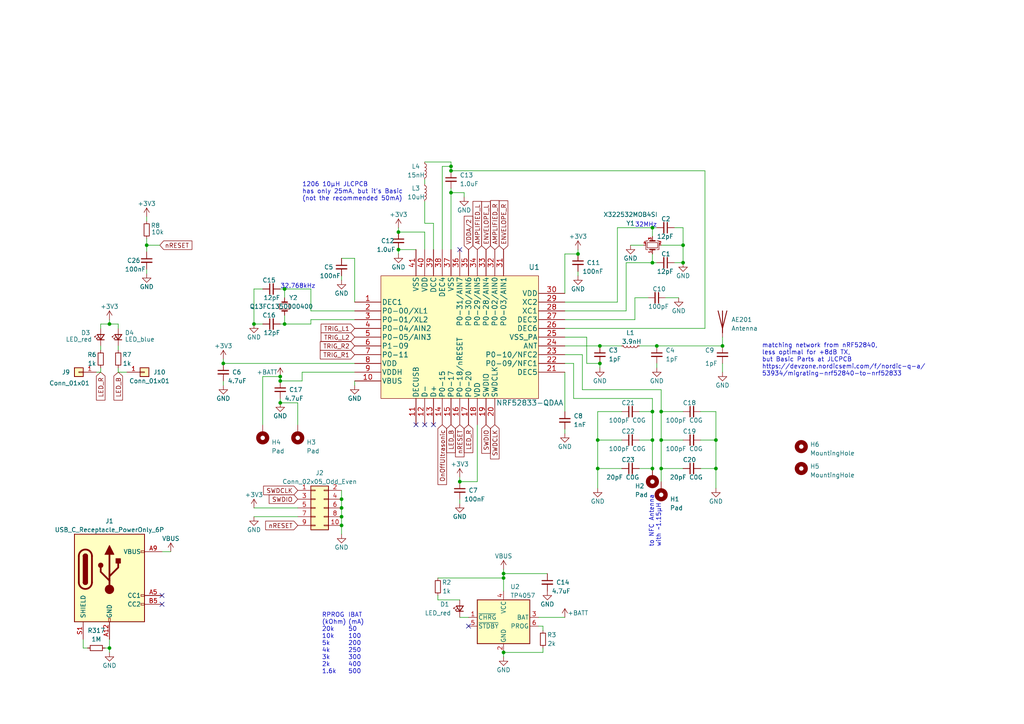
<source format=kicad_sch>
(kicad_sch (version 20230121) (generator eeschema)

  (uuid 9f3ef0c1-4023-4251-9433-0b425df0e116)

  (paper "A4")

  (lib_symbols
    (symbol "01_selbstErstellt:NRF52833-QDAA-R7" (pin_names (offset 0.254)) (in_bom yes) (on_board yes)
      (property "Reference" "U" (at 48.26 43.18 0)
        (effects (font (size 1.524 1.524)))
      )
      (property "Value" "NRF52833-QDAA-R7" (at 50.8 40.64 0)
        (effects (font (size 1.524 1.524)))
      )
      (property "Footprint" "01_selbstErstellt:NRF52833-QDAA-R7" (at 60.96 38.1 0)
        (effects (font (size 1.524 1.524)) hide)
      )
      (property "Datasheet" "" (at -7.62 27.94 0)
        (effects (font (size 1.524 1.524)))
      )
      (property "ki_fp_filters" "QFN40_5X5_DQ_NOR QFN40_5X5_DQ_NOR-M QFN40_5X5_DQ_NOR-L" (at 0 0 0)
        (effects (font (size 1.27 1.27)) hide)
      )
      (symbol "NRF52833-QDAA-R7_1_1"
        (rectangle (start 0 35.56) (end 45.72 0)
          (stroke (width 0) (type default))
          (fill (type background))
        )
        (pin power_in line (at -7.62 27.94 0) (length 7.62)
          (name "DEC1" (effects (font (size 1.4986 1.4986))))
          (number "1" (effects (font (size 1.4986 1.4986))))
        )
        (pin power_in line (at -7.62 5.08 0) (length 7.62)
          (name "VBUS" (effects (font (size 1.4986 1.4986))))
          (number "10" (effects (font (size 1.4986 1.4986))))
        )
        (pin power_in line (at 10.16 -7.62 90) (length 7.62)
          (name "DECUSB" (effects (font (size 1.4986 1.4986))))
          (number "11" (effects (font (size 1.4986 1.4986))))
        )
        (pin bidirectional line (at 12.7 -7.62 90) (length 7.62)
          (name "D-" (effects (font (size 1.4986 1.4986))))
          (number "12" (effects (font (size 1.4986 1.4986))))
        )
        (pin bidirectional line (at 15.24 -7.62 90) (length 7.62)
          (name "D+" (effects (font (size 1.4986 1.4986))))
          (number "13" (effects (font (size 1.4986 1.4986))))
        )
        (pin bidirectional line (at 17.78 -7.62 90) (length 7.62)
          (name "P0-15" (effects (font (size 1.4986 1.4986))))
          (number "14" (effects (font (size 1.4986 1.4986))))
        )
        (pin bidirectional line (at 20.32 -7.62 90) (length 7.62)
          (name "P0-17" (effects (font (size 1.4986 1.4986))))
          (number "15" (effects (font (size 1.4986 1.4986))))
        )
        (pin bidirectional line (at 22.86 -7.62 90) (length 7.62)
          (name "P0-18/nRESET" (effects (font (size 1.4986 1.4986))))
          (number "16" (effects (font (size 1.4986 1.4986))))
        )
        (pin bidirectional line (at 25.4 -7.62 90) (length 7.62)
          (name "P0-20" (effects (font (size 1.4986 1.4986))))
          (number "17" (effects (font (size 1.4986 1.4986))))
        )
        (pin power_in line (at 27.94 -7.62 90) (length 7.62)
          (name "VDD" (effects (font (size 1.4986 1.4986))))
          (number "18" (effects (font (size 1.4986 1.4986))))
        )
        (pin bidirectional line (at 30.48 -7.62 90) (length 7.62)
          (name "SWDIO" (effects (font (size 1.4986 1.4986))))
          (number "19" (effects (font (size 1.4986 1.4986))))
        )
        (pin bidirectional line (at -7.62 25.4 0) (length 7.62)
          (name "P0-00/XL1" (effects (font (size 1.4986 1.4986))))
          (number "2" (effects (font (size 1.4986 1.4986))))
        )
        (pin input line (at 33.02 -7.62 90) (length 7.62)
          (name "SWDCLK" (effects (font (size 1.4986 1.4986))))
          (number "20" (effects (font (size 1.4986 1.4986))))
        )
        (pin power_in line (at 53.34 7.62 180) (length 7.62)
          (name "DEC5" (effects (font (size 1.4986 1.4986))))
          (number "21" (effects (font (size 1.4986 1.4986))))
        )
        (pin bidirectional line (at 53.34 10.16 180) (length 7.62)
          (name "P0-09/NFC1" (effects (font (size 1.4986 1.4986))))
          (number "22" (effects (font (size 1.4986 1.4986))))
        )
        (pin bidirectional line (at 53.34 12.7 180) (length 7.62)
          (name "P0-10/NFC2" (effects (font (size 1.4986 1.4986))))
          (number "23" (effects (font (size 1.4986 1.4986))))
        )
        (pin unspecified line (at 53.34 15.24 180) (length 7.62)
          (name "ANT" (effects (font (size 1.4986 1.4986))))
          (number "24" (effects (font (size 1.4986 1.4986))))
        )
        (pin power_in line (at 53.34 17.78 180) (length 7.62)
          (name "VSS_PA" (effects (font (size 1.4986 1.4986))))
          (number "25" (effects (font (size 1.4986 1.4986))))
        )
        (pin power_in line (at 53.34 20.32 180) (length 7.62)
          (name "DEC6" (effects (font (size 1.4986 1.4986))))
          (number "26" (effects (font (size 1.4986 1.4986))))
        )
        (pin power_in line (at 53.34 22.86 180) (length 7.62)
          (name "DEC3" (effects (font (size 1.4986 1.4986))))
          (number "27" (effects (font (size 1.4986 1.4986))))
        )
        (pin input line (at 53.34 25.4 180) (length 7.62)
          (name "XC1" (effects (font (size 1.4986 1.4986))))
          (number "28" (effects (font (size 1.4986 1.4986))))
        )
        (pin input line (at 53.34 27.94 180) (length 7.62)
          (name "XC2" (effects (font (size 1.4986 1.4986))))
          (number "29" (effects (font (size 1.4986 1.4986))))
        )
        (pin bidirectional line (at -7.62 22.86 0) (length 7.62)
          (name "P0-01/XL2" (effects (font (size 1.4986 1.4986))))
          (number "3" (effects (font (size 1.4986 1.4986))))
        )
        (pin power_in line (at 53.34 30.48 180) (length 7.62)
          (name "VDD" (effects (font (size 1.4986 1.4986))))
          (number "30" (effects (font (size 1.4986 1.4986))))
        )
        (pin bidirectional line (at 35.56 43.18 270) (length 7.62)
          (name "P0-03/AIN1" (effects (font (size 1.4986 1.4986))))
          (number "31" (effects (font (size 1.4986 1.4986))))
        )
        (pin bidirectional line (at 33.02 43.18 270) (length 7.62)
          (name "P0-02/AIN0" (effects (font (size 1.4986 1.4986))))
          (number "32" (effects (font (size 1.4986 1.4986))))
        )
        (pin bidirectional line (at 30.48 43.18 270) (length 7.62)
          (name "P0-28/AIN4" (effects (font (size 1.4986 1.4986))))
          (number "33" (effects (font (size 1.4986 1.4986))))
        )
        (pin bidirectional line (at 27.94 43.18 270) (length 7.62)
          (name "P0-29/AIN5" (effects (font (size 1.4986 1.4986))))
          (number "34" (effects (font (size 1.4986 1.4986))))
        )
        (pin bidirectional line (at 25.4 43.18 270) (length 7.62)
          (name "P0-30/AIN6" (effects (font (size 1.4986 1.4986))))
          (number "35" (effects (font (size 1.4986 1.4986))))
        )
        (pin bidirectional line (at 22.86 43.18 270) (length 7.62)
          (name "P0-31/AIN7" (effects (font (size 1.4986 1.4986))))
          (number "36" (effects (font (size 1.4986 1.4986))))
        )
        (pin power_in line (at 20.32 43.18 270) (length 7.62)
          (name "VSS" (effects (font (size 1.4986 1.4986))))
          (number "37" (effects (font (size 1.4986 1.4986))))
        )
        (pin power_in line (at 17.78 43.18 270) (length 7.62)
          (name "DEC4" (effects (font (size 1.4986 1.4986))))
          (number "38" (effects (font (size 1.4986 1.4986))))
        )
        (pin power_in line (at 15.24 43.18 270) (length 7.62)
          (name "DCC" (effects (font (size 1.4986 1.4986))))
          (number "39" (effects (font (size 1.4986 1.4986))))
        )
        (pin bidirectional line (at -7.62 20.32 0) (length 7.62)
          (name "P0-04/AIN2" (effects (font (size 1.4986 1.4986))))
          (number "4" (effects (font (size 1.4986 1.4986))))
        )
        (pin power_in line (at 12.7 43.18 270) (length 7.62)
          (name "VDD" (effects (font (size 1.4986 1.4986))))
          (number "40" (effects (font (size 1.4986 1.4986))))
        )
        (pin power_in line (at 10.16 43.18 270) (length 7.62)
          (name "VSS" (effects (font (size 1.4986 1.4986))))
          (number "41" (effects (font (size 1.4986 1.4986))))
        )
        (pin bidirectional line (at -7.62 17.78 0) (length 7.62)
          (name "P0-05/AIN3" (effects (font (size 1.4986 1.4986))))
          (number "5" (effects (font (size 1.4986 1.4986))))
        )
        (pin bidirectional line (at -7.62 15.24 0) (length 7.62)
          (name "P1-09" (effects (font (size 1.4986 1.4986))))
          (number "6" (effects (font (size 1.4986 1.4986))))
        )
        (pin bidirectional line (at -7.62 12.7 0) (length 7.62)
          (name "P0-11" (effects (font (size 1.4986 1.4986))))
          (number "7" (effects (font (size 1.4986 1.4986))))
        )
        (pin power_in line (at -7.62 10.16 0) (length 7.62)
          (name "VDD" (effects (font (size 1.4986 1.4986))))
          (number "8" (effects (font (size 1.4986 1.4986))))
        )
        (pin power_in line (at -7.62 7.62 0) (length 7.62)
          (name "VDDH" (effects (font (size 1.4986 1.4986))))
          (number "9" (effects (font (size 1.4986 1.4986))))
        )
      )
    )
    (symbol "06_custom:TP4057" (pin_names (offset 0.254)) (in_bom yes) (on_board yes)
      (property "Reference" "U" (at -5.842 6.604 0)
        (effects (font (size 1.27 1.27)))
      )
      (property "Value" "TP4057" (at 1.524 6.604 0)
        (effects (font (size 1.27 1.27)) (justify left))
      )
      (property "Footprint" "Package_TO_SOT_SMD:TSOT-23-6" (at 0 -12.7 0)
        (effects (font (size 1.27 1.27)) hide)
      )
      (property "Datasheet" "https://datasheet.lcsc.com/lcsc/1811021622_TOPPOWER-Nanjing-Extension-Microelectronics-TP4057-42-SOT26-R_C12044.pdf" (at 0 -10.16 0)
        (effects (font (size 1.27 1.27)) hide)
      )
      (property "ki_keywords" "Constant-current constant-voltage linear charger single cell lithium-ion battery" (at 0 0 0)
        (effects (font (size 1.27 1.27)) hide)
      )
      (property "ki_description" "Constant-current/constant-voltage linear charger for single cell lithium-ion batteries with 2.9V Trickle Charge, 4.5V to 6.5V VDD, -40 to +85 degree Celcius, TSOT-23-5" (at 0 0 0)
        (effects (font (size 1.27 1.27)) hide)
      )
      (property "ki_fp_filters" "TSOT?23*" (at 0 0 0)
        (effects (font (size 1.27 1.27)) hide)
      )
      (symbol "TP4057_0_1"
        (rectangle (start -7.62 5.08) (end 7.62 -7.62)
          (stroke (width 0.254) (type default))
          (fill (type background))
        )
      )
      (symbol "TP4057_1_1"
        (pin open_collector line (at -10.16 0 0) (length 2.54)
          (name "~{CHRG}" (effects (font (size 1.27 1.27))))
          (number "1" (effects (font (size 1.27 1.27))))
        )
        (pin power_in line (at 0 -10.16 90) (length 2.54)
          (name "GND" (effects (font (size 1.27 1.27))))
          (number "2" (effects (font (size 1.27 1.27))))
        )
        (pin power_out line (at 10.16 0 180) (length 2.54)
          (name "BAT" (effects (font (size 1.27 1.27))))
          (number "3" (effects (font (size 1.27 1.27))))
        )
        (pin power_in line (at 0 7.62 270) (length 2.54)
          (name "VCC" (effects (font (size 1.27 1.27))))
          (number "4" (effects (font (size 1.27 1.27))))
        )
        (pin open_collector line (at -10.16 -2.54 0) (length 2.54)
          (name "~{STDBY}" (effects (font (size 1.27 1.27))))
          (number "5" (effects (font (size 1.27 1.27))))
        )
        (pin bidirectional line (at 10.16 -2.54 180) (length 2.54)
          (name "PROG" (effects (font (size 1.27 1.27))))
          (number "6" (effects (font (size 1.27 1.27))))
        )
      )
    )
    (symbol "Connector:USB_C_Receptacle_PowerOnly_6P" (pin_names (offset 1.016)) (in_bom yes) (on_board yes)
      (property "Reference" "J" (at 0 16.51 0)
        (effects (font (size 1.27 1.27)) (justify bottom))
      )
      (property "Value" "USB_C_Receptacle_PowerOnly_6P" (at 0 13.97 0)
        (effects (font (size 1.27 1.27)) (justify bottom))
      )
      (property "Footprint" "" (at 3.81 2.54 0)
        (effects (font (size 1.27 1.27)) hide)
      )
      (property "Datasheet" "https://www.usb.org/sites/default/files/documents/usb_type-c.zip" (at 0 0 0)
        (effects (font (size 1.27 1.27)) hide)
      )
      (property "ki_keywords" "usb universal serial bus type-C power-only charging-only 6P 6C" (at 0 0 0)
        (effects (font (size 1.27 1.27)) hide)
      )
      (property "ki_description" "USB Power-Only 6P Type-C Receptacle connector" (at 0 0 0)
        (effects (font (size 1.27 1.27)) hide)
      )
      (property "ki_fp_filters" "USB*C*Receptacle*" (at 0 0 0)
        (effects (font (size 1.27 1.27)) hide)
      )
      (symbol "USB_C_Receptacle_PowerOnly_6P_0_0"
        (rectangle (start -0.254 -12.7) (end 0.254 -11.684)
          (stroke (width 0) (type default))
          (fill (type none))
        )
        (rectangle (start 10.16 -7.366) (end 9.144 -7.874)
          (stroke (width 0) (type default))
          (fill (type none))
        )
        (rectangle (start 10.16 -4.826) (end 9.144 -5.334)
          (stroke (width 0) (type default))
          (fill (type none))
        )
        (rectangle (start 10.16 7.874) (end 9.144 7.366)
          (stroke (width 0) (type default))
          (fill (type none))
        )
      )
      (symbol "USB_C_Receptacle_PowerOnly_6P_0_1"
        (rectangle (start -10.16 12.7) (end 10.16 -12.7)
          (stroke (width 0.254) (type default))
          (fill (type background))
        )
        (arc (start -8.89 -1.27) (mid -6.985 -3.1667) (end -5.08 -1.27)
          (stroke (width 0.508) (type default))
          (fill (type none))
        )
        (arc (start -7.62 -1.27) (mid -6.985 -1.9023) (end -6.35 -1.27)
          (stroke (width 0.254) (type default))
          (fill (type none))
        )
        (arc (start -7.62 -1.27) (mid -6.985 -1.9023) (end -6.35 -1.27)
          (stroke (width 0.254) (type default))
          (fill (type outline))
        )
        (rectangle (start -7.62 -1.27) (end -6.35 6.35)
          (stroke (width 0.254) (type default))
          (fill (type outline))
        )
        (arc (start -6.35 6.35) (mid -6.985 6.9823) (end -7.62 6.35)
          (stroke (width 0.254) (type default))
          (fill (type none))
        )
        (arc (start -6.35 6.35) (mid -6.985 6.9823) (end -7.62 6.35)
          (stroke (width 0.254) (type default))
          (fill (type outline))
        )
        (arc (start -5.08 6.35) (mid -6.985 8.2467) (end -8.89 6.35)
          (stroke (width 0.508) (type default))
          (fill (type none))
        )
        (circle (center -2.54 3.683) (radius 0.635)
          (stroke (width 0.254) (type default))
          (fill (type outline))
        )
        (circle (center 0 -3.302) (radius 1.27)
          (stroke (width 0) (type default))
          (fill (type outline))
        )
        (polyline
          (pts
            (xy -8.89 -1.27)
            (xy -8.89 6.35)
          )
          (stroke (width 0.508) (type default))
          (fill (type none))
        )
        (polyline
          (pts
            (xy -5.08 6.35)
            (xy -5.08 -1.27)
          )
          (stroke (width 0.508) (type default))
          (fill (type none))
        )
        (polyline
          (pts
            (xy 0 -3.302)
            (xy 0 6.858)
          )
          (stroke (width 0.508) (type default))
          (fill (type none))
        )
        (polyline
          (pts
            (xy 0 -0.762)
            (xy -2.54 1.778)
            (xy -2.54 3.048)
          )
          (stroke (width 0.508) (type default))
          (fill (type none))
        )
        (polyline
          (pts
            (xy 0 0.508)
            (xy 2.54 3.048)
            (xy 2.54 4.318)
          )
          (stroke (width 0.508) (type default))
          (fill (type none))
        )
        (polyline
          (pts
            (xy -1.27 6.858)
            (xy 0 9.398)
            (xy 1.27 6.858)
            (xy -1.27 6.858)
          )
          (stroke (width 0.254) (type default))
          (fill (type outline))
        )
        (rectangle (start 1.905 4.318) (end 3.175 5.588)
          (stroke (width 0.254) (type default))
          (fill (type outline))
        )
      )
      (symbol "USB_C_Receptacle_PowerOnly_6P_1_1"
        (pin passive line (at 0 -17.78 90) (length 5.08)
          (name "GND" (effects (font (size 1.27 1.27))))
          (number "A12" (effects (font (size 1.27 1.27))))
        )
        (pin bidirectional line (at 15.24 -5.08 180) (length 5.08)
          (name "CC1" (effects (font (size 1.27 1.27))))
          (number "A5" (effects (font (size 1.27 1.27))))
        )
        (pin passive line (at 15.24 7.62 180) (length 5.08)
          (name "VBUS" (effects (font (size 1.27 1.27))))
          (number "A9" (effects (font (size 1.27 1.27))))
        )
        (pin passive line (at 0 -17.78 90) (length 5.08) hide
          (name "GND" (effects (font (size 1.27 1.27))))
          (number "B12" (effects (font (size 1.27 1.27))))
        )
        (pin bidirectional line (at 15.24 -7.62 180) (length 5.08)
          (name "CC2" (effects (font (size 1.27 1.27))))
          (number "B5" (effects (font (size 1.27 1.27))))
        )
        (pin passive line (at 15.24 7.62 180) (length 5.08) hide
          (name "VBUS" (effects (font (size 1.27 1.27))))
          (number "B9" (effects (font (size 1.27 1.27))))
        )
        (pin passive line (at -7.62 -17.78 90) (length 5.08)
          (name "SHIELD" (effects (font (size 1.27 1.27))))
          (number "S1" (effects (font (size 1.27 1.27))))
        )
      )
    )
    (symbol "Connector_Generic:Conn_01x01" (pin_names (offset 1.016) hide) (in_bom yes) (on_board yes)
      (property "Reference" "J" (at 0 2.54 0)
        (effects (font (size 1.27 1.27)))
      )
      (property "Value" "Conn_01x01" (at 0 -2.54 0)
        (effects (font (size 1.27 1.27)))
      )
      (property "Footprint" "" (at 0 0 0)
        (effects (font (size 1.27 1.27)) hide)
      )
      (property "Datasheet" "~" (at 0 0 0)
        (effects (font (size 1.27 1.27)) hide)
      )
      (property "ki_keywords" "connector" (at 0 0 0)
        (effects (font (size 1.27 1.27)) hide)
      )
      (property "ki_description" "Generic connector, single row, 01x01, script generated (kicad-library-utils/schlib/autogen/connector/)" (at 0 0 0)
        (effects (font (size 1.27 1.27)) hide)
      )
      (property "ki_fp_filters" "Connector*:*_1x??_*" (at 0 0 0)
        (effects (font (size 1.27 1.27)) hide)
      )
      (symbol "Conn_01x01_1_1"
        (rectangle (start -1.27 0.127) (end 0 -0.127)
          (stroke (width 0.1524) (type default))
          (fill (type none))
        )
        (rectangle (start -1.27 1.27) (end 1.27 -1.27)
          (stroke (width 0.254) (type default))
          (fill (type background))
        )
        (pin passive line (at -5.08 0 0) (length 3.81)
          (name "Pin_1" (effects (font (size 1.27 1.27))))
          (number "1" (effects (font (size 1.27 1.27))))
        )
      )
    )
    (symbol "Connector_Generic:Conn_02x05_Odd_Even" (pin_names (offset 1.016) hide) (in_bom yes) (on_board yes)
      (property "Reference" "J" (at 1.27 7.62 0)
        (effects (font (size 1.27 1.27)))
      )
      (property "Value" "Conn_02x05_Odd_Even" (at 1.27 -7.62 0)
        (effects (font (size 1.27 1.27)))
      )
      (property "Footprint" "" (at 0 0 0)
        (effects (font (size 1.27 1.27)) hide)
      )
      (property "Datasheet" "~" (at 0 0 0)
        (effects (font (size 1.27 1.27)) hide)
      )
      (property "ki_keywords" "connector" (at 0 0 0)
        (effects (font (size 1.27 1.27)) hide)
      )
      (property "ki_description" "Generic connector, double row, 02x05, odd/even pin numbering scheme (row 1 odd numbers, row 2 even numbers), script generated (kicad-library-utils/schlib/autogen/connector/)" (at 0 0 0)
        (effects (font (size 1.27 1.27)) hide)
      )
      (property "ki_fp_filters" "Connector*:*_2x??_*" (at 0 0 0)
        (effects (font (size 1.27 1.27)) hide)
      )
      (symbol "Conn_02x05_Odd_Even_1_1"
        (rectangle (start -1.27 -4.953) (end 0 -5.207)
          (stroke (width 0.1524) (type default))
          (fill (type none))
        )
        (rectangle (start -1.27 -2.413) (end 0 -2.667)
          (stroke (width 0.1524) (type default))
          (fill (type none))
        )
        (rectangle (start -1.27 0.127) (end 0 -0.127)
          (stroke (width 0.1524) (type default))
          (fill (type none))
        )
        (rectangle (start -1.27 2.667) (end 0 2.413)
          (stroke (width 0.1524) (type default))
          (fill (type none))
        )
        (rectangle (start -1.27 5.207) (end 0 4.953)
          (stroke (width 0.1524) (type default))
          (fill (type none))
        )
        (rectangle (start -1.27 6.35) (end 3.81 -6.35)
          (stroke (width 0.254) (type default))
          (fill (type background))
        )
        (rectangle (start 3.81 -4.953) (end 2.54 -5.207)
          (stroke (width 0.1524) (type default))
          (fill (type none))
        )
        (rectangle (start 3.81 -2.413) (end 2.54 -2.667)
          (stroke (width 0.1524) (type default))
          (fill (type none))
        )
        (rectangle (start 3.81 0.127) (end 2.54 -0.127)
          (stroke (width 0.1524) (type default))
          (fill (type none))
        )
        (rectangle (start 3.81 2.667) (end 2.54 2.413)
          (stroke (width 0.1524) (type default))
          (fill (type none))
        )
        (rectangle (start 3.81 5.207) (end 2.54 4.953)
          (stroke (width 0.1524) (type default))
          (fill (type none))
        )
        (pin passive line (at -5.08 5.08 0) (length 3.81)
          (name "Pin_1" (effects (font (size 1.27 1.27))))
          (number "1" (effects (font (size 1.27 1.27))))
        )
        (pin passive line (at 7.62 -5.08 180) (length 3.81)
          (name "Pin_10" (effects (font (size 1.27 1.27))))
          (number "10" (effects (font (size 1.27 1.27))))
        )
        (pin passive line (at 7.62 5.08 180) (length 3.81)
          (name "Pin_2" (effects (font (size 1.27 1.27))))
          (number "2" (effects (font (size 1.27 1.27))))
        )
        (pin passive line (at -5.08 2.54 0) (length 3.81)
          (name "Pin_3" (effects (font (size 1.27 1.27))))
          (number "3" (effects (font (size 1.27 1.27))))
        )
        (pin passive line (at 7.62 2.54 180) (length 3.81)
          (name "Pin_4" (effects (font (size 1.27 1.27))))
          (number "4" (effects (font (size 1.27 1.27))))
        )
        (pin passive line (at -5.08 0 0) (length 3.81)
          (name "Pin_5" (effects (font (size 1.27 1.27))))
          (number "5" (effects (font (size 1.27 1.27))))
        )
        (pin passive line (at 7.62 0 180) (length 3.81)
          (name "Pin_6" (effects (font (size 1.27 1.27))))
          (number "6" (effects (font (size 1.27 1.27))))
        )
        (pin passive line (at -5.08 -2.54 0) (length 3.81)
          (name "Pin_7" (effects (font (size 1.27 1.27))))
          (number "7" (effects (font (size 1.27 1.27))))
        )
        (pin passive line (at 7.62 -2.54 180) (length 3.81)
          (name "Pin_8" (effects (font (size 1.27 1.27))))
          (number "8" (effects (font (size 1.27 1.27))))
        )
        (pin passive line (at -5.08 -5.08 0) (length 3.81)
          (name "Pin_9" (effects (font (size 1.27 1.27))))
          (number "9" (effects (font (size 1.27 1.27))))
        )
      )
    )
    (symbol "Device:Antenna" (pin_numbers hide) (pin_names (offset 1.016) hide) (in_bom yes) (on_board yes)
      (property "Reference" "AE" (at -1.905 1.905 0)
        (effects (font (size 1.27 1.27)) (justify right))
      )
      (property "Value" "Antenna" (at -1.905 0 0)
        (effects (font (size 1.27 1.27)) (justify right))
      )
      (property "Footprint" "" (at 0 0 0)
        (effects (font (size 1.27 1.27)) hide)
      )
      (property "Datasheet" "~" (at 0 0 0)
        (effects (font (size 1.27 1.27)) hide)
      )
      (property "ki_keywords" "antenna" (at 0 0 0)
        (effects (font (size 1.27 1.27)) hide)
      )
      (property "ki_description" "Antenna" (at 0 0 0)
        (effects (font (size 1.27 1.27)) hide)
      )
      (symbol "Antenna_0_1"
        (polyline
          (pts
            (xy 0 2.54)
            (xy 0 -3.81)
          )
          (stroke (width 0.254) (type default))
          (fill (type none))
        )
        (polyline
          (pts
            (xy 1.27 2.54)
            (xy 0 -2.54)
            (xy -1.27 2.54)
          )
          (stroke (width 0.254) (type default))
          (fill (type none))
        )
      )
      (symbol "Antenna_1_1"
        (pin input line (at 0 -5.08 90) (length 2.54)
          (name "A" (effects (font (size 1.27 1.27))))
          (number "1" (effects (font (size 1.27 1.27))))
        )
      )
    )
    (symbol "Device:C_Small" (pin_numbers hide) (pin_names (offset 0.254) hide) (in_bom yes) (on_board yes)
      (property "Reference" "C" (at 0.254 1.778 0)
        (effects (font (size 1.27 1.27)) (justify left))
      )
      (property "Value" "C_Small" (at 0.254 -2.032 0)
        (effects (font (size 1.27 1.27)) (justify left))
      )
      (property "Footprint" "" (at 0 0 0)
        (effects (font (size 1.27 1.27)) hide)
      )
      (property "Datasheet" "~" (at 0 0 0)
        (effects (font (size 1.27 1.27)) hide)
      )
      (property "ki_keywords" "capacitor cap" (at 0 0 0)
        (effects (font (size 1.27 1.27)) hide)
      )
      (property "ki_description" "Unpolarized capacitor, small symbol" (at 0 0 0)
        (effects (font (size 1.27 1.27)) hide)
      )
      (property "ki_fp_filters" "C_*" (at 0 0 0)
        (effects (font (size 1.27 1.27)) hide)
      )
      (symbol "C_Small_0_1"
        (polyline
          (pts
            (xy -1.524 -0.508)
            (xy 1.524 -0.508)
          )
          (stroke (width 0.3302) (type default))
          (fill (type none))
        )
        (polyline
          (pts
            (xy -1.524 0.508)
            (xy 1.524 0.508)
          )
          (stroke (width 0.3048) (type default))
          (fill (type none))
        )
      )
      (symbol "C_Small_1_1"
        (pin passive line (at 0 2.54 270) (length 2.032)
          (name "~" (effects (font (size 1.27 1.27))))
          (number "1" (effects (font (size 1.27 1.27))))
        )
        (pin passive line (at 0 -2.54 90) (length 2.032)
          (name "~" (effects (font (size 1.27 1.27))))
          (number "2" (effects (font (size 1.27 1.27))))
        )
      )
    )
    (symbol "Device:Crystal_GND24_Small" (pin_names (offset 1.016) hide) (in_bom yes) (on_board yes)
      (property "Reference" "Y" (at 1.27 4.445 0)
        (effects (font (size 1.27 1.27)) (justify left))
      )
      (property "Value" "Crystal_GND24_Small" (at 1.27 2.54 0)
        (effects (font (size 1.27 1.27)) (justify left))
      )
      (property "Footprint" "" (at 0 0 0)
        (effects (font (size 1.27 1.27)) hide)
      )
      (property "Datasheet" "~" (at 0 0 0)
        (effects (font (size 1.27 1.27)) hide)
      )
      (property "ki_keywords" "quartz ceramic resonator oscillator" (at 0 0 0)
        (effects (font (size 1.27 1.27)) hide)
      )
      (property "ki_description" "Four pin crystal, GND on pins 2 and 4, small symbol" (at 0 0 0)
        (effects (font (size 1.27 1.27)) hide)
      )
      (property "ki_fp_filters" "Crystal*" (at 0 0 0)
        (effects (font (size 1.27 1.27)) hide)
      )
      (symbol "Crystal_GND24_Small_0_1"
        (rectangle (start -0.762 -1.524) (end 0.762 1.524)
          (stroke (width 0) (type default))
          (fill (type none))
        )
        (polyline
          (pts
            (xy -1.27 -0.762)
            (xy -1.27 0.762)
          )
          (stroke (width 0.381) (type default))
          (fill (type none))
        )
        (polyline
          (pts
            (xy 1.27 -0.762)
            (xy 1.27 0.762)
          )
          (stroke (width 0.381) (type default))
          (fill (type none))
        )
        (polyline
          (pts
            (xy -1.27 -1.27)
            (xy -1.27 -1.905)
            (xy 1.27 -1.905)
            (xy 1.27 -1.27)
          )
          (stroke (width 0) (type default))
          (fill (type none))
        )
        (polyline
          (pts
            (xy -1.27 1.27)
            (xy -1.27 1.905)
            (xy 1.27 1.905)
            (xy 1.27 1.27)
          )
          (stroke (width 0) (type default))
          (fill (type none))
        )
      )
      (symbol "Crystal_GND24_Small_1_1"
        (pin passive line (at -2.54 0 0) (length 1.27)
          (name "1" (effects (font (size 1.27 1.27))))
          (number "1" (effects (font (size 0.762 0.762))))
        )
        (pin passive line (at 0 -2.54 90) (length 0.635)
          (name "2" (effects (font (size 1.27 1.27))))
          (number "2" (effects (font (size 0.762 0.762))))
        )
        (pin passive line (at 2.54 0 180) (length 1.27)
          (name "3" (effects (font (size 1.27 1.27))))
          (number "3" (effects (font (size 0.762 0.762))))
        )
        (pin passive line (at 0 2.54 270) (length 0.635)
          (name "4" (effects (font (size 1.27 1.27))))
          (number "4" (effects (font (size 0.762 0.762))))
        )
      )
    )
    (symbol "Device:Crystal_Small" (pin_numbers hide) (pin_names (offset 1.016) hide) (in_bom yes) (on_board yes)
      (property "Reference" "Y" (at 0 2.54 0)
        (effects (font (size 1.27 1.27)))
      )
      (property "Value" "Crystal_Small" (at 0 -2.54 0)
        (effects (font (size 1.27 1.27)))
      )
      (property "Footprint" "" (at 0 0 0)
        (effects (font (size 1.27 1.27)) hide)
      )
      (property "Datasheet" "~" (at 0 0 0)
        (effects (font (size 1.27 1.27)) hide)
      )
      (property "ki_keywords" "quartz ceramic resonator oscillator" (at 0 0 0)
        (effects (font (size 1.27 1.27)) hide)
      )
      (property "ki_description" "Two pin crystal, small symbol" (at 0 0 0)
        (effects (font (size 1.27 1.27)) hide)
      )
      (property "ki_fp_filters" "Crystal*" (at 0 0 0)
        (effects (font (size 1.27 1.27)) hide)
      )
      (symbol "Crystal_Small_0_1"
        (rectangle (start -0.762 -1.524) (end 0.762 1.524)
          (stroke (width 0) (type default))
          (fill (type none))
        )
        (polyline
          (pts
            (xy -1.27 -0.762)
            (xy -1.27 0.762)
          )
          (stroke (width 0.381) (type default))
          (fill (type none))
        )
        (polyline
          (pts
            (xy 1.27 -0.762)
            (xy 1.27 0.762)
          )
          (stroke (width 0.381) (type default))
          (fill (type none))
        )
      )
      (symbol "Crystal_Small_1_1"
        (pin passive line (at -2.54 0 0) (length 1.27)
          (name "1" (effects (font (size 1.27 1.27))))
          (number "1" (effects (font (size 1.27 1.27))))
        )
        (pin passive line (at 2.54 0 180) (length 1.27)
          (name "2" (effects (font (size 1.27 1.27))))
          (number "2" (effects (font (size 1.27 1.27))))
        )
      )
    )
    (symbol "Device:LED_Small" (pin_numbers hide) (pin_names (offset 0.254) hide) (in_bom yes) (on_board yes)
      (property "Reference" "D" (at -1.27 3.175 0)
        (effects (font (size 1.27 1.27)) (justify left))
      )
      (property "Value" "LED_Small" (at -4.445 -2.54 0)
        (effects (font (size 1.27 1.27)) (justify left))
      )
      (property "Footprint" "" (at 0 0 90)
        (effects (font (size 1.27 1.27)) hide)
      )
      (property "Datasheet" "~" (at 0 0 90)
        (effects (font (size 1.27 1.27)) hide)
      )
      (property "ki_keywords" "LED diode light-emitting-diode" (at 0 0 0)
        (effects (font (size 1.27 1.27)) hide)
      )
      (property "ki_description" "Light emitting diode, small symbol" (at 0 0 0)
        (effects (font (size 1.27 1.27)) hide)
      )
      (property "ki_fp_filters" "LED* LED_SMD:* LED_THT:*" (at 0 0 0)
        (effects (font (size 1.27 1.27)) hide)
      )
      (symbol "LED_Small_0_1"
        (polyline
          (pts
            (xy -0.762 -1.016)
            (xy -0.762 1.016)
          )
          (stroke (width 0.254) (type default))
          (fill (type none))
        )
        (polyline
          (pts
            (xy 1.016 0)
            (xy -0.762 0)
          )
          (stroke (width 0) (type default))
          (fill (type none))
        )
        (polyline
          (pts
            (xy 0.762 -1.016)
            (xy -0.762 0)
            (xy 0.762 1.016)
            (xy 0.762 -1.016)
          )
          (stroke (width 0.254) (type default))
          (fill (type none))
        )
        (polyline
          (pts
            (xy 0 0.762)
            (xy -0.508 1.27)
            (xy -0.254 1.27)
            (xy -0.508 1.27)
            (xy -0.508 1.016)
          )
          (stroke (width 0) (type default))
          (fill (type none))
        )
        (polyline
          (pts
            (xy 0.508 1.27)
            (xy 0 1.778)
            (xy 0.254 1.778)
            (xy 0 1.778)
            (xy 0 1.524)
          )
          (stroke (width 0) (type default))
          (fill (type none))
        )
      )
      (symbol "LED_Small_1_1"
        (pin passive line (at -2.54 0 0) (length 1.778)
          (name "K" (effects (font (size 1.27 1.27))))
          (number "1" (effects (font (size 1.27 1.27))))
        )
        (pin passive line (at 2.54 0 180) (length 1.778)
          (name "A" (effects (font (size 1.27 1.27))))
          (number "2" (effects (font (size 1.27 1.27))))
        )
      )
    )
    (symbol "Device:L_Small" (pin_numbers hide) (pin_names (offset 0.254) hide) (in_bom yes) (on_board yes)
      (property "Reference" "L" (at 0.762 1.016 0)
        (effects (font (size 1.27 1.27)) (justify left))
      )
      (property "Value" "L_Small" (at 0.762 -1.016 0)
        (effects (font (size 1.27 1.27)) (justify left))
      )
      (property "Footprint" "" (at 0 0 0)
        (effects (font (size 1.27 1.27)) hide)
      )
      (property "Datasheet" "~" (at 0 0 0)
        (effects (font (size 1.27 1.27)) hide)
      )
      (property "ki_keywords" "inductor choke coil reactor magnetic" (at 0 0 0)
        (effects (font (size 1.27 1.27)) hide)
      )
      (property "ki_description" "Inductor, small symbol" (at 0 0 0)
        (effects (font (size 1.27 1.27)) hide)
      )
      (property "ki_fp_filters" "Choke_* *Coil* Inductor_* L_*" (at 0 0 0)
        (effects (font (size 1.27 1.27)) hide)
      )
      (symbol "L_Small_0_1"
        (arc (start 0 -2.032) (mid 0.5058 -1.524) (end 0 -1.016)
          (stroke (width 0) (type default))
          (fill (type none))
        )
        (arc (start 0 -1.016) (mid 0.5058 -0.508) (end 0 0)
          (stroke (width 0) (type default))
          (fill (type none))
        )
        (arc (start 0 0) (mid 0.5058 0.508) (end 0 1.016)
          (stroke (width 0) (type default))
          (fill (type none))
        )
        (arc (start 0 1.016) (mid 0.5058 1.524) (end 0 2.032)
          (stroke (width 0) (type default))
          (fill (type none))
        )
      )
      (symbol "L_Small_1_1"
        (pin passive line (at 0 2.54 270) (length 0.508)
          (name "~" (effects (font (size 1.27 1.27))))
          (number "1" (effects (font (size 1.27 1.27))))
        )
        (pin passive line (at 0 -2.54 90) (length 0.508)
          (name "~" (effects (font (size 1.27 1.27))))
          (number "2" (effects (font (size 1.27 1.27))))
        )
      )
    )
    (symbol "Device:R_Small" (pin_numbers hide) (pin_names (offset 0.254) hide) (in_bom yes) (on_board yes)
      (property "Reference" "R" (at 0.762 0.508 0)
        (effects (font (size 1.27 1.27)) (justify left))
      )
      (property "Value" "R_Small" (at 0.762 -1.016 0)
        (effects (font (size 1.27 1.27)) (justify left))
      )
      (property "Footprint" "" (at 0 0 0)
        (effects (font (size 1.27 1.27)) hide)
      )
      (property "Datasheet" "~" (at 0 0 0)
        (effects (font (size 1.27 1.27)) hide)
      )
      (property "ki_keywords" "R resistor" (at 0 0 0)
        (effects (font (size 1.27 1.27)) hide)
      )
      (property "ki_description" "Resistor, small symbol" (at 0 0 0)
        (effects (font (size 1.27 1.27)) hide)
      )
      (property "ki_fp_filters" "R_*" (at 0 0 0)
        (effects (font (size 1.27 1.27)) hide)
      )
      (symbol "R_Small_0_1"
        (rectangle (start -0.762 1.778) (end 0.762 -1.778)
          (stroke (width 0.2032) (type default))
          (fill (type none))
        )
      )
      (symbol "R_Small_1_1"
        (pin passive line (at 0 2.54 270) (length 0.762)
          (name "~" (effects (font (size 1.27 1.27))))
          (number "1" (effects (font (size 1.27 1.27))))
        )
        (pin passive line (at 0 -2.54 90) (length 0.762)
          (name "~" (effects (font (size 1.27 1.27))))
          (number "2" (effects (font (size 1.27 1.27))))
        )
      )
    )
    (symbol "Mechanical:MountingHole" (pin_names (offset 1.016)) (in_bom yes) (on_board yes)
      (property "Reference" "H" (at 0 5.08 0)
        (effects (font (size 1.27 1.27)))
      )
      (property "Value" "MountingHole" (at 0 3.175 0)
        (effects (font (size 1.27 1.27)))
      )
      (property "Footprint" "" (at 0 0 0)
        (effects (font (size 1.27 1.27)) hide)
      )
      (property "Datasheet" "~" (at 0 0 0)
        (effects (font (size 1.27 1.27)) hide)
      )
      (property "ki_keywords" "mounting hole" (at 0 0 0)
        (effects (font (size 1.27 1.27)) hide)
      )
      (property "ki_description" "Mounting Hole without connection" (at 0 0 0)
        (effects (font (size 1.27 1.27)) hide)
      )
      (property "ki_fp_filters" "MountingHole*" (at 0 0 0)
        (effects (font (size 1.27 1.27)) hide)
      )
      (symbol "MountingHole_0_1"
        (circle (center 0 0) (radius 1.27)
          (stroke (width 1.27) (type default))
          (fill (type none))
        )
      )
    )
    (symbol "Mechanical:MountingHole_Pad" (pin_numbers hide) (pin_names (offset 1.016) hide) (in_bom yes) (on_board yes)
      (property "Reference" "H" (at 0 6.35 0)
        (effects (font (size 1.27 1.27)))
      )
      (property "Value" "MountingHole_Pad" (at 0 4.445 0)
        (effects (font (size 1.27 1.27)))
      )
      (property "Footprint" "" (at 0 0 0)
        (effects (font (size 1.27 1.27)) hide)
      )
      (property "Datasheet" "~" (at 0 0 0)
        (effects (font (size 1.27 1.27)) hide)
      )
      (property "ki_keywords" "mounting hole" (at 0 0 0)
        (effects (font (size 1.27 1.27)) hide)
      )
      (property "ki_description" "Mounting Hole with connection" (at 0 0 0)
        (effects (font (size 1.27 1.27)) hide)
      )
      (property "ki_fp_filters" "MountingHole*Pad*" (at 0 0 0)
        (effects (font (size 1.27 1.27)) hide)
      )
      (symbol "MountingHole_Pad_0_1"
        (circle (center 0 1.27) (radius 1.27)
          (stroke (width 1.27) (type default))
          (fill (type none))
        )
      )
      (symbol "MountingHole_Pad_1_1"
        (pin input line (at 0 -2.54 90) (length 2.54)
          (name "1" (effects (font (size 1.27 1.27))))
          (number "1" (effects (font (size 1.27 1.27))))
        )
      )
    )
    (symbol "power:+3.3V" (power) (pin_names (offset 0)) (in_bom yes) (on_board yes)
      (property "Reference" "#PWR" (at 0 -3.81 0)
        (effects (font (size 1.27 1.27)) hide)
      )
      (property "Value" "+3.3V" (at 0 3.556 0)
        (effects (font (size 1.27 1.27)))
      )
      (property "Footprint" "" (at 0 0 0)
        (effects (font (size 1.27 1.27)) hide)
      )
      (property "Datasheet" "" (at 0 0 0)
        (effects (font (size 1.27 1.27)) hide)
      )
      (property "ki_keywords" "power-flag" (at 0 0 0)
        (effects (font (size 1.27 1.27)) hide)
      )
      (property "ki_description" "Power symbol creates a global label with name \"+3.3V\"" (at 0 0 0)
        (effects (font (size 1.27 1.27)) hide)
      )
      (symbol "+3.3V_0_1"
        (polyline
          (pts
            (xy -0.762 1.27)
            (xy 0 2.54)
          )
          (stroke (width 0) (type default))
          (fill (type none))
        )
        (polyline
          (pts
            (xy 0 0)
            (xy 0 2.54)
          )
          (stroke (width 0) (type default))
          (fill (type none))
        )
        (polyline
          (pts
            (xy 0 2.54)
            (xy 0.762 1.27)
          )
          (stroke (width 0) (type default))
          (fill (type none))
        )
      )
      (symbol "+3.3V_1_1"
        (pin power_in line (at 0 0 90) (length 0) hide
          (name "+3V3" (effects (font (size 1.27 1.27))))
          (number "1" (effects (font (size 1.27 1.27))))
        )
      )
    )
    (symbol "power:+BATT" (power) (pin_names (offset 0)) (in_bom yes) (on_board yes)
      (property "Reference" "#PWR" (at 0 -3.81 0)
        (effects (font (size 1.27 1.27)) hide)
      )
      (property "Value" "+BATT" (at 0 3.556 0)
        (effects (font (size 1.27 1.27)))
      )
      (property "Footprint" "" (at 0 0 0)
        (effects (font (size 1.27 1.27)) hide)
      )
      (property "Datasheet" "" (at 0 0 0)
        (effects (font (size 1.27 1.27)) hide)
      )
      (property "ki_keywords" "power-flag battery" (at 0 0 0)
        (effects (font (size 1.27 1.27)) hide)
      )
      (property "ki_description" "Power symbol creates a global label with name \"+BATT\"" (at 0 0 0)
        (effects (font (size 1.27 1.27)) hide)
      )
      (symbol "+BATT_0_1"
        (polyline
          (pts
            (xy -0.762 1.27)
            (xy 0 2.54)
          )
          (stroke (width 0) (type default))
          (fill (type none))
        )
        (polyline
          (pts
            (xy 0 0)
            (xy 0 2.54)
          )
          (stroke (width 0) (type default))
          (fill (type none))
        )
        (polyline
          (pts
            (xy 0 2.54)
            (xy 0.762 1.27)
          )
          (stroke (width 0) (type default))
          (fill (type none))
        )
      )
      (symbol "+BATT_1_1"
        (pin power_in line (at 0 0 90) (length 0) hide
          (name "+BATT" (effects (font (size 1.27 1.27))))
          (number "1" (effects (font (size 1.27 1.27))))
        )
      )
    )
    (symbol "power:GND" (power) (pin_names (offset 0)) (in_bom yes) (on_board yes)
      (property "Reference" "#PWR" (at 0 -6.35 0)
        (effects (font (size 1.27 1.27)) hide)
      )
      (property "Value" "GND" (at 0 -3.81 0)
        (effects (font (size 1.27 1.27)))
      )
      (property "Footprint" "" (at 0 0 0)
        (effects (font (size 1.27 1.27)) hide)
      )
      (property "Datasheet" "" (at 0 0 0)
        (effects (font (size 1.27 1.27)) hide)
      )
      (property "ki_keywords" "power-flag" (at 0 0 0)
        (effects (font (size 1.27 1.27)) hide)
      )
      (property "ki_description" "Power symbol creates a global label with name \"GND\" , ground" (at 0 0 0)
        (effects (font (size 1.27 1.27)) hide)
      )
      (symbol "GND_0_1"
        (polyline
          (pts
            (xy 0 0)
            (xy 0 -1.27)
            (xy 1.27 -1.27)
            (xy 0 -2.54)
            (xy -1.27 -1.27)
            (xy 0 -1.27)
          )
          (stroke (width 0) (type default))
          (fill (type none))
        )
      )
      (symbol "GND_1_1"
        (pin power_in line (at 0 0 270) (length 0) hide
          (name "GND" (effects (font (size 1.27 1.27))))
          (number "1" (effects (font (size 1.27 1.27))))
        )
      )
    )
    (symbol "power:VBUS" (power) (pin_names (offset 0)) (in_bom yes) (on_board yes)
      (property "Reference" "#PWR" (at 0 -3.81 0)
        (effects (font (size 1.27 1.27)) hide)
      )
      (property "Value" "VBUS" (at 0 3.81 0)
        (effects (font (size 1.27 1.27)))
      )
      (property "Footprint" "" (at 0 0 0)
        (effects (font (size 1.27 1.27)) hide)
      )
      (property "Datasheet" "" (at 0 0 0)
        (effects (font (size 1.27 1.27)) hide)
      )
      (property "ki_keywords" "global power" (at 0 0 0)
        (effects (font (size 1.27 1.27)) hide)
      )
      (property "ki_description" "Power symbol creates a global label with name \"VBUS\"" (at 0 0 0)
        (effects (font (size 1.27 1.27)) hide)
      )
      (symbol "VBUS_0_1"
        (polyline
          (pts
            (xy -0.762 1.27)
            (xy 0 2.54)
          )
          (stroke (width 0) (type default))
          (fill (type none))
        )
        (polyline
          (pts
            (xy 0 0)
            (xy 0 2.54)
          )
          (stroke (width 0) (type default))
          (fill (type none))
        )
        (polyline
          (pts
            (xy 0 2.54)
            (xy 0.762 1.27)
          )
          (stroke (width 0) (type default))
          (fill (type none))
        )
      )
      (symbol "VBUS_1_1"
        (pin power_in line (at 0 0 90) (length 0) hide
          (name "VBUS" (effects (font (size 1.27 1.27))))
          (number "1" (effects (font (size 1.27 1.27))))
        )
      )
    )
  )

  (junction (at 167.64 73.66) (diameter 0) (color 0 0 0 0)
    (uuid 0a9ee008-362c-4afc-b636-f22ac7cd46f1)
  )
  (junction (at 189.23 76.2) (diameter 0) (color 0 0 0 0)
    (uuid 0d9ed097-083a-4ca8-98b5-f60a4c12b058)
  )
  (junction (at 191.77 127.635) (diameter 0) (color 0 0 0 0)
    (uuid 156e5ead-4c09-40d1-b863-6c841a63d5c4)
  )
  (junction (at 173.99 105.41) (diameter 0) (color 0 0 0 0)
    (uuid 167a7814-c2e9-4f34-ab85-ce9c7e8276bd)
  )
  (junction (at 190.5 100.33) (diameter 0) (color 0 0 0 0)
    (uuid 2636e5b7-1708-4b2c-ac90-573d0c486574)
  )
  (junction (at 81.28 116.84) (diameter 0) (color 0 0 0 0)
    (uuid 2e2ad970-95ee-40f2-aa1a-50f9826c987e)
  )
  (junction (at 115.57 72.39) (diameter 0) (color 0 0 0 0)
    (uuid 381607d8-db17-44b4-86c0-ba32bd0463a4)
  )
  (junction (at 73.66 93.98) (diameter 0) (color 0 0 0 0)
    (uuid 3f791c88-1ce8-4e25-b812-9e453779091b)
  )
  (junction (at 81.28 110.49) (diameter 0) (color 0 0 0 0)
    (uuid 437e85ba-ae7f-4ed0-9fc9-8ac0e7991c2d)
  )
  (junction (at 31.75 93.98) (diameter 0) (color 0 0 0 0)
    (uuid 46787bd0-b282-45b0-92da-6b3cb54bf8e6)
  )
  (junction (at 207.645 127.635) (diameter 0) (color 0 0 0 0)
    (uuid 51d8d249-106d-430e-b7a9-0e1ac0db7ffa)
  )
  (junction (at 146.05 166.37) (diameter 0) (color 0 0 0 0)
    (uuid 63ff8c45-3d9f-4905-a9ab-998f9604a160)
  )
  (junction (at 209.55 100.33) (diameter 0) (color 0 0 0 0)
    (uuid 68e8c664-254c-4a80-9917-2d3b1e250e1b)
  )
  (junction (at 82.55 83.82) (diameter 0) (color 0 0 0 0)
    (uuid 6ba46bd1-7f29-4460-83e8-1e8fc09af59f)
  )
  (junction (at 130.81 55.88) (diameter 0) (color 0 0 0 0)
    (uuid 6d11a523-a34a-4da6-972b-b4a1a35d1f94)
  )
  (junction (at 198.12 76.2) (diameter 0) (color 0 0 0 0)
    (uuid 76c074b8-aa40-41ef-beda-ae5582aadca3)
  )
  (junction (at 198.12 71.12) (diameter 0) (color 0 0 0 0)
    (uuid 79e4a58d-8f5f-4732-a381-3bddf29c38e3)
  )
  (junction (at 130.81 49.53) (diameter 0) (color 0 0 0 0)
    (uuid 7af560b9-9285-4f47-9f8c-e0f042f2aee0)
  )
  (junction (at 82.55 93.98) (diameter 0) (color 0 0 0 0)
    (uuid 8213f9f8-090d-4c4f-8d1a-224eca3372c4)
  )
  (junction (at 99.06 147.32) (diameter 0) (color 0 0 0 0)
    (uuid 85a073c4-7a70-421c-9232-6d41593f466d)
  )
  (junction (at 81.28 109.22) (diameter 0) (color 0 0 0 0)
    (uuid 897b28e1-4c9e-4826-9f86-8d25d9dca01d)
  )
  (junction (at 191.77 135.89) (diameter 0) (color 0 0 0 0)
    (uuid 94f4718c-b020-4afa-bed2-410bf6d586c3)
  )
  (junction (at 31.75 187.96) (diameter 0) (color 0 0 0 0)
    (uuid 953c350a-46f3-4734-9428-ba2993ec64a8)
  )
  (junction (at 191.77 119.38) (diameter 0) (color 0 0 0 0)
    (uuid 96215028-6867-407f-a158-7c49124c7159)
  )
  (junction (at 189.23 135.89) (diameter 0) (color 0 0 0 0)
    (uuid 984922d9-c9d3-4820-a872-4e23d34b280c)
  )
  (junction (at 130.81 48.26) (diameter 0) (color 0 0 0 0)
    (uuid 9fcdc0fe-4463-49f7-87bf-71ef1ade7b18)
  )
  (junction (at 173.355 135.89) (diameter 0) (color 0 0 0 0)
    (uuid a1d325ad-1cfb-43ad-a323-4d27dc146cfc)
  )
  (junction (at 207.645 135.89) (diameter 0) (color 0 0 0 0)
    (uuid b048a296-595f-40b2-96e3-e879bc0121ad)
  )
  (junction (at 173.355 127.635) (diameter 0) (color 0 0 0 0)
    (uuid b52ddf44-2934-4f10-a3d4-c4fca3122f58)
  )
  (junction (at 99.06 152.4) (diameter 0) (color 0 0 0 0)
    (uuid b7928d45-2c3c-4b73-8c8e-ec93a859a700)
  )
  (junction (at 189.23 66.04) (diameter 0) (color 0 0 0 0)
    (uuid b9349937-f4be-4789-b58b-595f2ab9279b)
  )
  (junction (at 115.57 67.31) (diameter 0) (color 0 0 0 0)
    (uuid bbd6b31e-9459-46ea-9c3e-1146efa2b01f)
  )
  (junction (at 189.23 119.38) (diameter 0) (color 0 0 0 0)
    (uuid ca289c85-6103-4353-ad12-a263edc2eaa5)
  )
  (junction (at 99.06 144.78) (diameter 0) (color 0 0 0 0)
    (uuid d097cde4-bb00-4669-96b9-69d6a87cc938)
  )
  (junction (at 133.35 139.7) (diameter 0) (color 0 0 0 0)
    (uuid d5b9f222-91ef-4418-b172-4c2e86023b80)
  )
  (junction (at 146.05 189.23) (diameter 0) (color 0 0 0 0)
    (uuid dcc93865-9e9b-45d8-8484-d873538e42a8)
  )
  (junction (at 64.77 105.41) (diameter 0) (color 0 0 0 0)
    (uuid e568b79a-3350-4b38-aa67-cc28d0574867)
  )
  (junction (at 146.05 167.64) (diameter 0) (color 0 0 0 0)
    (uuid ea20c93a-3683-43b2-9fa5-3954e8585558)
  )
  (junction (at 99.06 149.86) (diameter 0) (color 0 0 0 0)
    (uuid f4442b62-08af-41b0-8e4b-ae79d286f8bf)
  )
  (junction (at 173.99 100.33) (diameter 0) (color 0 0 0 0)
    (uuid f590bfc5-00cd-4272-856b-c9475029d484)
  )
  (junction (at 189.23 127.635) (diameter 0) (color 0 0 0 0)
    (uuid f62e06d7-e5b8-4f46-ae5e-7f3c3d2a887c)
  )
  (junction (at 42.545 71.12) (diameter 0) (color 0 0 0 0)
    (uuid fcd02fd3-6c05-4188-a280-c1e7c5f265d9)
  )

  (no_connect (at 133.35 72.39) (uuid 0461e4c0-bd9e-4764-88f9-855af7b71c56))
  (no_connect (at 125.73 123.19) (uuid 120a5147-36a6-43f0-86b9-a66f1e8a743f))
  (no_connect (at 123.19 123.19) (uuid 120a5147-36a6-43f0-86b9-a66f1e8a7440))
  (no_connect (at 120.65 123.19) (uuid 120a5147-36a6-43f0-86b9-a66f1e8a7441))
  (no_connect (at 135.89 181.61) (uuid ab254f31-e739-4e99-a329-b6a3ec719227))
  (no_connect (at 46.99 175.26) (uuid b763310c-9e12-4dac-863a-9204bbaf542d))
  (no_connect (at 46.99 172.72) (uuid bd83eef7-6a43-4cb8-80dd-84c18c6f8994))

  (wire (pts (xy 204.47 49.53) (xy 204.47 95.25))
    (stroke (width 0) (type default))
    (uuid 00d10486-2cc7-4055-be39-502e4b3e29fb)
  )
  (wire (pts (xy 46.99 160.02) (xy 49.53 160.02))
    (stroke (width 0) (type default))
    (uuid 0285afb6-760e-402a-afb5-0524aae75587)
  )
  (wire (pts (xy 99.06 80.01) (xy 99.06 81.28))
    (stroke (width 0) (type default))
    (uuid 0413d1df-925c-4431-a7d6-e1bc717fa23c)
  )
  (wire (pts (xy 73.66 149.86) (xy 86.36 149.86))
    (stroke (width 0) (type default))
    (uuid 044747cc-ac88-4157-a967-d79ea2b8eec6)
  )
  (wire (pts (xy 24.13 187.96) (xy 25.4 187.96))
    (stroke (width 0) (type default))
    (uuid 0593fe24-6d85-4aea-b6f3-40f5678640d9)
  )
  (wire (pts (xy 189.23 115.57) (xy 189.23 119.38))
    (stroke (width 0) (type default))
    (uuid 06a06640-6964-49cc-8e57-0d6570ee12ee)
  )
  (wire (pts (xy 134.62 55.88) (xy 134.62 57.15))
    (stroke (width 0) (type default))
    (uuid 06f2b2cc-8207-4602-874c-ea79bdbf59eb)
  )
  (wire (pts (xy 115.57 72.39) (xy 120.65 72.39))
    (stroke (width 0) (type default))
    (uuid 07bb3ac1-72ca-4b5e-96f3-d93e0c469fd3)
  )
  (wire (pts (xy 31.75 187.96) (xy 31.75 189.23))
    (stroke (width 0) (type default))
    (uuid 08459753-71af-4923-b951-9d762dc958fe)
  )
  (wire (pts (xy 24.13 185.42) (xy 24.13 187.96))
    (stroke (width 0) (type default))
    (uuid 08e8a3a0-3e8c-4347-ab7e-af7898738f40)
  )
  (wire (pts (xy 157.48 181.61) (xy 157.48 182.88))
    (stroke (width 0) (type default))
    (uuid 0b6b7bce-894e-4c1d-ad4b-35f91f1d67b3)
  )
  (wire (pts (xy 209.55 97.79) (xy 209.55 100.33))
    (stroke (width 0) (type default))
    (uuid 0d811e72-382f-471b-91e4-62402e84f253)
  )
  (wire (pts (xy 99.06 147.32) (xy 99.06 149.86))
    (stroke (width 0) (type default))
    (uuid 0e40218d-491f-423e-a067-1498abc4340a)
  )
  (wire (pts (xy 34.29 93.98) (xy 31.75 93.98))
    (stroke (width 0) (type default))
    (uuid 0f863087-b849-4dab-85ad-c19ff1187843)
  )
  (wire (pts (xy 130.81 54.61) (xy 130.81 55.88))
    (stroke (width 0) (type default))
    (uuid 0f8cfa67-6c37-4c56-98c0-e134c16a7f3e)
  )
  (wire (pts (xy 163.83 125.73) (xy 163.83 124.46))
    (stroke (width 0) (type default))
    (uuid 135c29c7-66f3-4799-9d85-30447f5c0522)
  )
  (wire (pts (xy 42.545 71.12) (xy 46.355 71.12))
    (stroke (width 0) (type default))
    (uuid 151cac3f-da2a-419f-a6e0-3c9e70b666fe)
  )
  (wire (pts (xy 173.99 100.33) (xy 180.34 100.33))
    (stroke (width 0) (type default))
    (uuid 15b559fa-11a5-4e4f-8a04-d343de63dbe7)
  )
  (wire (pts (xy 195.58 66.04) (xy 198.12 66.04))
    (stroke (width 0) (type default))
    (uuid 16c8b92f-96de-43c6-befb-6bfee5b95fc6)
  )
  (wire (pts (xy 198.12 135.89) (xy 191.77 135.89))
    (stroke (width 0) (type default))
    (uuid 19add914-5cc9-4eb0-a5bc-980fc584a38f)
  )
  (wire (pts (xy 185.42 100.33) (xy 190.5 100.33))
    (stroke (width 0) (type default))
    (uuid 19b2d410-e957-4bc9-b9f1-cc5d4603bd78)
  )
  (wire (pts (xy 123.19 67.31) (xy 115.57 67.31))
    (stroke (width 0) (type default))
    (uuid 1b1a8dfa-cff6-4c40-b550-aa79b5a4ad04)
  )
  (wire (pts (xy 64.77 105.41) (xy 64.77 104.14))
    (stroke (width 0) (type default))
    (uuid 1b1d92c2-b8db-4c22-9a6d-dd88eaa155d7)
  )
  (wire (pts (xy 163.83 102.87) (xy 168.91 102.87))
    (stroke (width 0) (type default))
    (uuid 1da6c38d-8adf-4fd1-9407-3ec787c111c2)
  )
  (wire (pts (xy 207.645 141.605) (xy 207.645 135.89))
    (stroke (width 0) (type default))
    (uuid 1e900e1b-2c65-464e-88db-76420eb50725)
  )
  (wire (pts (xy 31.75 185.42) (xy 31.75 187.96))
    (stroke (width 0) (type default))
    (uuid 2001b27a-00d4-4917-9599-24b7335a4da7)
  )
  (wire (pts (xy 99.06 142.24) (xy 99.06 144.78))
    (stroke (width 0) (type default))
    (uuid 201f6a64-b4bb-4033-a853-74f55a28f680)
  )
  (wire (pts (xy 82.55 86.36) (xy 82.55 83.82))
    (stroke (width 0) (type default))
    (uuid 21c5ca45-d574-4174-9629-f1fa8964149f)
  )
  (wire (pts (xy 87.63 110.49) (xy 81.28 110.49))
    (stroke (width 0) (type default))
    (uuid 251ade2c-e1c8-4335-ab15-b1573b3e543c)
  )
  (wire (pts (xy 99.06 74.93) (xy 102.87 74.93))
    (stroke (width 0) (type default))
    (uuid 27d14d69-ac9f-4899-b8c6-1f8ca754d31d)
  )
  (wire (pts (xy 163.83 73.66) (xy 167.64 73.66))
    (stroke (width 0) (type default))
    (uuid 28b17bca-d77a-4c1c-a8b4-9171a81ae185)
  )
  (wire (pts (xy 204.47 95.25) (xy 163.83 95.25))
    (stroke (width 0) (type default))
    (uuid 2a20db6f-58fc-4710-bf7f-77b37e06d73e)
  )
  (wire (pts (xy 146.05 165.1) (xy 146.05 166.37))
    (stroke (width 0) (type default))
    (uuid 2a7aaa18-bcf8-450f-8921-1f880927ad8e)
  )
  (wire (pts (xy 167.64 72.39) (xy 167.64 73.66))
    (stroke (width 0) (type default))
    (uuid 2ac92180-903f-476b-9f01-73e7baa2cee4)
  )
  (wire (pts (xy 196.85 86.36) (xy 193.04 86.36))
    (stroke (width 0) (type default))
    (uuid 2b771c7e-b396-4660-9a47-a3bb2cb21ca1)
  )
  (wire (pts (xy 189.23 66.04) (xy 190.5 66.04))
    (stroke (width 0) (type default))
    (uuid 2de833b3-282a-488d-ba66-338c569a1889)
  )
  (wire (pts (xy 146.05 189.23) (xy 157.48 189.23))
    (stroke (width 0) (type default))
    (uuid 2df5efce-469f-4bf0-b826-66f82194a5b4)
  )
  (wire (pts (xy 86.36 116.84) (xy 86.36 123.19))
    (stroke (width 0) (type default))
    (uuid 2eee4710-a6a9-4811-a748-65022626ba66)
  )
  (wire (pts (xy 115.57 73.66) (xy 115.57 72.39))
    (stroke (width 0) (type default))
    (uuid 325ef17b-c25a-497d-ac09-01db9a0f0a61)
  )
  (wire (pts (xy 125.73 64.77) (xy 123.19 64.77))
    (stroke (width 0) (type default))
    (uuid 34b39ce7-172f-482c-bd47-dc759d12d7d7)
  )
  (wire (pts (xy 191.77 119.38) (xy 191.77 127.635))
    (stroke (width 0) (type default))
    (uuid 34c5af9f-b7d4-4997-99fb-b66c6799a42f)
  )
  (wire (pts (xy 133.35 138.43) (xy 133.35 139.7))
    (stroke (width 0) (type default))
    (uuid 36ebfdee-150c-4c26-bc16-c40914feec6c)
  )
  (wire (pts (xy 163.83 87.63) (xy 179.07 87.63))
    (stroke (width 0) (type default))
    (uuid 39599628-1e3c-494d-9f67-b5504d86a013)
  )
  (wire (pts (xy 31.75 93.98) (xy 31.75 92.71))
    (stroke (width 0) (type default))
    (uuid 3aad0a6e-2c4b-48dd-85a8-1745ef6b689a)
  )
  (wire (pts (xy 81.28 109.22) (xy 81.28 110.49))
    (stroke (width 0) (type default))
    (uuid 3ae77dc5-5646-4522-b843-b7a78aad571f)
  )
  (wire (pts (xy 191.77 71.12) (xy 198.12 71.12))
    (stroke (width 0) (type default))
    (uuid 3edc3dd8-2333-470c-92f3-a283d739f168)
  )
  (wire (pts (xy 173.99 106.68) (xy 173.99 105.41))
    (stroke (width 0) (type default))
    (uuid 407b9ab9-6895-41c5-a290-4c4029ac19ed)
  )
  (wire (pts (xy 203.2 127.635) (xy 207.645 127.635))
    (stroke (width 0) (type default))
    (uuid 4166905d-0096-407b-b8db-89c214b16e69)
  )
  (wire (pts (xy 90.17 93.98) (xy 90.17 92.71))
    (stroke (width 0) (type default))
    (uuid 418f9bdf-0f38-44da-8c58-fa8c992aa8de)
  )
  (wire (pts (xy 191.77 135.89) (xy 191.77 139.7))
    (stroke (width 0) (type default))
    (uuid 42338d82-e5fe-4235-8d38-b22c723fa65f)
  )
  (wire (pts (xy 82.55 93.98) (xy 81.28 93.98))
    (stroke (width 0) (type default))
    (uuid 42a98085-6f4f-450d-8ff0-b5f8a7ec8712)
  )
  (wire (pts (xy 133.35 179.07) (xy 135.89 179.07))
    (stroke (width 0) (type default))
    (uuid 43b10b7a-3009-4db5-967a-f5cea23f29e1)
  )
  (wire (pts (xy 34.29 106.68) (xy 34.29 107.95))
    (stroke (width 0) (type default))
    (uuid 45029fbc-3f17-4771-8056-a6eb71812792)
  )
  (wire (pts (xy 146.05 167.64) (xy 146.05 171.45))
    (stroke (width 0) (type default))
    (uuid 455b8a8c-ad8f-4f0e-a1f9-d91dfd060888)
  )
  (wire (pts (xy 76.2 109.22) (xy 76.2 123.19))
    (stroke (width 0) (type default))
    (uuid 47a94074-d119-453c-b566-693129e1e875)
  )
  (wire (pts (xy 168.91 113.03) (xy 191.77 113.03))
    (stroke (width 0) (type default))
    (uuid 4820dbf6-2542-4110-aeff-ab7e22591ed1)
  )
  (wire (pts (xy 198.12 66.04) (xy 198.12 71.12))
    (stroke (width 0) (type default))
    (uuid 4ac34e3a-7e25-4d39-86e7-2d8a2a07d290)
  )
  (wire (pts (xy 163.83 90.17) (xy 181.61 90.17))
    (stroke (width 0) (type default))
    (uuid 4c7d7f10-7342-4093-9c22-843f845c9e3b)
  )
  (wire (pts (xy 81.28 116.84) (xy 81.28 115.57))
    (stroke (width 0) (type default))
    (uuid 4c8d8ded-9336-40e3-83de-1efe7b799c09)
  )
  (wire (pts (xy 207.645 135.89) (xy 207.645 127.635))
    (stroke (width 0) (type default))
    (uuid 4eb9812d-2d7a-4189-a43d-d2fbef8aaaf7)
  )
  (wire (pts (xy 166.37 105.41) (xy 166.37 115.57))
    (stroke (width 0) (type default))
    (uuid 50ced601-e90d-47d0-a3f2-1c2a3178da86)
  )
  (wire (pts (xy 99.06 149.86) (xy 99.06 152.4))
    (stroke (width 0) (type default))
    (uuid 51f8c058-9e50-4e65-8d46-201d03ebbf99)
  )
  (wire (pts (xy 42.545 62.865) (xy 42.545 64.135))
    (stroke (width 0) (type default))
    (uuid 52f8839e-cbe7-4112-a9be-f77349ae39af)
  )
  (wire (pts (xy 90.17 92.71) (xy 102.87 92.71))
    (stroke (width 0) (type default))
    (uuid 54a61c94-19df-4388-9e5e-43672d0e390e)
  )
  (wire (pts (xy 87.63 107.95) (xy 102.87 107.95))
    (stroke (width 0) (type default))
    (uuid 55f9ef53-bec7-4d7b-91e4-b127320055c4)
  )
  (wire (pts (xy 73.66 83.82) (xy 73.66 93.98))
    (stroke (width 0) (type default))
    (uuid 5816c565-f345-4a7a-8396-14b2982819c2)
  )
  (wire (pts (xy 181.61 76.2) (xy 189.23 76.2))
    (stroke (width 0) (type default))
    (uuid 58fdddde-2914-4d36-81e6-3d84b0046ad9)
  )
  (wire (pts (xy 146.05 166.37) (xy 146.05 167.64))
    (stroke (width 0) (type default))
    (uuid 596d4306-6304-4d57-a7d3-8ec27438a213)
  )
  (wire (pts (xy 191.77 127.635) (xy 191.77 135.89))
    (stroke (width 0) (type default))
    (uuid 59ba1dab-b43f-4dfc-abb8-d91621445714)
  )
  (wire (pts (xy 123.19 64.77) (xy 123.19 58.42))
    (stroke (width 0) (type default))
    (uuid 5fffa602-60cc-4609-8834-c7ee896db4b5)
  )
  (wire (pts (xy 182.88 71.12) (xy 186.69 71.12))
    (stroke (width 0) (type default))
    (uuid 60a539f2-60cc-48f9-87ad-8cf3118ca160)
  )
  (wire (pts (xy 27.94 107.95) (xy 29.21 107.95))
    (stroke (width 0) (type default))
    (uuid 60eae4da-ed33-4fb6-8dd2-79aa8bedf5ec)
  )
  (wire (pts (xy 123.19 52.07) (xy 123.19 53.34))
    (stroke (width 0) (type default))
    (uuid 60f8a493-76ad-4611-ba75-1f78d0373915)
  )
  (wire (pts (xy 157.48 189.23) (xy 157.48 187.96))
    (stroke (width 0) (type default))
    (uuid 616c2ec9-e476-47f7-992d-fb70f433d884)
  )
  (wire (pts (xy 81.28 109.22) (xy 76.2 109.22))
    (stroke (width 0) (type default))
    (uuid 61f34c35-49d2-4949-b661-a4b2899daf82)
  )
  (wire (pts (xy 203.2 135.89) (xy 207.645 135.89))
    (stroke (width 0) (type default))
    (uuid 63bbe8b1-edea-44e8-bf70-394276e17a22)
  )
  (wire (pts (xy 163.83 92.71) (xy 184.15 92.71))
    (stroke (width 0) (type default))
    (uuid 6775a7e8-768f-4d8d-8747-f5103880f760)
  )
  (wire (pts (xy 123.19 46.99) (xy 130.81 46.99))
    (stroke (width 0) (type default))
    (uuid 69286616-cd34-4c9d-886c-1e9f16f6b2e6)
  )
  (wire (pts (xy 185.42 119.38) (xy 189.23 119.38))
    (stroke (width 0) (type default))
    (uuid 6b96dab8-aa49-4872-afcf-9a7a089ebd44)
  )
  (wire (pts (xy 82.55 93.98) (xy 90.17 93.98))
    (stroke (width 0) (type default))
    (uuid 6deb6a0f-3623-4f04-8533-a6808a815bbd)
  )
  (wire (pts (xy 34.29 95.25) (xy 34.29 93.98))
    (stroke (width 0) (type default))
    (uuid 6e95be5a-67b0-432e-b7ed-d80f04b37f47)
  )
  (wire (pts (xy 179.07 66.04) (xy 189.23 66.04))
    (stroke (width 0) (type default))
    (uuid 71d0e52b-424a-41bc-b352-e507e825b0ed)
  )
  (wire (pts (xy 170.18 105.41) (xy 173.99 105.41))
    (stroke (width 0) (type default))
    (uuid 7498e002-dfa4-4816-9430-561ed7aa7dea)
  )
  (wire (pts (xy 189.23 68.58) (xy 189.23 66.04))
    (stroke (width 0) (type default))
    (uuid 7551c2ac-498c-4415-8a38-21854a62cc2e)
  )
  (wire (pts (xy 81.28 116.84) (xy 86.36 116.84))
    (stroke (width 0) (type default))
    (uuid 758118ae-3fb3-45ad-b70a-302e1875dc14)
  )
  (wire (pts (xy 130.81 46.99) (xy 130.81 48.26))
    (stroke (width 0) (type default))
    (uuid 79420a47-1471-403d-bb6d-04653cc62b1c)
  )
  (wire (pts (xy 29.21 93.98) (xy 31.75 93.98))
    (stroke (width 0) (type default))
    (uuid 79bdb8d7-5dcc-4a25-8152-bb9073af58cd)
  )
  (wire (pts (xy 167.64 80.01) (xy 167.64 78.74))
    (stroke (width 0) (type default))
    (uuid 7c7e1bad-b182-4566-8257-df4d792d351a)
  )
  (wire (pts (xy 198.12 76.2) (xy 195.58 76.2))
    (stroke (width 0) (type default))
    (uuid 7daacfdc-29f9-45ee-8ae4-8baf1780251b)
  )
  (wire (pts (xy 163.83 105.41) (xy 166.37 105.41))
    (stroke (width 0) (type default))
    (uuid 7f588060-16ee-4531-a144-9daf410982f8)
  )
  (wire (pts (xy 130.81 49.53) (xy 130.81 48.26))
    (stroke (width 0) (type default))
    (uuid 7f784d11-e39d-4e95-a915-e77e130ed7e1)
  )
  (wire (pts (xy 189.23 73.66) (xy 189.23 76.2))
    (stroke (width 0) (type default))
    (uuid 7fe395c9-fe5c-44b4-a617-586836cdf68d)
  )
  (wire (pts (xy 168.91 102.87) (xy 168.91 113.03))
    (stroke (width 0) (type default))
    (uuid 839a421e-5a52-4c4f-82a1-2b023dcc0c17)
  )
  (wire (pts (xy 189.23 119.38) (xy 189.23 127.635))
    (stroke (width 0) (type default))
    (uuid 8429bc85-9698-4916-9285-466780de674a)
  )
  (wire (pts (xy 73.66 147.32) (xy 86.36 147.32))
    (stroke (width 0) (type default))
    (uuid 859d0cf3-b892-422b-8628-454634a67343)
  )
  (wire (pts (xy 127 167.64) (xy 146.05 167.64))
    (stroke (width 0) (type default))
    (uuid 89156491-413d-44b2-bce4-6298c608a605)
  )
  (wire (pts (xy 42.545 78.105) (xy 42.545 79.375))
    (stroke (width 0) (type default))
    (uuid 8a61c63d-1790-45bb-9b76-3e3811ae0752)
  )
  (wire (pts (xy 191.77 113.03) (xy 191.77 119.38))
    (stroke (width 0) (type default))
    (uuid 8af72263-6d88-467b-83e1-c201fdc50a07)
  )
  (wire (pts (xy 157.48 181.61) (xy 156.21 181.61))
    (stroke (width 0) (type default))
    (uuid 8d3fa603-110f-41db-83e0-06ca7baae139)
  )
  (wire (pts (xy 125.73 72.39) (xy 125.73 64.77))
    (stroke (width 0) (type default))
    (uuid 8fe90403-37aa-4d2f-883d-77665e360432)
  )
  (wire (pts (xy 99.06 152.4) (xy 99.06 154.94))
    (stroke (width 0) (type default))
    (uuid 90cf547d-9680-41eb-9c9f-2ef96b9b71a1)
  )
  (wire (pts (xy 198.12 71.12) (xy 198.12 76.2))
    (stroke (width 0) (type default))
    (uuid 9163dc16-5cde-4b12-8026-7223b919a6d1)
  )
  (wire (pts (xy 30.48 187.96) (xy 31.75 187.96))
    (stroke (width 0) (type default))
    (uuid 92ca24a7-4a9b-44bd-8572-9d058c1ae875)
  )
  (wire (pts (xy 138.43 139.7) (xy 133.35 139.7))
    (stroke (width 0) (type default))
    (uuid 942adaba-b1d3-4660-a913-86baf776918b)
  )
  (wire (pts (xy 209.55 105.41) (xy 209.55 107.95))
    (stroke (width 0) (type default))
    (uuid 955933b1-5a61-47f2-9a2b-500fe0478b4b)
  )
  (wire (pts (xy 187.96 86.36) (xy 184.15 86.36))
    (stroke (width 0) (type default))
    (uuid 9564f3a4-6023-4ead-bcf1-3cc369e5ee32)
  )
  (wire (pts (xy 42.545 69.215) (xy 42.545 71.12))
    (stroke (width 0) (type default))
    (uuid 98c0eb24-ba0f-4b1d-863a-b3a3291a96ac)
  )
  (wire (pts (xy 184.15 86.36) (xy 184.15 92.71))
    (stroke (width 0) (type default))
    (uuid 9bcd633d-5e8f-4516-b4a7-67a9ffdb9da2)
  )
  (wire (pts (xy 191.77 119.38) (xy 198.12 119.38))
    (stroke (width 0) (type default))
    (uuid 9ef176ed-eff2-4145-8892-1bc982d7aac1)
  )
  (wire (pts (xy 173.355 127.635) (xy 180.34 127.635))
    (stroke (width 0) (type default))
    (uuid a0431145-d8e2-4231-9ab5-18e26a622332)
  )
  (wire (pts (xy 189.23 127.635) (xy 189.23 135.89))
    (stroke (width 0) (type default))
    (uuid a13b6e5c-4fa7-4dc8-8f35-c6bc7f1e5922)
  )
  (wire (pts (xy 73.66 93.98) (xy 76.2 93.98))
    (stroke (width 0) (type default))
    (uuid a37ea250-0edd-4e02-a2b9-f8251c32c3b0)
  )
  (wire (pts (xy 29.21 95.25) (xy 29.21 93.98))
    (stroke (width 0) (type default))
    (uuid a5c858ad-fd8d-4876-a322-daef429796f4)
  )
  (wire (pts (xy 127 172.72) (xy 127 173.99))
    (stroke (width 0) (type default))
    (uuid a5d0c6ba-bff0-494e-a4db-10cdcf7e2b79)
  )
  (wire (pts (xy 133.35 146.05) (xy 133.35 144.78))
    (stroke (width 0) (type default))
    (uuid a745f4dc-7d5f-49d6-b434-a75d11e8b0dd)
  )
  (wire (pts (xy 115.57 66.04) (xy 115.57 67.31))
    (stroke (width 0) (type default))
    (uuid aa09deb8-f8cd-4289-a8fd-0f0ffa47a2f2)
  )
  (wire (pts (xy 102.87 87.63) (xy 102.87 74.93))
    (stroke (width 0) (type default))
    (uuid aa1ab793-1627-4bcd-a1f4-ac2882178845)
  )
  (wire (pts (xy 123.19 72.39) (xy 123.19 67.31))
    (stroke (width 0) (type default))
    (uuid abc4fe44-4040-4a31-8b9e-760af85e0980)
  )
  (wire (pts (xy 90.17 90.17) (xy 90.17 83.82))
    (stroke (width 0) (type default))
    (uuid ac597cd1-6bb6-4f56-a405-6b5667ac38a6)
  )
  (wire (pts (xy 128.27 48.26) (xy 130.81 48.26))
    (stroke (width 0) (type default))
    (uuid ada60e3d-774a-4ac1-8ba6-b1c6c9c19bfe)
  )
  (wire (pts (xy 163.83 107.95) (xy 163.83 119.38))
    (stroke (width 0) (type default))
    (uuid adbec348-d751-4c98-86aa-d053a95b0810)
  )
  (wire (pts (xy 156.21 179.07) (xy 163.83 179.07))
    (stroke (width 0) (type default))
    (uuid afe7c77d-b0df-41f9-9c2b-971848f23571)
  )
  (wire (pts (xy 102.87 111.76) (xy 102.87 110.49))
    (stroke (width 0) (type default))
    (uuid b0189a16-6c83-4c32-bba6-721c4145378f)
  )
  (wire (pts (xy 198.12 127.635) (xy 191.77 127.635))
    (stroke (width 0) (type default))
    (uuid b65e0cfe-7ead-470d-9d7a-13eb4d21e818)
  )
  (wire (pts (xy 189.23 76.2) (xy 190.5 76.2))
    (stroke (width 0) (type default))
    (uuid b717e918-d885-4b5e-8cb9-5f21e632bbf9)
  )
  (wire (pts (xy 134.62 55.88) (xy 130.81 55.88))
    (stroke (width 0) (type default))
    (uuid b8140339-f92f-4b10-a8fa-5d3eb2d4be7f)
  )
  (wire (pts (xy 146.05 166.37) (xy 158.75 166.37))
    (stroke (width 0) (type default))
    (uuid b933f7d2-56ba-4312-9cb5-4954fc9321d0)
  )
  (wire (pts (xy 207.645 127.635) (xy 207.645 119.38))
    (stroke (width 0) (type default))
    (uuid b9b19b5a-f682-4f0a-bc28-8c657162ebf5)
  )
  (wire (pts (xy 138.43 123.19) (xy 138.43 139.7))
    (stroke (width 0) (type default))
    (uuid bd6d3bd1-8b09-48eb-983e-59ab3aacbfab)
  )
  (wire (pts (xy 130.81 55.88) (xy 130.81 72.39))
    (stroke (width 0) (type default))
    (uuid be4c08f8-5be7-4a72-971d-68a412b6beb2)
  )
  (wire (pts (xy 82.55 83.82) (xy 81.28 83.82))
    (stroke (width 0) (type default))
    (uuid c19428c6-11da-4ace-a0e8-49746d4e161f)
  )
  (wire (pts (xy 173.355 119.38) (xy 180.34 119.38))
    (stroke (width 0) (type default))
    (uuid c2020203-3696-4bfa-86f5-84b3f2da8e29)
  )
  (wire (pts (xy 179.07 87.63) (xy 179.07 66.04))
    (stroke (width 0) (type default))
    (uuid c3551f09-b656-4de3-892a-95e2028d6361)
  )
  (wire (pts (xy 190.5 106.68) (xy 190.5 105.41))
    (stroke (width 0) (type default))
    (uuid c3bda053-a317-478b-9661-cf51e69da846)
  )
  (wire (pts (xy 185.42 127.635) (xy 189.23 127.635))
    (stroke (width 0) (type default))
    (uuid c403dd2c-ad2a-4baf-8399-8eb3ea4e8ba3)
  )
  (wire (pts (xy 64.77 105.41) (xy 102.87 105.41))
    (stroke (width 0) (type default))
    (uuid c5083d01-1513-45ab-9dc5-5ccc00447075)
  )
  (wire (pts (xy 90.17 83.82) (xy 82.55 83.82))
    (stroke (width 0) (type default))
    (uuid c57b6527-2148-4ea7-931d-36e0ce4ce760)
  )
  (wire (pts (xy 76.2 83.82) (xy 73.66 83.82))
    (stroke (width 0) (type default))
    (uuid c5e9c0c8-9d22-49e7-8f14-c8af8f2d914c)
  )
  (wire (pts (xy 163.83 100.33) (xy 173.99 100.33))
    (stroke (width 0) (type default))
    (uuid c7361c0e-6eca-4114-9972-babf3a8786fa)
  )
  (wire (pts (xy 34.29 107.95) (xy 36.83 107.95))
    (stroke (width 0) (type default))
    (uuid c80b0d9a-4590-4584-b03a-ca9dd6a2db6c)
  )
  (wire (pts (xy 207.645 119.38) (xy 203.2 119.38))
    (stroke (width 0) (type default))
    (uuid c8519495-e7aa-4796-a53f-b0e446276bb3)
  )
  (wire (pts (xy 180.34 135.89) (xy 173.355 135.89))
    (stroke (width 0) (type default))
    (uuid ca29a47b-fd8d-47ec-95d1-fa39b6e16de9)
  )
  (wire (pts (xy 87.63 110.49) (xy 87.63 107.95))
    (stroke (width 0) (type default))
    (uuid ca8536ba-b4ba-40a2-9889-dc4fa9f087de)
  )
  (wire (pts (xy 173.355 127.635) (xy 173.355 119.38))
    (stroke (width 0) (type default))
    (uuid cf77f5df-ceaa-45d0-a390-c1d6acc6f8d1)
  )
  (wire (pts (xy 64.77 111.76) (xy 64.77 110.49))
    (stroke (width 0) (type default))
    (uuid d105fa72-776f-4da7-835b-f338e4ae164c)
  )
  (wire (pts (xy 34.29 100.33) (xy 34.29 101.6))
    (stroke (width 0) (type default))
    (uuid d164aece-cf12-4df0-8b53-ded53bf85a9e)
  )
  (wire (pts (xy 173.355 135.89) (xy 173.355 141.605))
    (stroke (width 0) (type default))
    (uuid d3028019-02c6-4dd2-b1e4-0f113299c434)
  )
  (wire (pts (xy 163.83 97.79) (xy 170.18 97.79))
    (stroke (width 0) (type default))
    (uuid dd262133-3b1f-402a-8158-3af5e2a197f5)
  )
  (wire (pts (xy 128.27 72.39) (xy 128.27 48.26))
    (stroke (width 0) (type default))
    (uuid dd7f6266-d524-4cdd-bdd7-abcfd6031d90)
  )
  (wire (pts (xy 29.21 106.68) (xy 29.21 107.95))
    (stroke (width 0) (type default))
    (uuid e39c8373-0151-4ab7-a9b5-401aa305e7bc)
  )
  (wire (pts (xy 29.21 100.33) (xy 29.21 101.6))
    (stroke (width 0) (type default))
    (uuid e7fda073-41a3-47b2-ba09-49e0466f0172)
  )
  (wire (pts (xy 163.83 85.09) (xy 163.83 73.66))
    (stroke (width 0) (type default))
    (uuid eb41eef7-b0fc-4a98-86a7-6d6e7550e9da)
  )
  (wire (pts (xy 99.06 144.78) (xy 99.06 147.32))
    (stroke (width 0) (type default))
    (uuid ed2068b0-0a4e-4770-b064-3384f5ed94ab)
  )
  (wire (pts (xy 82.55 91.44) (xy 82.55 93.98))
    (stroke (width 0) (type default))
    (uuid edd79b6f-3cb9-4618-83e7-5404a9cab624)
  )
  (wire (pts (xy 173.355 127.635) (xy 173.355 135.89))
    (stroke (width 0) (type default))
    (uuid edfdda4e-55fd-4b92-9156-e95c4b3c82af)
  )
  (wire (pts (xy 190.5 100.33) (xy 209.55 100.33))
    (stroke (width 0) (type default))
    (uuid ee8110c3-0362-4ef3-81a8-e51c3d98cf4c)
  )
  (wire (pts (xy 166.37 115.57) (xy 189.23 115.57))
    (stroke (width 0) (type default))
    (uuid f0accea9-d168-49bc-a2dc-6d44f5b3c883)
  )
  (wire (pts (xy 185.42 135.89) (xy 189.23 135.89))
    (stroke (width 0) (type default))
    (uuid f5d0dacf-8510-4395-96dc-c94e770738fc)
  )
  (wire (pts (xy 146.05 190.5) (xy 146.05 189.23))
    (stroke (width 0) (type default))
    (uuid f6149f8c-e287-4513-a0e4-df8318e88a1a)
  )
  (wire (pts (xy 102.87 90.17) (xy 90.17 90.17))
    (stroke (width 0) (type default))
    (uuid f7b7181f-cee6-4f99-b51d-6e81e321ed3a)
  )
  (wire (pts (xy 170.18 97.79) (xy 170.18 105.41))
    (stroke (width 0) (type default))
    (uuid fa1a7c03-3643-422b-acdc-1e3826916006)
  )
  (wire (pts (xy 127 173.99) (xy 133.35 173.99))
    (stroke (width 0) (type default))
    (uuid fa3492fa-0273-4f65-bc72-b0875c040897)
  )
  (wire (pts (xy 181.61 90.17) (xy 181.61 76.2))
    (stroke (width 0) (type default))
    (uuid fad4baf9-d512-483e-9c62-5ba683d77963)
  )
  (wire (pts (xy 42.545 73.025) (xy 42.545 71.12))
    (stroke (width 0) (type default))
    (uuid fc8a9170-ed52-4059-a6fd-58a8150a2e44)
  )
  (wire (pts (xy 130.81 49.53) (xy 204.47 49.53))
    (stroke (width 0) (type default))
    (uuid fe67bc72-6bc6-41ca-a9bf-0c52dc223fcf)
  )

  (text "to NFC Antenna \nwith ~1.15µH" (at 191.77 158.75 90)
    (effects (font (size 1.27 1.27)) (justify left bottom))
    (uuid 182f57f3-3594-4121-b354-93c7483d5785)
  )
  (text "32MHz\n" (at 184.15 66.04 0)
    (effects (font (size 1.27 1.27)) (justify left bottom))
    (uuid 1e86f799-362b-4148-b112-c90388cb0045)
  )
  (text "matching network from nRF52840,\nless optimal for +8dB TX,\nbut Basic Parts at JLCPCB\nhttps://devzone.nordicsemi.com/f/nordic-q-a/\n53934/migrating-nrf52840-to-nrf52833"
    (at 220.98 109.22 0)
    (effects (font (size 1.27 1.27)) (justify left bottom))
    (uuid 3917bd37-e763-457f-b9cd-4f9e0876e0fa)
  )
  (text "IBAT \n(mA)\n50\n100\n200\n250\n300\n400\n500" (at 100.965 195.58 0)
    (effects (font (size 1.27 1.27)) (justify left bottom))
    (uuid 4aa0e676-f2b3-4df6-b8a1-7beda6199802)
  )
  (text "32.768kHz" (at 81.28 83.82 0)
    (effects (font (size 1.27 1.27)) (justify left bottom))
    (uuid 58a9d948-5e58-475e-a069-87cfc7409914)
  )
  (text "1206 10µH JLCPCB\nhas only 25mA, but it's Basic\n(not the recommended 50mA)"
    (at 87.63 58.42 0)
    (effects (font (size 1.27 1.27)) (justify left bottom))
    (uuid 66f46d35-beb6-4737-827c-92c8fa091cf0)
  )
  (text "RPROG \n(kOhm) \n20k \n10k \n5k \n4k\n3k \n2k \n1.6k" (at 93.345 195.58 0)
    (effects (font (size 1.27 1.27)) (justify left bottom))
    (uuid b768be77-2e58-45ef-92e3-64bf0f4bd3c5)
  )

  (global_label "LED_B" (shape input) (at 130.81 123.19 270) (fields_autoplaced)
    (effects (font (size 1.27 1.27)) (justify right))
    (uuid 02682a18-60e6-4eb6-bf45-b0424383978f)
    (property "Intersheetrefs" "${INTERSHEET_REFS}" (at 130.7306 131.2879 90)
      (effects (font (size 1.27 1.27)) (justify right) hide)
    )
  )
  (global_label "LED_R" (shape input) (at 29.21 107.95 270) (fields_autoplaced)
    (effects (font (size 1.27 1.27)) (justify right))
    (uuid 0f1b80a4-a6e9-44e2-bbe5-e31b1988aaab)
    (property "Intersheetrefs" "${INTERSHEET_REFS}" (at 29.1306 116.0479 90)
      (effects (font (size 1.27 1.27)) (justify right) hide)
    )
  )
  (global_label "SWDCLK" (shape input) (at 86.36 142.24 180) (fields_autoplaced)
    (effects (font (size 1.27 1.27)) (justify right))
    (uuid 1a365088-1595-4fbe-a6be-537e298590a8)
    (property "Intersheetrefs" "${INTERSHEET_REFS}" (at 75.9552 142.24 0)
      (effects (font (size 1.27 1.27)) (justify right) hide)
    )
  )
  (global_label "nRESET" (shape input) (at 133.35 123.19 270) (fields_autoplaced)
    (effects (font (size 1.27 1.27)) (justify right))
    (uuid 2013f9a6-1433-4814-9975-2148fee324be)
    (property "Intersheetrefs" "${INTERSHEET_REFS}" (at 133.4294 132.4974 90)
      (effects (font (size 1.27 1.27)) (justify right) hide)
    )
  )
  (global_label "LED_R" (shape input) (at 135.89 123.19 270) (fields_autoplaced)
    (effects (font (size 1.27 1.27)) (justify right))
    (uuid 2605d88a-ebf1-446c-8639-30d18388c0d6)
    (property "Intersheetrefs" "${INTERSHEET_REFS}" (at 135.8106 131.2879 90)
      (effects (font (size 1.27 1.27)) (justify right) hide)
    )
  )
  (global_label "LED_B" (shape input) (at 34.29 107.95 270) (fields_autoplaced)
    (effects (font (size 1.27 1.27)) (justify right))
    (uuid 30827452-7cd4-4e27-8026-c51947c49ea6)
    (property "Intersheetrefs" "${INTERSHEET_REFS}" (at 34.2106 116.0479 90)
      (effects (font (size 1.27 1.27)) (justify right) hide)
    )
  )
  (global_label "SWDIO" (shape input) (at 140.97 123.19 270) (fields_autoplaced)
    (effects (font (size 1.27 1.27)) (justify right))
    (uuid 39b9d340-a88f-43ab-b665-8c0d0b261be6)
    (property "Intersheetrefs" "${INTERSHEET_REFS}" (at 140.8906 131.4693 90)
      (effects (font (size 1.27 1.27)) (justify right) hide)
    )
  )
  (global_label "ENVELOPE_L" (shape input) (at 140.97 72.39 90) (fields_autoplaced)
    (effects (font (size 1.27 1.27)) (justify left))
    (uuid 3ddd658a-d6da-4e15-9476-51e50f849f66)
    (property "Intersheetrefs" "${INTERSHEET_REFS}" (at 140.97 57.9938 90)
      (effects (font (size 1.27 1.27)) (justify left) hide)
    )
  )
  (global_label "SWDIO" (shape input) (at 86.36 144.78 180) (fields_autoplaced)
    (effects (font (size 1.27 1.27)) (justify right))
    (uuid 3fc90fda-27ce-4252-9898-3f778e8de428)
    (property "Intersheetrefs" "${INTERSHEET_REFS}" (at 77.588 144.78 0)
      (effects (font (size 1.27 1.27)) (justify right) hide)
    )
  )
  (global_label "SWDCLK" (shape input) (at 143.51 123.19 270) (fields_autoplaced)
    (effects (font (size 1.27 1.27)) (justify right))
    (uuid 894fa2bf-3083-4b85-b49f-7d9b94114f85)
    (property "Intersheetrefs" "${INTERSHEET_REFS}" (at 143.4306 133.1021 90)
      (effects (font (size 1.27 1.27)) (justify right) hide)
    )
  )
  (global_label "nRESET" (shape input) (at 46.355 71.12 0) (fields_autoplaced)
    (effects (font (size 1.27 1.27)) (justify left))
    (uuid a904bf33-2991-4945-b13c-eded14375aab)
    (property "Intersheetrefs" "${INTERSHEET_REFS}" (at 55.6624 71.0406 0)
      (effects (font (size 1.27 1.27)) (justify left) hide)
    )
  )
  (global_label "ENVELOPE_R" (shape input) (at 146.05 72.39 90) (fields_autoplaced)
    (effects (font (size 1.27 1.27)) (justify left))
    (uuid a99e4b0b-8f3b-4d19-9e80-2c4927d79928)
    (property "Intersheetrefs" "${INTERSHEET_REFS}" (at 146.05 57.7519 90)
      (effects (font (size 1.27 1.27)) (justify left) hide)
    )
  )
  (global_label "OnOffUltrasonic" (shape input) (at 128.27 123.19 270) (fields_autoplaced)
    (effects (font (size 1.27 1.27)) (justify right))
    (uuid aafde1bd-4467-4cb8-b5d1-156882292591)
    (property "Intersheetrefs" "${INTERSHEET_REFS}" (at 128.1906 140.5407 90)
      (effects (font (size 1.27 1.27)) (justify right) hide)
    )
  )
  (global_label "AMPLIFIED_R" (shape input) (at 143.51 72.39 90) (fields_autoplaced)
    (effects (font (size 1.27 1.27)) (justify left))
    (uuid b14237fa-92a7-43ab-803e-3819d3d40488)
    (property "Intersheetrefs" "${INTERSHEET_REFS}" (at 143.5894 58.184 90)
      (effects (font (size 1.27 1.27)) (justify left) hide)
    )
  )
  (global_label "TRIG_R1" (shape input) (at 102.87 102.87 180) (fields_autoplaced)
    (effects (font (size 1.27 1.27)) (justify right))
    (uuid bfa445ac-246e-4db8-a60c-beb85501bf65)
    (property "Intersheetrefs" "${INTERSHEET_REFS}" (at 92.8974 102.7906 0)
      (effects (font (size 1.27 1.27)) (justify right) hide)
    )
  )
  (global_label "TRIG_L2" (shape input) (at 102.87 97.79 180) (fields_autoplaced)
    (effects (font (size 1.27 1.27)) (justify right))
    (uuid c0c58b3a-1fc2-402f-86a6-7e316c0c5aa5)
    (property "Intersheetrefs" "${INTERSHEET_REFS}" (at 93.1393 97.7106 0)
      (effects (font (size 1.27 1.27)) (justify right) hide)
    )
  )
  (global_label "nRESET" (shape input) (at 86.36 152.4 180) (fields_autoplaced)
    (effects (font (size 1.27 1.27)) (justify right))
    (uuid c54a33db-9ab0-4e5b-aae2-e51c5015766a)
    (property "Intersheetrefs" "${INTERSHEET_REFS}" (at 76.5601 152.4 0)
      (effects (font (size 1.27 1.27)) (justify right) hide)
    )
  )
  (global_label "TRIG_R2" (shape input) (at 102.87 100.33 180) (fields_autoplaced)
    (effects (font (size 1.27 1.27)) (justify right))
    (uuid cd936aee-7fa6-4fa8-8404-f3cabbcc96c2)
    (property "Intersheetrefs" "${INTERSHEET_REFS}" (at 92.8974 100.2506 0)
      (effects (font (size 1.27 1.27)) (justify right) hide)
    )
  )
  (global_label "AMPLIFIED_L" (shape input) (at 138.43 72.39 90) (fields_autoplaced)
    (effects (font (size 1.27 1.27)) (justify left))
    (uuid e7fc02ad-d1ee-4724-83b3-179379d6a2ad)
    (property "Intersheetrefs" "${INTERSHEET_REFS}" (at 138.5094 58.4259 90)
      (effects (font (size 1.27 1.27)) (justify left) hide)
    )
  )
  (global_label "TRIG_L1" (shape input) (at 102.87 95.25 180) (fields_autoplaced)
    (effects (font (size 1.27 1.27)) (justify right))
    (uuid e97f570b-c5da-497f-98d8-b82fcd52d379)
    (property "Intersheetrefs" "${INTERSHEET_REFS}" (at 93.1393 95.1706 0)
      (effects (font (size 1.27 1.27)) (justify right) hide)
    )
  )
  (global_label "VDDA{slash}2" (shape input) (at 135.89 72.39 90) (fields_autoplaced)
    (effects (font (size 1.27 1.27)) (justify left))
    (uuid f13fa22b-2bfb-4e87-8482-9a2f0b894220)
    (property "Intersheetrefs" "${INTERSHEET_REFS}" (at 135.8106 62.7198 90)
      (effects (font (size 1.27 1.27)) (justify left) hide)
    )
  )

  (symbol (lib_id "Device:C_Small") (at 200.66 119.38 90) (unit 1)
    (in_bom yes) (on_board yes) (dnp no)
    (uuid 08294fe6-6e8d-4c5c-8f95-1f9fb83a780f)
    (property "Reference" "C18" (at 201.93 116.84 90)
      (effects (font (size 1.27 1.27)) (justify left))
    )
    (property "Value" "100pF C0G" (at 203.835 121.92 90)
      (effects (font (size 1.27 1.27)) (justify left))
    )
    (property "Footprint" "Capacitor_SMD:C_0603_1608Metric" (at 200.66 119.38 0)
      (effects (font (size 1.27 1.27)) hide)
    )
    (property "Datasheet" "~" (at 200.66 119.38 0)
      (effects (font (size 1.27 1.27)) hide)
    )
    (pin "1" (uuid 1cec75df-8521-4ecf-9716-f83f0f2212fc))
    (pin "2" (uuid b32f0859-5528-4860-aa37-c644f53a6d93))
    (instances
      (project "UltrasonicNRF52mini"
        (path "/e63e39d7-6ac0-4ffd-8aa3-1841a4541b55/bf04e794-a220-4a43-9fd5-17a4d02fd218"
          (reference "C18") (unit 1)
        )
      )
    )
  )

  (symbol (lib_id "power:GND") (at 133.35 146.05 0) (unit 1)
    (in_bom yes) (on_board yes) (dnp no)
    (uuid 0a4936a2-54f0-4459-a09d-ae3710bf9881)
    (property "Reference" "#PWR013" (at 133.35 152.4 0)
      (effects (font (size 1.27 1.27)) hide)
    )
    (property "Value" "GND" (at 133.35 149.86 0)
      (effects (font (size 1.27 1.27)))
    )
    (property "Footprint" "" (at 133.35 146.05 0)
      (effects (font (size 1.27 1.27)) hide)
    )
    (property "Datasheet" "" (at 133.35 146.05 0)
      (effects (font (size 1.27 1.27)) hide)
    )
    (pin "1" (uuid 259be311-2795-4985-914d-adaaba6ecb5e))
    (instances
      (project "UltrasonicNRF52mini"
        (path "/e63e39d7-6ac0-4ffd-8aa3-1841a4541b55/bf04e794-a220-4a43-9fd5-17a4d02fd218"
          (reference "#PWR013") (unit 1)
        )
      )
    )
  )

  (symbol (lib_id "Mechanical:MountingHole_Pad") (at 191.77 142.24 180) (unit 1)
    (in_bom yes) (on_board yes) (dnp no)
    (uuid 0d651e03-4d51-4e1c-b983-d744143e2843)
    (property "Reference" "H1" (at 194.31 144.78 0)
      (effects (font (size 1.27 1.27)) (justify right))
    )
    (property "Value" "Pad" (at 194.31 147.32 0)
      (effects (font (size 1.27 1.27)) (justify right))
    )
    (property "Footprint" "Connector_Wire:SolderWirePad_1x01_SMD_1x2mm" (at 191.77 142.24 0)
      (effects (font (size 1.27 1.27)) hide)
    )
    (property "Datasheet" "~" (at 191.77 142.24 0)
      (effects (font (size 1.27 1.27)) hide)
    )
    (pin "1" (uuid 48966442-f3a0-491e-b68d-d4b17015167a))
    (instances
      (project "UltrasonicNRF52mini"
        (path "/e63e39d7-6ac0-4ffd-8aa3-1841a4541b55/bf04e794-a220-4a43-9fd5-17a4d02fd218"
          (reference "H1") (unit 1)
        )
      )
    )
  )

  (symbol (lib_id "Device:Crystal_GND24_Small") (at 189.23 71.12 90) (unit 1)
    (in_bom yes) (on_board yes) (dnp no)
    (uuid 0e49aa81-d18a-4b07-a30e-e332fa277fd6)
    (property "Reference" "Y1" (at 182.88 64.77 90)
      (effects (font (size 1.27 1.27)))
    )
    (property "Value" "X322532MOB4SI" (at 182.88 62.23 90)
      (effects (font (size 1.27 1.27)))
    )
    (property "Footprint" "Crystal:Crystal_SMD_3225-4Pin_3.2x2.5mm" (at 189.23 71.12 0)
      (effects (font (size 1.27 1.27)) hide)
    )
    (property "Datasheet" "~" (at 189.23 71.12 0)
      (effects (font (size 1.27 1.27)) hide)
    )
    (pin "1" (uuid 7eacce9b-6a99-449c-b1c0-6664aab3af99))
    (pin "2" (uuid 006df5c9-df96-435c-9528-42795332007b))
    (pin "3" (uuid a1689a74-97ee-4a38-99d9-b81083f6c9ca))
    (pin "4" (uuid 16feeb4f-2431-4af7-a0bb-cc04a15125b5))
    (instances
      (project "UltrasonicNRF52mini"
        (path "/e63e39d7-6ac0-4ffd-8aa3-1841a4541b55/bf04e794-a220-4a43-9fd5-17a4d02fd218"
          (reference "Y1") (unit 1)
        )
      )
    )
  )

  (symbol (lib_id "power:GND") (at 209.55 107.95 0) (mirror y) (unit 1)
    (in_bom yes) (on_board yes) (dnp no)
    (uuid 12938768-6b09-48a2-92d3-d4162060fe3f)
    (property "Reference" "#PWR0102" (at 209.55 114.3 0)
      (effects (font (size 1.27 1.27)) hide)
    )
    (property "Value" "GND" (at 209.55 111.76 0)
      (effects (font (size 1.27 1.27)))
    )
    (property "Footprint" "" (at 209.55 107.95 0)
      (effects (font (size 1.27 1.27)) hide)
    )
    (property "Datasheet" "" (at 209.55 107.95 0)
      (effects (font (size 1.27 1.27)) hide)
    )
    (pin "1" (uuid a8033d5c-39ac-474b-a2c8-93d20df2782e))
    (instances
      (project "UltrasonicNRF52mini"
        (path "/e63e39d7-6ac0-4ffd-8aa3-1841a4541b55/bf04e794-a220-4a43-9fd5-17a4d02fd218"
          (reference "#PWR0102") (unit 1)
        )
      )
    )
  )

  (symbol (lib_id "Device:C_Small") (at 200.66 127.635 90) (unit 1)
    (in_bom yes) (on_board yes) (dnp no)
    (uuid 12952066-ad93-4e6b-a29e-eb1c68cd6769)
    (property "Reference" "C19" (at 201.93 125.095 90)
      (effects (font (size 1.27 1.27)) (justify left))
    )
    (property "Value" "100pF C0G" (at 203.835 130.175 90)
      (effects (font (size 1.27 1.27)) (justify left))
    )
    (property "Footprint" "Capacitor_SMD:C_0603_1608Metric" (at 200.66 127.635 0)
      (effects (font (size 1.27 1.27)) hide)
    )
    (property "Datasheet" "~" (at 200.66 127.635 0)
      (effects (font (size 1.27 1.27)) hide)
    )
    (pin "1" (uuid d5e915da-8c96-44ed-8854-70e9af57eab7))
    (pin "2" (uuid 28fe95c5-7903-40c6-9997-d70a5e619f51))
    (instances
      (project "UltrasonicNRF52mini"
        (path "/e63e39d7-6ac0-4ffd-8aa3-1841a4541b55/bf04e794-a220-4a43-9fd5-17a4d02fd218"
          (reference "C19") (unit 1)
        )
      )
    )
  )

  (symbol (lib_id "power:GND") (at 173.99 106.68 0) (mirror y) (unit 1)
    (in_bom yes) (on_board yes) (dnp no)
    (uuid 14a8caa7-1bf4-4457-b89e-991ab735ea47)
    (property "Reference" "#PWR018" (at 173.99 113.03 0)
      (effects (font (size 1.27 1.27)) hide)
    )
    (property "Value" "GND" (at 173.99 110.49 0)
      (effects (font (size 1.27 1.27)))
    )
    (property "Footprint" "" (at 173.99 106.68 0)
      (effects (font (size 1.27 1.27)) hide)
    )
    (property "Datasheet" "" (at 173.99 106.68 0)
      (effects (font (size 1.27 1.27)) hide)
    )
    (pin "1" (uuid 51253fa1-08a7-4a51-8560-ced104ff1cc9))
    (instances
      (project "UltrasonicNRF52mini"
        (path "/e63e39d7-6ac0-4ffd-8aa3-1841a4541b55/bf04e794-a220-4a43-9fd5-17a4d02fd218"
          (reference "#PWR018") (unit 1)
        )
      )
    )
  )

  (symbol (lib_id "Connector_Generic:Conn_01x01") (at 41.91 107.95 0) (unit 1)
    (in_bom yes) (on_board yes) (dnp no)
    (uuid 1ac45eb7-2284-43af-970d-88e4f5661986)
    (property "Reference" "J10" (at 44.45 107.95 0)
      (effects (font (size 1.27 1.27)) (justify left))
    )
    (property "Value" "Conn_01x01" (at 37.465 110.49 0)
      (effects (font (size 1.27 1.27)) (justify left))
    )
    (property "Footprint" "Connector_PinHeader_1.27mm:PinHeader_1x01_P1.27mm_Vertical" (at 41.91 107.95 0)
      (effects (font (size 1.27 1.27)) hide)
    )
    (property "Datasheet" "~" (at 41.91 107.95 0)
      (effects (font (size 1.27 1.27)) hide)
    )
    (pin "1" (uuid 3ad66b1a-4232-4fda-b87d-a8b283a0dffb))
    (instances
      (project "UltrasonicNRF52mini"
        (path "/e63e39d7-6ac0-4ffd-8aa3-1841a4541b55/bf04e794-a220-4a43-9fd5-17a4d02fd218"
          (reference "J10") (unit 1)
        )
      )
    )
  )

  (symbol (lib_id "Connector_Generic:Conn_01x01") (at 22.86 107.95 0) (mirror y) (unit 1)
    (in_bom yes) (on_board yes) (dnp no)
    (uuid 1ca2ac08-d92e-4778-8ba0-bdf92bbc6096)
    (property "Reference" "J9" (at 20.32 107.95 0)
      (effects (font (size 1.27 1.27)) (justify left))
    )
    (property "Value" "Conn_01x01" (at 26.035 111.125 0)
      (effects (font (size 1.27 1.27)) (justify left))
    )
    (property "Footprint" "Connector_PinHeader_1.27mm:PinHeader_1x01_P1.27mm_Vertical" (at 22.86 107.95 0)
      (effects (font (size 1.27 1.27)) hide)
    )
    (property "Datasheet" "~" (at 22.86 107.95 0)
      (effects (font (size 1.27 1.27)) hide)
    )
    (pin "1" (uuid 07da1a7d-770f-4cc3-a92e-5271f375fa8c))
    (instances
      (project "UltrasonicNRF52mini"
        (path "/e63e39d7-6ac0-4ffd-8aa3-1841a4541b55/bf04e794-a220-4a43-9fd5-17a4d02fd218"
          (reference "J9") (unit 1)
        )
      )
    )
  )

  (symbol (lib_id "power:VBUS") (at 49.53 160.02 0) (unit 1)
    (in_bom yes) (on_board yes) (dnp no) (fields_autoplaced)
    (uuid 1d6d7f81-1fde-4f12-9ad9-9835029ae31d)
    (property "Reference" "#PWR09" (at 49.53 163.83 0)
      (effects (font (size 1.27 1.27)) hide)
    )
    (property "Value" "VBUS" (at 49.53 156.21 0)
      (effects (font (size 1.27 1.27)))
    )
    (property "Footprint" "" (at 49.53 160.02 0)
      (effects (font (size 1.27 1.27)) hide)
    )
    (property "Datasheet" "" (at 49.53 160.02 0)
      (effects (font (size 1.27 1.27)) hide)
    )
    (pin "1" (uuid 39fe7f3e-ba08-45dd-b45a-9934c1ad9c4a))
    (instances
      (project "UltrasonicNRF52mini"
        (path "/e63e39d7-6ac0-4ffd-8aa3-1841a4541b55/bf04e794-a220-4a43-9fd5-17a4d02fd218"
          (reference "#PWR09") (unit 1)
        )
      )
    )
  )

  (symbol (lib_id "Device:C_Small") (at 182.88 119.38 90) (unit 1)
    (in_bom yes) (on_board yes) (dnp no)
    (uuid 1e280e1e-dcd3-4adb-b421-f645a9ab2c3e)
    (property "Reference" "C21" (at 184.15 116.84 90)
      (effects (font (size 1.27 1.27)) (justify left))
    )
    (property "Value" "100pF C0G" (at 187.325 121.92 90)
      (effects (font (size 1.27 1.27)) (justify left))
    )
    (property "Footprint" "Capacitor_SMD:C_0603_1608Metric" (at 182.88 119.38 0)
      (effects (font (size 1.27 1.27)) hide)
    )
    (property "Datasheet" "~" (at 182.88 119.38 0)
      (effects (font (size 1.27 1.27)) hide)
    )
    (pin "1" (uuid 6e092d36-767e-453d-8bc5-749956be18ac))
    (pin "2" (uuid 36c80792-9c16-4e52-b15a-2b4de8c79419))
    (instances
      (project "UltrasonicNRF52mini"
        (path "/e63e39d7-6ac0-4ffd-8aa3-1841a4541b55/bf04e794-a220-4a43-9fd5-17a4d02fd218"
          (reference "C21") (unit 1)
        )
      )
    )
  )

  (symbol (lib_id "Device:L_Small") (at 123.19 49.53 0) (unit 1)
    (in_bom yes) (on_board yes) (dnp no)
    (uuid 1f783e1b-8141-4726-92ac-fc26fdcfa76a)
    (property "Reference" "L4" (at 119.38 48.26 0)
      (effects (font (size 1.27 1.27)) (justify left))
    )
    (property "Value" "15nH" (at 118.11 50.8 0)
      (effects (font (size 1.27 1.27)) (justify left))
    )
    (property "Footprint" "Inductor_SMD:L_0402_1005Metric" (at 123.19 49.53 0)
      (effects (font (size 1.27 1.27)) hide)
    )
    (property "Datasheet" "~" (at 123.19 49.53 0)
      (effects (font (size 1.27 1.27)) hide)
    )
    (pin "1" (uuid f82a85b8-8b77-4dee-bd71-e30e49b66bda))
    (pin "2" (uuid 1f1efc04-86f7-4c73-acc5-50528dc53475))
    (instances
      (project "UltrasonicNRF52mini"
        (path "/e63e39d7-6ac0-4ffd-8aa3-1841a4541b55/bf04e794-a220-4a43-9fd5-17a4d02fd218"
          (reference "L4") (unit 1)
        )
      )
    )
  )

  (symbol (lib_id "Device:C_Small") (at 158.75 168.91 0) (unit 1)
    (in_bom yes) (on_board yes) (dnp no)
    (uuid 20448960-9ae6-499e-b252-4a9e5e9ad626)
    (property "Reference" "C14" (at 161.29 168.91 0)
      (effects (font (size 1.27 1.27)) (justify left))
    )
    (property "Value" "4.7uF" (at 160.02 171.45 0)
      (effects (font (size 1.27 1.27)) (justify left))
    )
    (property "Footprint" "Capacitor_SMD:C_0402_1005Metric" (at 158.75 168.91 0)
      (effects (font (size 1.27 1.27)) hide)
    )
    (property "Datasheet" "~" (at 158.75 168.91 0)
      (effects (font (size 1.27 1.27)) hide)
    )
    (pin "1" (uuid b373101c-45b0-40a8-9165-61257740067f))
    (pin "2" (uuid 0a8a6aba-262a-4d11-8792-24778188a2b4))
    (instances
      (project "UltrasonicNRF52mini"
        (path "/e63e39d7-6ac0-4ffd-8aa3-1841a4541b55/bf04e794-a220-4a43-9fd5-17a4d02fd218"
          (reference "C14") (unit 1)
        )
      )
    )
  )

  (symbol (lib_id "power:+3.3V") (at 133.35 138.43 0) (unit 1)
    (in_bom yes) (on_board yes) (dnp no)
    (uuid 2242ef41-808f-4bba-8ef4-871f87698c5c)
    (property "Reference" "#PWR012" (at 133.35 142.24 0)
      (effects (font (size 1.27 1.27)) hide)
    )
    (property "Value" "+3.3V" (at 133.35 134.62 0)
      (effects (font (size 1.27 1.27)))
    )
    (property "Footprint" "" (at 133.35 138.43 0)
      (effects (font (size 1.27 1.27)) hide)
    )
    (property "Datasheet" "" (at 133.35 138.43 0)
      (effects (font (size 1.27 1.27)) hide)
    )
    (pin "1" (uuid ecd36168-93ce-4f40-accd-a299428b95a0))
    (instances
      (project "UltrasonicNRF52mini"
        (path "/e63e39d7-6ac0-4ffd-8aa3-1841a4541b55/bf04e794-a220-4a43-9fd5-17a4d02fd218"
          (reference "#PWR012") (unit 1)
        )
      )
    )
  )

  (symbol (lib_id "01_selbstErstellt:NRF52833-QDAA-R7") (at 110.49 115.57 0) (unit 1)
    (in_bom yes) (on_board yes) (dnp no)
    (uuid 2c5a65a7-8b1e-4bb2-8448-d09dbad75290)
    (property "Reference" "U1" (at 154.94 77.47 0)
      (effects (font (size 1.524 1.524)))
    )
    (property "Value" "NRF52833-QDAA" (at 153.67 116.84 0)
      (effects (font (size 1.524 1.524)))
    )
    (property "Footprint" "06_custom:NRF52833-QDAA-R7" (at 171.45 77.47 0)
      (effects (font (size 1.524 1.524)) hide)
    )
    (property "Datasheet" "" (at 102.87 87.63 0)
      (effects (font (size 1.524 1.524)))
    )
    (pin "1" (uuid 7063d5a9-7e89-4301-a9b6-c6f3c946adcc))
    (pin "10" (uuid fcc7a442-af24-43dd-8ae1-e55722ace521))
    (pin "11" (uuid 231930a8-5cea-46ad-ad9f-0d12ecb4d662))
    (pin "12" (uuid 38983155-b87a-497c-9b83-4071135b9376))
    (pin "13" (uuid a4576e72-f5ad-49f7-98ae-01b35f6debf6))
    (pin "14" (uuid 7dc82e33-5b51-4be2-9eb6-a8d120f3e7fd))
    (pin "15" (uuid 68fb0d99-97aa-4450-86c3-6390f2ee34fa))
    (pin "16" (uuid b969286c-aed1-47a3-810b-ee4c743eb5e9))
    (pin "17" (uuid 7aef9e20-2ee0-4ed3-ac17-72904e2ade82))
    (pin "18" (uuid e196f6bf-92f9-4c4e-8398-967246776872))
    (pin "19" (uuid 4c3ecbe5-e872-4eef-b23b-bb4e8fab18d6))
    (pin "2" (uuid 83eb0e9a-5756-4475-9118-012ddeff1845))
    (pin "20" (uuid 0036210c-00f4-4166-b741-600551aa9068))
    (pin "21" (uuid 67e8ea46-8f93-4e52-a12f-d65e36c75c12))
    (pin "22" (uuid 140fbce4-7b92-4ad0-b353-de2a0326111d))
    (pin "23" (uuid 4c2c10ad-2486-41d6-9b81-79c94f3cca57))
    (pin "24" (uuid 7fc49a28-ef39-4928-b925-0faf035595b9))
    (pin "25" (uuid 44234758-a0aa-4225-a0d7-15a67df397a1))
    (pin "26" (uuid d20adab5-6b8c-4ec8-b2c9-867c66f997bb))
    (pin "27" (uuid 72836593-9aac-49aa-95d5-bb2be2f2fc28))
    (pin "28" (uuid 1830d059-004d-4e01-8b56-d96fd93235de))
    (pin "29" (uuid 3cc87e98-8b3b-456e-bc83-c6f4116a440c))
    (pin "3" (uuid 2f5d54b9-4474-4308-b413-75bfc8f0fc82))
    (pin "30" (uuid 0168faa9-d860-4835-8533-3c0281553d85))
    (pin "31" (uuid 980a5d8b-9836-4238-924d-62260610aa2d))
    (pin "32" (uuid 539c227e-db6b-4e91-b095-7d06e559f157))
    (pin "33" (uuid 97a26926-826d-45ba-9b18-a1eb92997b1a))
    (pin "34" (uuid fb12cf74-5353-446a-a54b-387b0555f1f1))
    (pin "35" (uuid fb09791f-f653-4b4e-8ebd-bc3e3fd40daf))
    (pin "36" (uuid 9243e9ef-e969-4eb9-863a-6dc63b457ba8))
    (pin "37" (uuid 6b302d7f-0889-4c34-b438-a95807df14e6))
    (pin "38" (uuid d70d71d2-80b1-4982-b1c2-f42a719d7ba1))
    (pin "39" (uuid 73994233-cfbb-46fc-bde1-f075cce81f1a))
    (pin "4" (uuid 0dfa7ef6-4d6b-42ec-a352-71f44e1c6e23))
    (pin "40" (uuid dc90b7de-7781-4831-a51f-244db8f3a1aa))
    (pin "41" (uuid 0a66bed4-3e5d-4a2f-878f-1d43cbc7a6c9))
    (pin "5" (uuid 45bc317e-1176-4fd8-8206-a50d96c1261a))
    (pin "6" (uuid 1ec99363-65c1-4aaf-b13d-25e323cf5fb9))
    (pin "7" (uuid 6dc3fc9c-4775-4dbb-80dc-93bac71811bb))
    (pin "8" (uuid 7256a9ae-e5a1-48b4-808a-7e919b5bff81))
    (pin "9" (uuid 5369bbd2-8a0d-40d6-b4c3-b56f827aade0))
    (instances
      (project "UltrasonicNRF52mini"
        (path "/e63e39d7-6ac0-4ffd-8aa3-1841a4541b55/bf04e794-a220-4a43-9fd5-17a4d02fd218"
          (reference "U1") (unit 1)
        )
      )
    )
  )

  (symbol (lib_id "Mechanical:MountingHole") (at 232.41 129.54 0) (unit 1)
    (in_bom yes) (on_board yes) (dnp no) (fields_autoplaced)
    (uuid 31a4afb5-113d-47e2-b04a-d3d01f5e8d92)
    (property "Reference" "H6" (at 234.95 128.905 0)
      (effects (font (size 1.27 1.27)) (justify left))
    )
    (property "Value" "MountingHole" (at 234.95 131.445 0)
      (effects (font (size 1.27 1.27)) (justify left))
    )
    (property "Footprint" "06_custom:ToolingHoleJLCPCB" (at 232.41 129.54 0)
      (effects (font (size 1.27 1.27)) hide)
    )
    (property "Datasheet" "~" (at 232.41 129.54 0)
      (effects (font (size 1.27 1.27)) hide)
    )
    (instances
      (project "UltrasonicNRF52mini"
        (path "/e63e39d7-6ac0-4ffd-8aa3-1841a4541b55/bf04e794-a220-4a43-9fd5-17a4d02fd218"
          (reference "H6") (unit 1)
        )
      )
    )
  )

  (symbol (lib_id "power:GND") (at 190.5 106.68 0) (mirror y) (unit 1)
    (in_bom yes) (on_board yes) (dnp no)
    (uuid 360e5453-61a0-43e9-adb8-8d0cd5496f4d)
    (property "Reference" "#PWR019" (at 190.5 113.03 0)
      (effects (font (size 1.27 1.27)) hide)
    )
    (property "Value" "GND" (at 190.5 110.49 0)
      (effects (font (size 1.27 1.27)))
    )
    (property "Footprint" "" (at 190.5 106.68 0)
      (effects (font (size 1.27 1.27)) hide)
    )
    (property "Datasheet" "" (at 190.5 106.68 0)
      (effects (font (size 1.27 1.27)) hide)
    )
    (pin "1" (uuid ae7981c6-f1c6-45b7-9b28-5fb757c00b87))
    (instances
      (project "UltrasonicNRF52mini"
        (path "/e63e39d7-6ac0-4ffd-8aa3-1841a4541b55/bf04e794-a220-4a43-9fd5-17a4d02fd218"
          (reference "#PWR019") (unit 1)
        )
      )
    )
  )

  (symbol (lib_id "Device:LED_Small") (at 29.21 97.79 90) (unit 1)
    (in_bom yes) (on_board yes) (dnp no)
    (uuid 3a39b660-d477-4dc2-b75f-2b092d741682)
    (property "Reference" "D3" (at 23.495 96.52 90)
      (effects (font (size 1.27 1.27)) (justify right))
    )
    (property "Value" "LED_red" (at 19.05 98.425 90)
      (effects (font (size 1.27 1.27)) (justify right))
    )
    (property "Footprint" "LED_SMD:LED_0603_1608Metric" (at 29.21 97.79 90)
      (effects (font (size 1.27 1.27)) hide)
    )
    (property "Datasheet" "~" (at 29.21 97.79 90)
      (effects (font (size 1.27 1.27)) hide)
    )
    (pin "1" (uuid 66a07fb8-d558-47cc-8f40-91cf26972854))
    (pin "2" (uuid 9e9b324f-711c-41c1-b938-c5b5c5cb674d))
    (instances
      (project "UltrasonicNRF52mini"
        (path "/e63e39d7-6ac0-4ffd-8aa3-1841a4541b55/bf04e794-a220-4a43-9fd5-17a4d02fd218"
          (reference "D3") (unit 1)
        )
      )
    )
  )

  (symbol (lib_id "Device:C_Small") (at 200.66 135.89 90) (unit 1)
    (in_bom yes) (on_board yes) (dnp no)
    (uuid 3e62edd0-05aa-4892-b5c1-e88a3667d769)
    (property "Reference" "C20" (at 201.93 133.35 90)
      (effects (font (size 1.27 1.27)) (justify left))
    )
    (property "Value" "20pF C0G" (at 203.835 138.43 90)
      (effects (font (size 1.27 1.27)) (justify left))
    )
    (property "Footprint" "Capacitor_SMD:C_0402_1005Metric" (at 200.66 135.89 0)
      (effects (font (size 1.27 1.27)) hide)
    )
    (property "Datasheet" "~" (at 200.66 135.89 0)
      (effects (font (size 1.27 1.27)) hide)
    )
    (pin "1" (uuid 0c9dbccb-eb97-46cc-9de3-112fd1b21c55))
    (pin "2" (uuid a9207608-bd43-453f-821b-6b3ab97d18eb))
    (instances
      (project "UltrasonicNRF52mini"
        (path "/e63e39d7-6ac0-4ffd-8aa3-1841a4541b55/bf04e794-a220-4a43-9fd5-17a4d02fd218"
          (reference "C20") (unit 1)
        )
      )
    )
  )

  (symbol (lib_id "Connector_Generic:Conn_02x05_Odd_Even") (at 91.44 147.32 0) (unit 1)
    (in_bom yes) (on_board yes) (dnp no) (fields_autoplaced)
    (uuid 3eb9d9fe-5d3d-411f-b7b1-c1acd7913cff)
    (property "Reference" "J2" (at 92.71 137.16 0)
      (effects (font (size 1.27 1.27)))
    )
    (property "Value" "Conn_02x05_Odd_Even" (at 92.71 139.7 0)
      (effects (font (size 1.27 1.27)))
    )
    (property "Footprint" "Connector_PinHeader_1.27mm:PinHeader_2x05_P1.27mm_Vertical" (at 91.44 147.32 0)
      (effects (font (size 1.27 1.27)) hide)
    )
    (property "Datasheet" "~" (at 91.44 147.32 0)
      (effects (font (size 1.27 1.27)) hide)
    )
    (pin "1" (uuid 0e9e93e6-7580-44d7-b247-acf42843c812))
    (pin "10" (uuid 5e14ed91-e9bc-4494-bd61-0d5908d106ef))
    (pin "2" (uuid 2b57dcf8-5dcc-4c65-8c40-84d82884dc79))
    (pin "3" (uuid fa77d7c1-8b34-4533-9db1-3a07a4818ba0))
    (pin "4" (uuid 2aa002fc-32dd-461a-8e59-32951248ad62))
    (pin "5" (uuid 4ca5a5df-ec0e-4faa-bf73-695d2517381b))
    (pin "6" (uuid 31d41375-2bc9-4f8c-bdee-b51653c951af))
    (pin "7" (uuid a6b2c044-78e1-43f5-a043-66c654dc3f73))
    (pin "8" (uuid 64116b92-a8dd-4c04-96b6-182fb97eef39))
    (pin "9" (uuid 7560dc5d-1cd9-4e2e-860f-2efacf340800))
    (instances
      (project "UltrasonicNRF52mini"
        (path "/e63e39d7-6ac0-4ffd-8aa3-1841a4541b55/bf04e794-a220-4a43-9fd5-17a4d02fd218"
          (reference "J2") (unit 1)
        )
      )
    )
  )

  (symbol (lib_id "Device:C_Small") (at 42.545 75.565 0) (unit 1)
    (in_bom yes) (on_board yes) (dnp no)
    (uuid 3f595a50-0e8e-498f-8476-22f7edcd2628)
    (property "Reference" "C26" (at 36.83 75.565 0)
      (effects (font (size 1.27 1.27)) (justify left))
    )
    (property "Value" "100nF" (at 36.195 78.105 0)
      (effects (font (size 1.27 1.27)) (justify left))
    )
    (property "Footprint" "Capacitor_SMD:C_0402_1005Metric" (at 42.545 75.565 0)
      (effects (font (size 1.27 1.27)) hide)
    )
    (property "Datasheet" "~" (at 42.545 75.565 0)
      (effects (font (size 1.27 1.27)) hide)
    )
    (pin "1" (uuid 642b5364-c656-4ddb-8853-a3d21e2d2399))
    (pin "2" (uuid ede870d3-32e2-4740-aa68-b6d8f1896d20))
    (instances
      (project "UltrasonicNRF52mini"
        (path "/e63e39d7-6ac0-4ffd-8aa3-1841a4541b55/bf04e794-a220-4a43-9fd5-17a4d02fd218"
          (reference "C26") (unit 1)
        )
      )
    )
  )

  (symbol (lib_id "power:+3.3V") (at 42.545 62.865 0) (unit 1)
    (in_bom yes) (on_board yes) (dnp no)
    (uuid 41333509-425a-4a4b-8070-9e8de35ff3d1)
    (property "Reference" "#PWR038" (at 42.545 66.675 0)
      (effects (font (size 1.27 1.27)) hide)
    )
    (property "Value" "+3.3V" (at 42.545 59.055 0)
      (effects (font (size 1.27 1.27)))
    )
    (property "Footprint" "" (at 42.545 62.865 0)
      (effects (font (size 1.27 1.27)) hide)
    )
    (property "Datasheet" "" (at 42.545 62.865 0)
      (effects (font (size 1.27 1.27)) hide)
    )
    (pin "1" (uuid e89af90b-5113-4920-9237-6bf0412059f9))
    (instances
      (project "UltrasonicNRF52mini"
        (path "/e63e39d7-6ac0-4ffd-8aa3-1841a4541b55/bf04e794-a220-4a43-9fd5-17a4d02fd218"
          (reference "#PWR038") (unit 1)
        )
      )
    )
  )

  (symbol (lib_id "Device:C_Small") (at 115.57 69.85 0) (unit 1)
    (in_bom yes) (on_board yes) (dnp no)
    (uuid 46ce31c6-8704-46a1-97b4-c6d8d230bf1d)
    (property "Reference" "C12" (at 110.49 69.85 0)
      (effects (font (size 1.27 1.27)) (justify left))
    )
    (property "Value" "1.0uF" (at 109.22 72.39 0)
      (effects (font (size 1.27 1.27)) (justify left))
    )
    (property "Footprint" "Capacitor_SMD:C_0402_1005Metric" (at 115.57 69.85 0)
      (effects (font (size 1.27 1.27)) hide)
    )
    (property "Datasheet" "~" (at 115.57 69.85 0)
      (effects (font (size 1.27 1.27)) hide)
    )
    (pin "1" (uuid 29d500f1-ab11-4cec-89f1-70874013a948))
    (pin "2" (uuid 84a06914-5553-49f0-9c8a-170668295cba))
    (instances
      (project "UltrasonicNRF52mini"
        (path "/e63e39d7-6ac0-4ffd-8aa3-1841a4541b55/bf04e794-a220-4a43-9fd5-17a4d02fd218"
          (reference "C12") (unit 1)
        )
      )
    )
  )

  (symbol (lib_id "06_custom:TP4057") (at 146.05 179.07 0) (unit 1)
    (in_bom yes) (on_board yes) (dnp no) (fields_autoplaced)
    (uuid 47e6970b-9333-42c2-a936-d08fed75ab67)
    (property "Reference" "U2" (at 148.0059 170.18 0)
      (effects (font (size 1.27 1.27)) (justify left))
    )
    (property "Value" "TP4057" (at 148.0059 172.72 0)
      (effects (font (size 1.27 1.27)) (justify left))
    )
    (property "Footprint" "Package_TO_SOT_SMD:TSOT-23-6" (at 146.05 191.77 0)
      (effects (font (size 1.27 1.27)) hide)
    )
    (property "Datasheet" "https://datasheet.lcsc.com/lcsc/1811021622_TOPPOWER-Nanjing-Extension-Microelectronics-TP4057-42-SOT26-R_C12044.pdf" (at 146.05 189.23 0)
      (effects (font (size 1.27 1.27)) hide)
    )
    (pin "1" (uuid d1d6349c-6a06-41f1-ad3c-22c0cf45d9fe))
    (pin "2" (uuid 525bf2d6-6df4-401e-bdfe-c087f341adb1))
    (pin "3" (uuid 2f215e61-0b33-42ec-b067-89533b6b56f2))
    (pin "4" (uuid 75451631-2b29-4bba-84c3-06865f7f9606))
    (pin "5" (uuid ef1adeb0-84e7-4b36-82bf-6cbcb4456030))
    (pin "6" (uuid a78781a2-9ecd-45e3-8177-fa1ec718b33a))
    (instances
      (project "UltrasonicNRF52mini"
        (path "/e63e39d7-6ac0-4ffd-8aa3-1841a4541b55/bf04e794-a220-4a43-9fd5-17a4d02fd218"
          (reference "U2") (unit 1)
        )
      )
    )
  )

  (symbol (lib_id "Device:C_Small") (at 78.74 93.98 90) (unit 1)
    (in_bom yes) (on_board yes) (dnp no)
    (uuid 4850ce4c-0ffb-47c3-9b8c-34450b163c84)
    (property "Reference" "C16" (at 80.01 91.44 90)
      (effects (font (size 1.27 1.27)) (justify left))
    )
    (property "Value" "12pF" (at 81.28 96.52 90)
      (effects (font (size 1.27 1.27)) (justify left))
    )
    (property "Footprint" "Capacitor_SMD:C_0402_1005Metric" (at 78.74 93.98 0)
      (effects (font (size 1.27 1.27)) hide)
    )
    (property "Datasheet" "~" (at 78.74 93.98 0)
      (effects (font (size 1.27 1.27)) hide)
    )
    (pin "1" (uuid bcbb007a-82ae-4624-9376-66fd3004ff1c))
    (pin "2" (uuid 6ae7960f-0076-4e49-8430-b01adb549410))
    (instances
      (project "UltrasonicNRF52mini"
        (path "/e63e39d7-6ac0-4ffd-8aa3-1841a4541b55/bf04e794-a220-4a43-9fd5-17a4d02fd218"
          (reference "C16") (unit 1)
        )
      )
    )
  )

  (symbol (lib_id "Device:LED_Small") (at 133.35 176.53 90) (unit 1)
    (in_bom yes) (on_board yes) (dnp no)
    (uuid 54b99ffa-d506-4203-9606-6c17dfc8c4f9)
    (property "Reference" "D1" (at 127.635 175.26 90)
      (effects (font (size 1.27 1.27)) (justify right))
    )
    (property "Value" "LED_red" (at 123.19 177.8 90)
      (effects (font (size 1.27 1.27)) (justify right))
    )
    (property "Footprint" "LED_SMD:LED_0603_1608Metric" (at 133.35 176.53 90)
      (effects (font (size 1.27 1.27)) hide)
    )
    (property "Datasheet" "~" (at 133.35 176.53 90)
      (effects (font (size 1.27 1.27)) hide)
    )
    (pin "1" (uuid 1657329d-a615-450b-85d9-e20a172f251a))
    (pin "2" (uuid 31e8b8fd-cc37-4db7-92c6-18e764773e0b))
    (instances
      (project "UltrasonicNRF52mini"
        (path "/e63e39d7-6ac0-4ffd-8aa3-1841a4541b55/bf04e794-a220-4a43-9fd5-17a4d02fd218"
          (reference "D1") (unit 1)
        )
      )
    )
  )

  (symbol (lib_id "Device:Antenna") (at 209.55 92.71 0) (unit 1)
    (in_bom yes) (on_board yes) (dnp no) (fields_autoplaced)
    (uuid 567feb34-106d-46a4-9c00-961a6dc9f2d6)
    (property "Reference" "AE201" (at 212.09 92.71 0)
      (effects (font (size 1.27 1.27)) (justify left))
    )
    (property "Value" "Antenna" (at 212.09 95.25 0)
      (effects (font (size 1.27 1.27)) (justify left))
    )
    (property "Footprint" "06_custom:nRF_pcbAntenna" (at 209.55 92.71 0)
      (effects (font (size 1.27 1.27)) hide)
    )
    (property "Datasheet" "~" (at 209.55 92.71 0)
      (effects (font (size 1.27 1.27)) hide)
    )
    (pin "1" (uuid 28ee380b-cea2-4eda-950f-67c8d25c7b62))
    (instances
      (project "UltrasonicNRF52mini"
        (path "/e63e39d7-6ac0-4ffd-8aa3-1841a4541b55/bf04e794-a220-4a43-9fd5-17a4d02fd218"
          (reference "AE201") (unit 1)
        )
      )
    )
  )

  (symbol (lib_id "Device:C_Small") (at 173.99 102.87 0) (unit 1)
    (in_bom yes) (on_board yes) (dnp no)
    (uuid 56acdca2-c4b2-48b8-a04d-777504b984e7)
    (property "Reference" "C3" (at 176.53 101.6 0)
      (effects (font (size 1.27 1.27)) (justify left))
    )
    (property "Value" "1pF" (at 176.53 104.14 0)
      (effects (font (size 1.27 1.27)) (justify left))
    )
    (property "Footprint" "Capacitor_SMD:C_0402_1005Metric" (at 173.99 102.87 0)
      (effects (font (size 1.27 1.27)) hide)
    )
    (property "Datasheet" "~" (at 173.99 102.87 0)
      (effects (font (size 1.27 1.27)) hide)
    )
    (pin "1" (uuid fe7c6036-58eb-472a-bcf5-4eff9467521c))
    (pin "2" (uuid 3f582942-b364-45bc-8ead-8839451362fe))
    (instances
      (project "UltrasonicNRF52mini"
        (path "/e63e39d7-6ac0-4ffd-8aa3-1841a4541b55/bf04e794-a220-4a43-9fd5-17a4d02fd218"
          (reference "C3") (unit 1)
        )
      )
    )
  )

  (symbol (lib_id "Device:C_Small") (at 64.77 107.95 0) (unit 1)
    (in_bom yes) (on_board yes) (dnp no)
    (uuid 5a75ec48-d3ec-4ad2-8079-cc3d12156560)
    (property "Reference" "C6" (at 67.31 107.95 0)
      (effects (font (size 1.27 1.27)) (justify left))
    )
    (property "Value" "4.7uF" (at 66.04 110.49 0)
      (effects (font (size 1.27 1.27)) (justify left))
    )
    (property "Footprint" "Capacitor_SMD:C_0402_1005Metric" (at 64.77 107.95 0)
      (effects (font (size 1.27 1.27)) hide)
    )
    (property "Datasheet" "~" (at 64.77 107.95 0)
      (effects (font (size 1.27 1.27)) hide)
    )
    (pin "1" (uuid 981b55d5-0753-4e86-9d83-e78749534b3d))
    (pin "2" (uuid 0dfc186c-d69d-41f7-b5bf-dd69489b9faa))
    (instances
      (project "UltrasonicNRF52mini"
        (path "/e63e39d7-6ac0-4ffd-8aa3-1841a4541b55/bf04e794-a220-4a43-9fd5-17a4d02fd218"
          (reference "C6") (unit 1)
        )
      )
    )
  )

  (symbol (lib_id "power:GND") (at 173.355 141.605 0) (mirror y) (unit 1)
    (in_bom yes) (on_board yes) (dnp no)
    (uuid 5f2d4e5e-d5c1-4a9e-a4a9-2f2f2bbec9bc)
    (property "Reference" "#PWR029" (at 173.355 147.955 0)
      (effects (font (size 1.27 1.27)) hide)
    )
    (property "Value" "GND" (at 173.355 145.415 0)
      (effects (font (size 1.27 1.27)))
    )
    (property "Footprint" "" (at 173.355 141.605 0)
      (effects (font (size 1.27 1.27)) hide)
    )
    (property "Datasheet" "" (at 173.355 141.605 0)
      (effects (font (size 1.27 1.27)) hide)
    )
    (pin "1" (uuid 92b86ffc-855b-418a-95d2-136dbbe7e6c2))
    (instances
      (project "UltrasonicNRF52mini"
        (path "/e63e39d7-6ac0-4ffd-8aa3-1841a4541b55/bf04e794-a220-4a43-9fd5-17a4d02fd218"
          (reference "#PWR029") (unit 1)
        )
      )
    )
  )

  (symbol (lib_id "power:+3.3V") (at 64.77 104.14 0) (unit 1)
    (in_bom yes) (on_board yes) (dnp no)
    (uuid 61f93405-1bad-4e42-861e-c6209cea6435)
    (property "Reference" "#PWR01" (at 64.77 107.95 0)
      (effects (font (size 1.27 1.27)) hide)
    )
    (property "Value" "+3.3V" (at 64.77 100.33 0)
      (effects (font (size 1.27 1.27)))
    )
    (property "Footprint" "" (at 64.77 104.14 0)
      (effects (font (size 1.27 1.27)) hide)
    )
    (property "Datasheet" "" (at 64.77 104.14 0)
      (effects (font (size 1.27 1.27)) hide)
    )
    (pin "1" (uuid 8ab7a1a7-5692-493e-ae72-ecde7071464a))
    (instances
      (project "UltrasonicNRF52mini"
        (path "/e63e39d7-6ac0-4ffd-8aa3-1841a4541b55/bf04e794-a220-4a43-9fd5-17a4d02fd218"
          (reference "#PWR01") (unit 1)
        )
      )
    )
  )

  (symbol (lib_id "Device:R_Small") (at 29.21 104.14 180) (unit 1)
    (in_bom yes) (on_board yes) (dnp no)
    (uuid 628e1b03-c96f-4e7f-a8d0-8385a9c15ebc)
    (property "Reference" "R6" (at 26.67 102.87 0)
      (effects (font (size 1.27 1.27)))
    )
    (property "Value" "1k" (at 26.67 105.41 0)
      (effects (font (size 1.27 1.27)))
    )
    (property "Footprint" "Resistor_SMD:R_0402_1005Metric" (at 29.21 104.14 0)
      (effects (font (size 1.27 1.27)) hide)
    )
    (property "Datasheet" "~" (at 29.21 104.14 0)
      (effects (font (size 1.27 1.27)) hide)
    )
    (pin "1" (uuid 8e6328ed-341f-4cf6-9712-d976b1cc798b))
    (pin "2" (uuid 29b486da-b62d-4a9b-b51d-f34c1b134d9a))
    (instances
      (project "UltrasonicNRF52mini"
        (path "/e63e39d7-6ac0-4ffd-8aa3-1841a4541b55/bf04e794-a220-4a43-9fd5-17a4d02fd218"
          (reference "R6") (unit 1)
        )
      )
    )
  )

  (symbol (lib_id "Mechanical:MountingHole_Pad") (at 86.36 125.73 180) (unit 1)
    (in_bom yes) (on_board yes) (dnp no)
    (uuid 641a9014-1c05-4375-9d56-114143d4506c)
    (property "Reference" "H3" (at 88.9 128.27 0)
      (effects (font (size 1.27 1.27)) (justify right))
    )
    (property "Value" "Pad" (at 88.9 130.81 0)
      (effects (font (size 1.27 1.27)) (justify right))
    )
    (property "Footprint" "Connector_Wire:SolderWirePad_1x01_SMD_1x2mm" (at 86.36 125.73 0)
      (effects (font (size 1.27 1.27)) hide)
    )
    (property "Datasheet" "~" (at 86.36 125.73 0)
      (effects (font (size 1.27 1.27)) hide)
    )
    (pin "1" (uuid adeb9abe-42e4-4fe0-86c3-a0233ff78588))
    (instances
      (project "UltrasonicNRF52mini"
        (path "/e63e39d7-6ac0-4ffd-8aa3-1841a4541b55/bf04e794-a220-4a43-9fd5-17a4d02fd218"
          (reference "H3") (unit 1)
        )
      )
    )
  )

  (symbol (lib_id "Device:C_Small") (at 182.88 127.635 90) (unit 1)
    (in_bom yes) (on_board yes) (dnp no)
    (uuid 64587327-c80d-4207-950a-5b7dc264f0ae)
    (property "Reference" "C22" (at 184.15 125.095 90)
      (effects (font (size 1.27 1.27)) (justify left))
    )
    (property "Value" "100pF C0G" (at 187.325 130.175 90)
      (effects (font (size 1.27 1.27)) (justify left))
    )
    (property "Footprint" "Capacitor_SMD:C_0603_1608Metric" (at 182.88 127.635 0)
      (effects (font (size 1.27 1.27)) hide)
    )
    (property "Datasheet" "~" (at 182.88 127.635 0)
      (effects (font (size 1.27 1.27)) hide)
    )
    (pin "1" (uuid e2d7472e-bcb1-4bac-92e5-78728765ae6c))
    (pin "2" (uuid 7b229346-a54c-4b36-8c51-9669af84198c))
    (instances
      (project "UltrasonicNRF52mini"
        (path "/e63e39d7-6ac0-4ffd-8aa3-1841a4541b55/bf04e794-a220-4a43-9fd5-17a4d02fd218"
          (reference "C22") (unit 1)
        )
      )
    )
  )

  (symbol (lib_id "Device:Crystal_Small") (at 82.55 88.9 90) (unit 1)
    (in_bom yes) (on_board yes) (dnp no)
    (uuid 698788a3-ab92-4b7e-98e6-fab2a06de505)
    (property "Reference" "Y2" (at 83.82 86.36 90)
      (effects (font (size 1.27 1.27)) (justify right))
    )
    (property "Value" "Q13FC1350000400" (at 72.39 88.9 90)
      (effects (font (size 1.27 1.27)) (justify right))
    )
    (property "Footprint" "Crystal:Crystal_SMD_3215-2Pin_3.2x1.5mm" (at 82.55 88.9 0)
      (effects (font (size 1.27 1.27)) hide)
    )
    (property "Datasheet" "~" (at 82.55 88.9 0)
      (effects (font (size 1.27 1.27)) hide)
    )
    (pin "1" (uuid d5b2f7cb-f079-46d5-a4cd-9ea5f1d9e602))
    (pin "2" (uuid af047df2-64d9-4941-aac1-dbe0147cb1ee))
    (instances
      (project "UltrasonicNRF52mini"
        (path "/e63e39d7-6ac0-4ffd-8aa3-1841a4541b55/bf04e794-a220-4a43-9fd5-17a4d02fd218"
          (reference "Y2") (unit 1)
        )
      )
    )
  )

  (symbol (lib_id "Mechanical:MountingHole_Pad") (at 76.2 125.73 180) (unit 1)
    (in_bom yes) (on_board yes) (dnp no)
    (uuid 6cdbbbc9-e717-4bcc-80c1-f7dc12a86031)
    (property "Reference" "H4" (at 78.74 128.27 0)
      (effects (font (size 1.27 1.27)) (justify right))
    )
    (property "Value" "Pad" (at 78.74 130.81 0)
      (effects (font (size 1.27 1.27)) (justify right))
    )
    (property "Footprint" "Connector_Wire:SolderWirePad_1x01_SMD_1x2mm" (at 76.2 125.73 0)
      (effects (font (size 1.27 1.27)) hide)
    )
    (property "Datasheet" "~" (at 76.2 125.73 0)
      (effects (font (size 1.27 1.27)) hide)
    )
    (pin "1" (uuid 4d8739d1-50c1-4dad-8aba-db40149ac390))
    (instances
      (project "UltrasonicNRF52mini"
        (path "/e63e39d7-6ac0-4ffd-8aa3-1841a4541b55/bf04e794-a220-4a43-9fd5-17a4d02fd218"
          (reference "H4") (unit 1)
        )
      )
    )
  )

  (symbol (lib_id "Device:L_Small") (at 182.88 100.33 270) (unit 1)
    (in_bom yes) (on_board yes) (dnp no)
    (uuid 724faf7d-2021-43df-899d-08ec0b8fd204)
    (property "Reference" "L1" (at 181.61 96.52 90)
      (effects (font (size 1.27 1.27)) (justify left))
    )
    (property "Value" "3.9nH" (at 180.34 99.06 90)
      (effects (font (size 1.27 1.27)) (justify left))
    )
    (property "Footprint" "Inductor_SMD:L_0402_1005Metric" (at 182.88 100.33 0)
      (effects (font (size 1.27 1.27)) hide)
    )
    (property "Datasheet" "~" (at 182.88 100.33 0)
      (effects (font (size 1.27 1.27)) hide)
    )
    (pin "1" (uuid 17576de8-e22f-4da9-b051-6b6bb49f96cc))
    (pin "2" (uuid 01dbafae-0d3b-40c5-abe8-442aa89382a6))
    (instances
      (project "UltrasonicNRF52mini"
        (path "/e63e39d7-6ac0-4ffd-8aa3-1841a4541b55/bf04e794-a220-4a43-9fd5-17a4d02fd218"
          (reference "L1") (unit 1)
        )
      )
    )
  )

  (symbol (lib_id "power:GND") (at 73.66 93.98 0) (unit 1)
    (in_bom yes) (on_board yes) (dnp no)
    (uuid 747ba94b-df17-45f8-85fc-ca61f9efa47e)
    (property "Reference" "#PWR03" (at 73.66 100.33 0)
      (effects (font (size 1.27 1.27)) hide)
    )
    (property "Value" "GND" (at 73.66 97.79 0)
      (effects (font (size 1.27 1.27)))
    )
    (property "Footprint" "" (at 73.66 93.98 0)
      (effects (font (size 1.27 1.27)) hide)
    )
    (property "Datasheet" "" (at 73.66 93.98 0)
      (effects (font (size 1.27 1.27)) hide)
    )
    (pin "1" (uuid 08d5e7dc-4237-4aba-b163-40b464880915))
    (instances
      (project "UltrasonicNRF52mini"
        (path "/e63e39d7-6ac0-4ffd-8aa3-1841a4541b55/bf04e794-a220-4a43-9fd5-17a4d02fd218"
          (reference "#PWR03") (unit 1)
        )
      )
    )
  )

  (symbol (lib_id "power:GND") (at 182.88 71.12 0) (mirror y) (unit 1)
    (in_bom yes) (on_board yes) (dnp no)
    (uuid 751f729a-b418-440a-860e-106b8be28d8c)
    (property "Reference" "#PWR0101" (at 182.88 77.47 0)
      (effects (font (size 1.27 1.27)) hide)
    )
    (property "Value" "GND" (at 182.88 74.93 0)
      (effects (font (size 1.27 1.27)))
    )
    (property "Footprint" "" (at 182.88 71.12 0)
      (effects (font (size 1.27 1.27)) hide)
    )
    (property "Datasheet" "" (at 182.88 71.12 0)
      (effects (font (size 1.27 1.27)) hide)
    )
    (pin "1" (uuid 572a3f0e-c64b-4e67-94a6-6ff4dbee2579))
    (instances
      (project "UltrasonicNRF52mini"
        (path "/e63e39d7-6ac0-4ffd-8aa3-1841a4541b55/bf04e794-a220-4a43-9fd5-17a4d02fd218"
          (reference "#PWR0101") (unit 1)
        )
      )
    )
  )

  (symbol (lib_id "power:GND") (at 163.83 125.73 0) (mirror y) (unit 1)
    (in_bom yes) (on_board yes) (dnp no)
    (uuid 77ca0f91-8afd-4baa-844d-19f473808597)
    (property "Reference" "#PWR017" (at 163.83 132.08 0)
      (effects (font (size 1.27 1.27)) hide)
    )
    (property "Value" "GND" (at 163.83 129.54 0)
      (effects (font (size 1.27 1.27)))
    )
    (property "Footprint" "" (at 163.83 125.73 0)
      (effects (font (size 1.27 1.27)) hide)
    )
    (property "Datasheet" "" (at 163.83 125.73 0)
      (effects (font (size 1.27 1.27)) hide)
    )
    (pin "1" (uuid 88b92c5b-bef1-4c2a-b68b-217fce018e2d))
    (instances
      (project "UltrasonicNRF52mini"
        (path "/e63e39d7-6ac0-4ffd-8aa3-1841a4541b55/bf04e794-a220-4a43-9fd5-17a4d02fd218"
          (reference "#PWR017") (unit 1)
        )
      )
    )
  )

  (symbol (lib_id "power:GND") (at 42.545 79.375 0) (unit 1)
    (in_bom yes) (on_board yes) (dnp no)
    (uuid 7a9d5897-17e1-4697-8e60-05e0ba592352)
    (property "Reference" "#PWR039" (at 42.545 85.725 0)
      (effects (font (size 1.27 1.27)) hide)
    )
    (property "Value" "GND" (at 42.545 83.185 0)
      (effects (font (size 1.27 1.27)))
    )
    (property "Footprint" "" (at 42.545 79.375 0)
      (effects (font (size 1.27 1.27)) hide)
    )
    (property "Datasheet" "" (at 42.545 79.375 0)
      (effects (font (size 1.27 1.27)) hide)
    )
    (pin "1" (uuid 83e4f9a9-fc7a-40f1-8e73-9ff6e5f4ec4e))
    (instances
      (project "UltrasonicNRF52mini"
        (path "/e63e39d7-6ac0-4ffd-8aa3-1841a4541b55/bf04e794-a220-4a43-9fd5-17a4d02fd218"
          (reference "#PWR039") (unit 1)
        )
      )
    )
  )

  (symbol (lib_id "power:GND") (at 99.06 81.28 0) (unit 1)
    (in_bom yes) (on_board yes) (dnp no)
    (uuid 7b5b5180-1101-4ee8-816f-2ee7fdf5519c)
    (property "Reference" "#PWR08" (at 99.06 87.63 0)
      (effects (font (size 1.27 1.27)) hide)
    )
    (property "Value" "GND" (at 99.06 85.09 0)
      (effects (font (size 1.27 1.27)))
    )
    (property "Footprint" "" (at 99.06 81.28 0)
      (effects (font (size 1.27 1.27)) hide)
    )
    (property "Datasheet" "" (at 99.06 81.28 0)
      (effects (font (size 1.27 1.27)) hide)
    )
    (pin "1" (uuid 3b7e5dcc-1fad-4199-881a-d127caaf107e))
    (instances
      (project "UltrasonicNRF52mini"
        (path "/e63e39d7-6ac0-4ffd-8aa3-1841a4541b55/bf04e794-a220-4a43-9fd5-17a4d02fd218"
          (reference "#PWR08") (unit 1)
        )
      )
    )
  )

  (symbol (lib_id "Mechanical:MountingHole") (at 232.41 135.89 0) (unit 1)
    (in_bom yes) (on_board yes) (dnp no) (fields_autoplaced)
    (uuid 7de72934-20e5-4c9b-8290-cf45cdeb379a)
    (property "Reference" "H5" (at 234.95 135.255 0)
      (effects (font (size 1.27 1.27)) (justify left))
    )
    (property "Value" "MountingHole" (at 234.95 137.795 0)
      (effects (font (size 1.27 1.27)) (justify left))
    )
    (property "Footprint" "06_custom:ToolingHoleJLCPCB" (at 232.41 135.89 0)
      (effects (font (size 1.27 1.27)) hide)
    )
    (property "Datasheet" "~" (at 232.41 135.89 0)
      (effects (font (size 1.27 1.27)) hide)
    )
    (instances
      (project "UltrasonicNRF52mini"
        (path "/e63e39d7-6ac0-4ffd-8aa3-1841a4541b55/bf04e794-a220-4a43-9fd5-17a4d02fd218"
          (reference "H5") (unit 1)
        )
      )
    )
  )

  (symbol (lib_id "power:GND") (at 167.64 80.01 0) (mirror y) (unit 1)
    (in_bom yes) (on_board yes) (dnp no)
    (uuid 8104c9c3-5795-4cc3-a103-8db2de231476)
    (property "Reference" "#PWR016" (at 167.64 86.36 0)
      (effects (font (size 1.27 1.27)) hide)
    )
    (property "Value" "GND" (at 167.64 83.82 0)
      (effects (font (size 1.27 1.27)))
    )
    (property "Footprint" "" (at 167.64 80.01 0)
      (effects (font (size 1.27 1.27)) hide)
    )
    (property "Datasheet" "" (at 167.64 80.01 0)
      (effects (font (size 1.27 1.27)) hide)
    )
    (pin "1" (uuid a072afcc-98d1-4f2c-a39f-35e6e4619e9a))
    (instances
      (project "UltrasonicNRF52mini"
        (path "/e63e39d7-6ac0-4ffd-8aa3-1841a4541b55/bf04e794-a220-4a43-9fd5-17a4d02fd218"
          (reference "#PWR016") (unit 1)
        )
      )
    )
  )

  (symbol (lib_id "Device:C_Small") (at 190.5 86.36 270) (mirror x) (unit 1)
    (in_bom yes) (on_board yes) (dnp no)
    (uuid 835623bd-d4df-45e6-be25-79f41b4aa704)
    (property "Reference" "C10" (at 189.23 83.82 90)
      (effects (font (size 1.27 1.27)) (justify left))
    )
    (property "Value" "100pF" (at 187.96 88.9 90)
      (effects (font (size 1.27 1.27)) (justify left))
    )
    (property "Footprint" "Capacitor_SMD:C_0402_1005Metric" (at 190.5 86.36 0)
      (effects (font (size 1.27 1.27)) hide)
    )
    (property "Datasheet" "~" (at 190.5 86.36 0)
      (effects (font (size 1.27 1.27)) hide)
    )
    (pin "1" (uuid 93ee7b39-d1ca-4cd5-b5fa-474993f19430))
    (pin "2" (uuid d01d873e-1886-415f-9c95-b17b733f474c))
    (instances
      (project "UltrasonicNRF52mini"
        (path "/e63e39d7-6ac0-4ffd-8aa3-1841a4541b55/bf04e794-a220-4a43-9fd5-17a4d02fd218"
          (reference "C10") (unit 1)
        )
      )
    )
  )

  (symbol (lib_id "power:GND") (at 31.75 189.23 0) (mirror y) (unit 1)
    (in_bom yes) (on_board yes) (dnp no)
    (uuid 85910255-acf5-4520-b39a-9d60867c4d1f)
    (property "Reference" "#PWR06" (at 31.75 195.58 0)
      (effects (font (size 1.27 1.27)) hide)
    )
    (property "Value" "GND" (at 31.75 193.04 0)
      (effects (font (size 1.27 1.27)))
    )
    (property "Footprint" "" (at 31.75 189.23 0)
      (effects (font (size 1.27 1.27)) hide)
    )
    (property "Datasheet" "" (at 31.75 189.23 0)
      (effects (font (size 1.27 1.27)) hide)
    )
    (pin "1" (uuid 6b7935c0-c09c-465e-aa7a-421c198921fa))
    (instances
      (project "UltrasonicNRF52mini"
        (path "/e63e39d7-6ac0-4ffd-8aa3-1841a4541b55/bf04e794-a220-4a43-9fd5-17a4d02fd218"
          (reference "#PWR06") (unit 1)
        )
      )
    )
  )

  (symbol (lib_id "Device:C_Small") (at 209.55 102.87 0) (unit 1)
    (in_bom yes) (on_board yes) (dnp no)
    (uuid 85b4b622-cd47-4927-8f58-9578a1443c6d)
    (property "Reference" "C9" (at 204.47 101.6 0)
      (effects (font (size 1.27 1.27)) (justify left))
    )
    (property "Value" "1pF" (at 204.47 105.41 0)
      (effects (font (size 1.27 1.27)) (justify left))
    )
    (property "Footprint" "Capacitor_SMD:C_0402_1005Metric" (at 209.55 102.87 0)
      (effects (font (size 1.27 1.27)) hide)
    )
    (property "Datasheet" "~" (at 209.55 102.87 0)
      (effects (font (size 1.27 1.27)) hide)
    )
    (pin "1" (uuid 5d6ec6aa-617b-4678-90e6-873c6f2ea965))
    (pin "2" (uuid 5c22bc31-61ad-441c-a91b-64b07b48dd55))
    (instances
      (project "UltrasonicNRF52mini"
        (path "/e63e39d7-6ac0-4ffd-8aa3-1841a4541b55/bf04e794-a220-4a43-9fd5-17a4d02fd218"
          (reference "C9") (unit 1)
        )
      )
    )
  )

  (symbol (lib_id "Device:R_Small") (at 127 170.18 0) (mirror x) (unit 1)
    (in_bom yes) (on_board yes) (dnp no)
    (uuid 8c1dd902-3feb-4d39-b0db-544e650eb7d7)
    (property "Reference" "R2" (at 129.54 168.91 0)
      (effects (font (size 1.27 1.27)))
    )
    (property "Value" "1k" (at 129.54 171.45 0)
      (effects (font (size 1.27 1.27)))
    )
    (property "Footprint" "Resistor_SMD:R_0402_1005Metric" (at 127 170.18 0)
      (effects (font (size 1.27 1.27)) hide)
    )
    (property "Datasheet" "~" (at 127 170.18 0)
      (effects (font (size 1.27 1.27)) hide)
    )
    (pin "1" (uuid 981093bd-5ea7-4e42-83e2-f4f363e21a07))
    (pin "2" (uuid 45b7651d-a335-49b9-9cdc-839619c1043e))
    (instances
      (project "UltrasonicNRF52mini"
        (path "/e63e39d7-6ac0-4ffd-8aa3-1841a4541b55/bf04e794-a220-4a43-9fd5-17a4d02fd218"
          (reference "R2") (unit 1)
        )
      )
    )
  )

  (symbol (lib_id "power:GND") (at 81.28 116.84 0) (unit 1)
    (in_bom yes) (on_board yes) (dnp no)
    (uuid 90bf4afd-b328-4450-b336-26e37f806108)
    (property "Reference" "#PWR05" (at 81.28 123.19 0)
      (effects (font (size 1.27 1.27)) hide)
    )
    (property "Value" "GND" (at 81.28 120.65 0)
      (effects (font (size 1.27 1.27)))
    )
    (property "Footprint" "" (at 81.28 116.84 0)
      (effects (font (size 1.27 1.27)) hide)
    )
    (property "Datasheet" "" (at 81.28 116.84 0)
      (effects (font (size 1.27 1.27)) hide)
    )
    (pin "1" (uuid ae9be3df-50e0-4974-a665-16c1b4e7ef8d))
    (instances
      (project "UltrasonicNRF52mini"
        (path "/e63e39d7-6ac0-4ffd-8aa3-1841a4541b55/bf04e794-a220-4a43-9fd5-17a4d02fd218"
          (reference "#PWR05") (unit 1)
        )
      )
    )
  )

  (symbol (lib_id "power:+BATT") (at 81.28 109.22 0) (unit 1)
    (in_bom yes) (on_board yes) (dnp no)
    (uuid 928ad3cc-18e3-4955-b78e-7e76b5aceb2f)
    (property "Reference" "#PWR04" (at 81.28 113.03 0)
      (effects (font (size 1.27 1.27)) hide)
    )
    (property "Value" "+BATT" (at 77.47 107.95 0)
      (effects (font (size 1.27 1.27)))
    )
    (property "Footprint" "" (at 81.28 109.22 0)
      (effects (font (size 1.27 1.27)) hide)
    )
    (property "Datasheet" "" (at 81.28 109.22 0)
      (effects (font (size 1.27 1.27)) hide)
    )
    (pin "1" (uuid 2efd35de-a183-4d62-b5d6-644d99eb8914))
    (instances
      (project "UltrasonicNRF52mini"
        (path "/e63e39d7-6ac0-4ffd-8aa3-1841a4541b55/bf04e794-a220-4a43-9fd5-17a4d02fd218"
          (reference "#PWR04") (unit 1)
        )
      )
    )
  )

  (symbol (lib_id "Device:R_Small") (at 34.29 104.14 0) (mirror x) (unit 1)
    (in_bom yes) (on_board yes) (dnp no)
    (uuid 99d6104c-398a-4f93-9fe7-888898867058)
    (property "Reference" "R7" (at 36.83 102.87 0)
      (effects (font (size 1.27 1.27)))
    )
    (property "Value" "1k" (at 36.83 105.41 0)
      (effects (font (size 1.27 1.27)))
    )
    (property "Footprint" "Resistor_SMD:R_0402_1005Metric" (at 34.29 104.14 0)
      (effects (font (size 1.27 1.27)) hide)
    )
    (property "Datasheet" "~" (at 34.29 104.14 0)
      (effects (font (size 1.27 1.27)) hide)
    )
    (pin "1" (uuid 4ecbb1f0-08ce-4276-b0e1-a6d68fd34ecc))
    (pin "2" (uuid 5b677ec1-73a2-4fee-a3d9-70b0b8e19871))
    (instances
      (project "UltrasonicNRF52mini"
        (path "/e63e39d7-6ac0-4ffd-8aa3-1841a4541b55/bf04e794-a220-4a43-9fd5-17a4d02fd218"
          (reference "R7") (unit 1)
        )
      )
    )
  )

  (symbol (lib_id "power:GND") (at 64.77 111.76 0) (unit 1)
    (in_bom yes) (on_board yes) (dnp no)
    (uuid 9ac69db0-8507-4721-a6d4-52b6e9528eaf)
    (property "Reference" "#PWR02" (at 64.77 118.11 0)
      (effects (font (size 1.27 1.27)) hide)
    )
    (property "Value" "GND" (at 64.77 115.57 0)
      (effects (font (size 1.27 1.27)))
    )
    (property "Footprint" "" (at 64.77 111.76 0)
      (effects (font (size 1.27 1.27)) hide)
    )
    (property "Datasheet" "" (at 64.77 111.76 0)
      (effects (font (size 1.27 1.27)) hide)
    )
    (pin "1" (uuid c1ccf707-ae86-45d4-8400-f595ce54d469))
    (instances
      (project "UltrasonicNRF52mini"
        (path "/e63e39d7-6ac0-4ffd-8aa3-1841a4541b55/bf04e794-a220-4a43-9fd5-17a4d02fd218"
          (reference "#PWR02") (unit 1)
        )
      )
    )
  )

  (symbol (lib_id "power:GND") (at 73.66 149.86 0) (mirror y) (unit 1)
    (in_bom yes) (on_board yes) (dnp no)
    (uuid 9c63becc-e032-48b0-94df-db05c3de7980)
    (property "Reference" "#PWR043" (at 73.66 156.21 0)
      (effects (font (size 1.27 1.27)) hide)
    )
    (property "Value" "GND" (at 73.66 153.67 0)
      (effects (font (size 1.27 1.27)))
    )
    (property "Footprint" "" (at 73.66 149.86 0)
      (effects (font (size 1.27 1.27)) hide)
    )
    (property "Datasheet" "" (at 73.66 149.86 0)
      (effects (font (size 1.27 1.27)) hide)
    )
    (pin "1" (uuid 2062a5d4-9be1-47af-afcb-08832ab2d81b))
    (instances
      (project "UltrasonicNRF52mini"
        (path "/e63e39d7-6ac0-4ffd-8aa3-1841a4541b55/bf04e794-a220-4a43-9fd5-17a4d02fd218"
          (reference "#PWR043") (unit 1)
        )
      )
    )
  )

  (symbol (lib_id "power:GND") (at 196.85 86.36 0) (mirror y) (unit 1)
    (in_bom yes) (on_board yes) (dnp no)
    (uuid 9ca2b307-c4e9-4dd5-81b1-90bd42147710)
    (property "Reference" "#PWR020" (at 196.85 92.71 0)
      (effects (font (size 1.27 1.27)) hide)
    )
    (property "Value" "GND" (at 196.85 90.17 0)
      (effects (font (size 1.27 1.27)))
    )
    (property "Footprint" "" (at 196.85 86.36 0)
      (effects (font (size 1.27 1.27)) hide)
    )
    (property "Datasheet" "" (at 196.85 86.36 0)
      (effects (font (size 1.27 1.27)) hide)
    )
    (pin "1" (uuid 10c876a8-ef15-4f83-ae6a-3eb1fea2743a))
    (instances
      (project "UltrasonicNRF52mini"
        (path "/e63e39d7-6ac0-4ffd-8aa3-1841a4541b55/bf04e794-a220-4a43-9fd5-17a4d02fd218"
          (reference "#PWR020") (unit 1)
        )
      )
    )
  )

  (symbol (lib_id "Device:C_Small") (at 99.06 77.47 0) (unit 1)
    (in_bom yes) (on_board yes) (dnp no)
    (uuid 9da9a4e9-f60e-4817-8c51-75c1a3cc391c)
    (property "Reference" "C5" (at 93.98 77.47 0)
      (effects (font (size 1.27 1.27)) (justify left))
    )
    (property "Value" "100nF" (at 92.71 80.01 0)
      (effects (font (size 1.27 1.27)) (justify left))
    )
    (property "Footprint" "Capacitor_SMD:C_0402_1005Metric" (at 99.06 77.47 0)
      (effects (font (size 1.27 1.27)) hide)
    )
    (property "Datasheet" "~" (at 99.06 77.47 0)
      (effects (font (size 1.27 1.27)) hide)
    )
    (pin "1" (uuid 231fa87c-cebb-4b71-a04c-c83c008ac1e7))
    (pin "2" (uuid 36478b5f-fc0c-416e-b940-fee08b42d891))
    (instances
      (project "UltrasonicNRF52mini"
        (path "/e63e39d7-6ac0-4ffd-8aa3-1841a4541b55/bf04e794-a220-4a43-9fd5-17a4d02fd218"
          (reference "C5") (unit 1)
        )
      )
    )
  )

  (symbol (lib_id "power:GND") (at 198.12 76.2 0) (mirror y) (unit 1)
    (in_bom yes) (on_board yes) (dnp no)
    (uuid 9e8d8f17-87d8-4b2e-93fe-716fa5e1b184)
    (property "Reference" "#PWR021" (at 198.12 82.55 0)
      (effects (font (size 1.27 1.27)) hide)
    )
    (property "Value" "GND" (at 198.12 80.01 0)
      (effects (font (size 1.27 1.27)))
    )
    (property "Footprint" "" (at 198.12 76.2 0)
      (effects (font (size 1.27 1.27)) hide)
    )
    (property "Datasheet" "" (at 198.12 76.2 0)
      (effects (font (size 1.27 1.27)) hide)
    )
    (pin "1" (uuid e8795dfb-7cc2-4438-a3db-8ee41718606c))
    (instances
      (project "UltrasonicNRF52mini"
        (path "/e63e39d7-6ac0-4ffd-8aa3-1841a4541b55/bf04e794-a220-4a43-9fd5-17a4d02fd218"
          (reference "#PWR021") (unit 1)
        )
      )
    )
  )

  (symbol (lib_id "power:+3.3V") (at 167.64 72.39 0) (unit 1)
    (in_bom yes) (on_board yes) (dnp no)
    (uuid a054f6c1-434b-4502-9a21-349d00910154)
    (property "Reference" "#PWR015" (at 167.64 76.2 0)
      (effects (font (size 1.27 1.27)) hide)
    )
    (property "Value" "+3.3V" (at 167.64 68.58 0)
      (effects (font (size 1.27 1.27)))
    )
    (property "Footprint" "" (at 167.64 72.39 0)
      (effects (font (size 1.27 1.27)) hide)
    )
    (property "Datasheet" "" (at 167.64 72.39 0)
      (effects (font (size 1.27 1.27)) hide)
    )
    (pin "1" (uuid 6705b1c9-53a0-4107-8593-d5cefc415e23))
    (instances
      (project "UltrasonicNRF52mini"
        (path "/e63e39d7-6ac0-4ffd-8aa3-1841a4541b55/bf04e794-a220-4a43-9fd5-17a4d02fd218"
          (reference "#PWR015") (unit 1)
        )
      )
    )
  )

  (symbol (lib_id "Device:C_Small") (at 182.88 135.89 90) (unit 1)
    (in_bom yes) (on_board yes) (dnp no)
    (uuid a7c96b97-ca65-42b4-b63b-f4d14cd7c764)
    (property "Reference" "C23" (at 184.15 133.35 90)
      (effects (font (size 1.27 1.27)) (justify left))
    )
    (property "Value" "20pF C0G" (at 185.42 138.43 90)
      (effects (font (size 1.27 1.27)) (justify left))
    )
    (property "Footprint" "Capacitor_SMD:C_0402_1005Metric" (at 182.88 135.89 0)
      (effects (font (size 1.27 1.27)) hide)
    )
    (property "Datasheet" "~" (at 182.88 135.89 0)
      (effects (font (size 1.27 1.27)) hide)
    )
    (pin "1" (uuid cc3a2fac-cc4f-4302-8bda-81c911c346bd))
    (pin "2" (uuid 736d67ff-7c50-4ed5-b08b-d90fc230d615))
    (instances
      (project "UltrasonicNRF52mini"
        (path "/e63e39d7-6ac0-4ffd-8aa3-1841a4541b55/bf04e794-a220-4a43-9fd5-17a4d02fd218"
          (reference "C23") (unit 1)
        )
      )
    )
  )

  (symbol (lib_id "power:VBUS") (at 146.05 165.1 0) (unit 1)
    (in_bom yes) (on_board yes) (dnp no) (fields_autoplaced)
    (uuid adf0d929-cca3-4550-a76e-63f69aaf928e)
    (property "Reference" "#PWR022" (at 146.05 168.91 0)
      (effects (font (size 1.27 1.27)) hide)
    )
    (property "Value" "VBUS" (at 146.05 161.29 0)
      (effects (font (size 1.27 1.27)))
    )
    (property "Footprint" "" (at 146.05 165.1 0)
      (effects (font (size 1.27 1.27)) hide)
    )
    (property "Datasheet" "" (at 146.05 165.1 0)
      (effects (font (size 1.27 1.27)) hide)
    )
    (pin "1" (uuid 107b4909-d278-4900-8a58-18f45ad9a446))
    (instances
      (project "UltrasonicNRF52mini"
        (path "/e63e39d7-6ac0-4ffd-8aa3-1841a4541b55/bf04e794-a220-4a43-9fd5-17a4d02fd218"
          (reference "#PWR022") (unit 1)
        )
      )
    )
  )

  (symbol (lib_id "power:GND") (at 146.05 190.5 0) (unit 1)
    (in_bom yes) (on_board yes) (dnp no)
    (uuid b3005d57-2a98-4ab4-8dfe-1ed6fa59f7b3)
    (property "Reference" "#PWR024" (at 146.05 196.85 0)
      (effects (font (size 1.27 1.27)) hide)
    )
    (property "Value" "GND" (at 146.05 194.31 0)
      (effects (font (size 1.27 1.27)))
    )
    (property "Footprint" "" (at 146.05 190.5 0)
      (effects (font (size 1.27 1.27)) hide)
    )
    (property "Datasheet" "" (at 146.05 190.5 0)
      (effects (font (size 1.27 1.27)) hide)
    )
    (pin "1" (uuid 13a580da-411a-4b69-8ab1-270bdd75354f))
    (instances
      (project "UltrasonicNRF52mini"
        (path "/e63e39d7-6ac0-4ffd-8aa3-1841a4541b55/bf04e794-a220-4a43-9fd5-17a4d02fd218"
          (reference "#PWR024") (unit 1)
        )
      )
    )
  )

  (symbol (lib_id "Device:LED_Small") (at 34.29 97.79 90) (unit 1)
    (in_bom yes) (on_board yes) (dnp no)
    (uuid b5235d5a-f634-4878-be90-7cebfebb2681)
    (property "Reference" "D4" (at 36.195 96.52 90)
      (effects (font (size 1.27 1.27)) (justify right))
    )
    (property "Value" "LED_blue" (at 36.195 98.425 90)
      (effects (font (size 1.27 1.27)) (justify right))
    )
    (property "Footprint" "LED_SMD:LED_0603_1608Metric" (at 34.29 97.79 90)
      (effects (font (size 1.27 1.27)) hide)
    )
    (property "Datasheet" "~" (at 34.29 97.79 90)
      (effects (font (size 1.27 1.27)) hide)
    )
    (pin "1" (uuid bb6a86b5-d978-47ce-a474-dede4fac3a15))
    (pin "2" (uuid e58b3c0e-abed-4eb9-a213-2869d87f475d))
    (instances
      (project "UltrasonicNRF52mini"
        (path "/e63e39d7-6ac0-4ffd-8aa3-1841a4541b55/bf04e794-a220-4a43-9fd5-17a4d02fd218"
          (reference "D4") (unit 1)
        )
      )
    )
  )

  (symbol (lib_id "Device:L_Small") (at 123.19 55.88 0) (unit 1)
    (in_bom yes) (on_board yes) (dnp no)
    (uuid b6299321-6b08-474b-85b9-113a0e121dce)
    (property "Reference" "L3" (at 119.38 54.61 0)
      (effects (font (size 1.27 1.27)) (justify left))
    )
    (property "Value" "10uH" (at 118.11 57.15 0)
      (effects (font (size 1.27 1.27)) (justify left))
    )
    (property "Footprint" "Inductor_SMD:L_1206_3216Metric" (at 123.19 55.88 0)
      (effects (font (size 1.27 1.27)) hide)
    )
    (property "Datasheet" "~" (at 123.19 55.88 0)
      (effects (font (size 1.27 1.27)) hide)
    )
    (pin "1" (uuid 827d31be-a3d2-4457-82f7-eb3375a67b9c))
    (pin "2" (uuid b79d8295-c45b-4e4a-8cfe-9d1e43e22ac1))
    (instances
      (project "UltrasonicNRF52mini"
        (path "/e63e39d7-6ac0-4ffd-8aa3-1841a4541b55/bf04e794-a220-4a43-9fd5-17a4d02fd218"
          (reference "L3") (unit 1)
        )
      )
    )
  )

  (symbol (lib_id "Device:C_Small") (at 190.5 102.87 0) (unit 1)
    (in_bom yes) (on_board yes) (dnp no)
    (uuid ba0a605d-6515-47c5-9d5d-79a1906ede62)
    (property "Reference" "C4" (at 193.04 101.6 0)
      (effects (font (size 1.27 1.27)) (justify left))
    )
    (property "Value" "1pF" (at 193.04 104.14 0)
      (effects (font (size 1.27 1.27)) (justify left))
    )
    (property "Footprint" "Capacitor_SMD:C_0402_1005Metric" (at 190.5 102.87 0)
      (effects (font (size 1.27 1.27)) hide)
    )
    (property "Datasheet" "~" (at 190.5 102.87 0)
      (effects (font (size 1.27 1.27)) hide)
    )
    (pin "1" (uuid d1e3295d-c36d-464e-aea6-b414f01fe4f5))
    (pin "2" (uuid 28c4c20c-28de-486e-ac14-1ba8a1583c3a))
    (instances
      (project "UltrasonicNRF52mini"
        (path "/e63e39d7-6ac0-4ffd-8aa3-1841a4541b55/bf04e794-a220-4a43-9fd5-17a4d02fd218"
          (reference "C4") (unit 1)
        )
      )
    )
  )

  (symbol (lib_id "power:GND") (at 134.62 57.15 0) (unit 1)
    (in_bom yes) (on_board yes) (dnp no)
    (uuid bbfbab36-d0c4-456d-8474-3a5783522774)
    (property "Reference" "#PWR014" (at 134.62 63.5 0)
      (effects (font (size 1.27 1.27)) hide)
    )
    (property "Value" "GND" (at 134.62 60.96 0)
      (effects (font (size 1.27 1.27)))
    )
    (property "Footprint" "" (at 134.62 57.15 0)
      (effects (font (size 1.27 1.27)) hide)
    )
    (property "Datasheet" "" (at 134.62 57.15 0)
      (effects (font (size 1.27 1.27)) hide)
    )
    (pin "1" (uuid 9027460f-18ba-4c47-ac69-ecc9c921d98a))
    (instances
      (project "UltrasonicNRF52mini"
        (path "/e63e39d7-6ac0-4ffd-8aa3-1841a4541b55/bf04e794-a220-4a43-9fd5-17a4d02fd218"
          (reference "#PWR014") (unit 1)
        )
      )
    )
  )

  (symbol (lib_id "power:+BATT") (at 163.83 179.07 0) (mirror y) (unit 1)
    (in_bom yes) (on_board yes) (dnp no)
    (uuid bc1c6392-e067-4d3f-bee4-ae3ba4016efd)
    (property "Reference" "#PWR025" (at 163.83 182.88 0)
      (effects (font (size 1.27 1.27)) hide)
    )
    (property "Value" "+BATT" (at 167.64 177.8 0)
      (effects (font (size 1.27 1.27)))
    )
    (property "Footprint" "" (at 163.83 179.07 0)
      (effects (font (size 1.27 1.27)) hide)
    )
    (property "Datasheet" "" (at 163.83 179.07 0)
      (effects (font (size 1.27 1.27)) hide)
    )
    (pin "1" (uuid b976c923-70db-49fc-bd8f-ad036e54844d))
    (instances
      (project "UltrasonicNRF52mini"
        (path "/e63e39d7-6ac0-4ffd-8aa3-1841a4541b55/bf04e794-a220-4a43-9fd5-17a4d02fd218"
          (reference "#PWR025") (unit 1)
        )
      )
    )
  )

  (symbol (lib_id "Device:R_Small") (at 27.94 187.96 90) (unit 1)
    (in_bom yes) (on_board yes) (dnp no)
    (uuid c0e53767-855d-4b06-8f7d-36fff818185f)
    (property "Reference" "R317" (at 27.94 182.88 90)
      (effects (font (size 1.27 1.27)))
    )
    (property "Value" "1M" (at 27.94 185.42 90)
      (effects (font (size 1.27 1.27)))
    )
    (property "Footprint" "Resistor_SMD:R_0402_1005Metric" (at 27.94 187.96 0)
      (effects (font (size 1.27 1.27)) hide)
    )
    (property "Datasheet" "~" (at 27.94 187.96 0)
      (effects (font (size 1.27 1.27)) hide)
    )
    (pin "1" (uuid 15ed6491-f8b2-4160-bf72-8c7271369e72))
    (pin "2" (uuid 284a57e0-0727-4de3-a149-33cafce3725b))
    (instances
      (project "UltrasonicNRF52mini"
        (path "/e63e39d7-6ac0-4ffd-8aa3-1841a4541b55/0805b7db-4074-4273-b6b5-cb6c9b40ac78"
          (reference "R317") (unit 1)
        )
        (path "/e63e39d7-6ac0-4ffd-8aa3-1841a4541b55/bf04e794-a220-4a43-9fd5-17a4d02fd218"
          (reference "R1") (unit 1)
        )
      )
    )
  )

  (symbol (lib_id "Connector:USB_C_Receptacle_PowerOnly_6P") (at 31.75 167.64 0) (unit 1)
    (in_bom yes) (on_board yes) (dnp no) (fields_autoplaced)
    (uuid c6baa463-d816-4844-9cee-2dbd67383ac9)
    (property "Reference" "J1" (at 31.75 151.13 0)
      (effects (font (size 1.27 1.27)))
    )
    (property "Value" "USB_C_Receptacle_PowerOnly_6P" (at 31.75 153.67 0)
      (effects (font (size 1.27 1.27)))
    )
    (property "Footprint" "07_custom:USB_C_SHOU-HAN-TYPE-C-6P" (at 35.56 165.1 0)
      (effects (font (size 1.27 1.27)) hide)
    )
    (property "Datasheet" "https://www.usb.org/sites/default/files/documents/usb_type-c.zip" (at 31.75 167.64 0)
      (effects (font (size 1.27 1.27)) hide)
    )
    (pin "A12" (uuid d63bfcbc-527a-4cf9-964a-6bdaa91b6876))
    (pin "A5" (uuid 19aa5b1e-af12-463d-9417-1cacc1a7a444))
    (pin "A9" (uuid ddaed353-c6b2-42e6-86ee-5b2c1ce578ca))
    (pin "B12" (uuid 625897ce-f800-431f-9124-49642483d74d))
    (pin "B5" (uuid 1d0499ad-cdd6-4536-99ab-6767d2804ec1))
    (pin "B9" (uuid 9fb7c5fc-2006-4fa5-a3c0-ad7e205a996d))
    (pin "S1" (uuid 1fbb87f7-5b7d-4d1c-8e59-046d0bdb2f6c))
    (instances
      (project "UltrasonicNRF52mini"
        (path "/e63e39d7-6ac0-4ffd-8aa3-1841a4541b55/bf04e794-a220-4a43-9fd5-17a4d02fd218"
          (reference "J1") (unit 1)
        )
      )
    )
  )

  (symbol (lib_id "power:GND") (at 115.57 73.66 0) (unit 1)
    (in_bom yes) (on_board yes) (dnp no)
    (uuid c8b84131-2f39-4b66-8b65-12f175cc0945)
    (property "Reference" "#PWR011" (at 115.57 80.01 0)
      (effects (font (size 1.27 1.27)) hide)
    )
    (property "Value" "GND" (at 115.57 77.47 0)
      (effects (font (size 1.27 1.27)))
    )
    (property "Footprint" "" (at 115.57 73.66 0)
      (effects (font (size 1.27 1.27)) hide)
    )
    (property "Datasheet" "" (at 115.57 73.66 0)
      (effects (font (size 1.27 1.27)) hide)
    )
    (pin "1" (uuid d5780134-bdad-40cd-a675-367e7ae2f401))
    (instances
      (project "UltrasonicNRF52mini"
        (path "/e63e39d7-6ac0-4ffd-8aa3-1841a4541b55/bf04e794-a220-4a43-9fd5-17a4d02fd218"
          (reference "#PWR011") (unit 1)
        )
      )
    )
  )

  (symbol (lib_id "power:GND") (at 99.06 154.94 0) (mirror y) (unit 1)
    (in_bom yes) (on_board yes) (dnp no)
    (uuid c9cdb9cd-ac81-46f2-98b0-dfcea5b0b837)
    (property "Reference" "#PWR032" (at 99.06 161.29 0)
      (effects (font (size 1.27 1.27)) hide)
    )
    (property "Value" "GND" (at 99.06 158.75 0)
      (effects (font (size 1.27 1.27)))
    )
    (property "Footprint" "" (at 99.06 154.94 0)
      (effects (font (size 1.27 1.27)) hide)
    )
    (property "Datasheet" "" (at 99.06 154.94 0)
      (effects (font (size 1.27 1.27)) hide)
    )
    (pin "1" (uuid 74c8f9fd-c85a-41f7-97eb-60100a7ac462))
    (instances
      (project "UltrasonicNRF52mini"
        (path "/e63e39d7-6ac0-4ffd-8aa3-1841a4541b55/bf04e794-a220-4a43-9fd5-17a4d02fd218"
          (reference "#PWR032") (unit 1)
        )
      )
    )
  )

  (symbol (lib_id "Device:C_Small") (at 78.74 83.82 90) (unit 1)
    (in_bom yes) (on_board yes) (dnp no)
    (uuid cd0f4ebc-2263-4b6f-9d1d-945bc55e1ca3)
    (property "Reference" "C15" (at 80.01 81.28 90)
      (effects (font (size 1.27 1.27)) (justify left))
    )
    (property "Value" "12pF" (at 81.28 86.36 90)
      (effects (font (size 1.27 1.27)) (justify left))
    )
    (property "Footprint" "Capacitor_SMD:C_0402_1005Metric" (at 78.74 83.82 0)
      (effects (font (size 1.27 1.27)) hide)
    )
    (property "Datasheet" "~" (at 78.74 83.82 0)
      (effects (font (size 1.27 1.27)) hide)
    )
    (pin "1" (uuid 9864b877-2380-41ad-9ab0-f8fc88facb17))
    (pin "2" (uuid d7d11d6d-ae22-4a72-bb53-dbb44c673afb))
    (instances
      (project "UltrasonicNRF52mini"
        (path "/e63e39d7-6ac0-4ffd-8aa3-1841a4541b55/bf04e794-a220-4a43-9fd5-17a4d02fd218"
          (reference "C15") (unit 1)
        )
      )
    )
  )

  (symbol (lib_id "Mechanical:MountingHole_Pad") (at 189.23 138.43 180) (unit 1)
    (in_bom yes) (on_board yes) (dnp no)
    (uuid cdf342b3-490a-4020-9a00-3e703517e377)
    (property "Reference" "H2" (at 184.15 140.97 0)
      (effects (font (size 1.27 1.27)) (justify right))
    )
    (property "Value" "Pad" (at 184.15 143.51 0)
      (effects (font (size 1.27 1.27)) (justify right))
    )
    (property "Footprint" "Connector_Wire:SolderWirePad_1x01_SMD_1x2mm" (at 189.23 138.43 0)
      (effects (font (size 1.27 1.27)) hide)
    )
    (property "Datasheet" "~" (at 189.23 138.43 0)
      (effects (font (size 1.27 1.27)) hide)
    )
    (pin "1" (uuid 4edf727e-ccf6-4f52-8e9e-445a81cdea6e))
    (instances
      (project "UltrasonicNRF52mini"
        (path "/e63e39d7-6ac0-4ffd-8aa3-1841a4541b55/bf04e794-a220-4a43-9fd5-17a4d02fd218"
          (reference "H2") (unit 1)
        )
      )
    )
  )

  (symbol (lib_id "power:GND") (at 158.75 171.45 0) (unit 1)
    (in_bom yes) (on_board yes) (dnp no)
    (uuid d027df09-b237-4d22-8f9a-cf6e52385e67)
    (property "Reference" "#PWR023" (at 158.75 177.8 0)
      (effects (font (size 1.27 1.27)) hide)
    )
    (property "Value" "GND" (at 158.75 175.26 0)
      (effects (font (size 1.27 1.27)))
    )
    (property "Footprint" "" (at 158.75 171.45 0)
      (effects (font (size 1.27 1.27)) hide)
    )
    (property "Datasheet" "" (at 158.75 171.45 0)
      (effects (font (size 1.27 1.27)) hide)
    )
    (pin "1" (uuid 19b7faa8-308f-4de1-a224-55208069be2a))
    (instances
      (project "UltrasonicNRF52mini"
        (path "/e63e39d7-6ac0-4ffd-8aa3-1841a4541b55/bf04e794-a220-4a43-9fd5-17a4d02fd218"
          (reference "#PWR023") (unit 1)
        )
      )
    )
  )

  (symbol (lib_id "Device:C_Small") (at 81.28 113.03 0) (unit 1)
    (in_bom yes) (on_board yes) (dnp no)
    (uuid d05178fe-de67-4f92-b7c4-55f98cf3bb4f)
    (property "Reference" "C17" (at 83.82 113.03 0)
      (effects (font (size 1.27 1.27)) (justify left))
    )
    (property "Value" "4.7uF" (at 82.55 115.57 0)
      (effects (font (size 1.27 1.27)) (justify left))
    )
    (property "Footprint" "Capacitor_SMD:C_0402_1005Metric" (at 81.28 113.03 0)
      (effects (font (size 1.27 1.27)) hide)
    )
    (property "Datasheet" "~" (at 81.28 113.03 0)
      (effects (font (size 1.27 1.27)) hide)
    )
    (pin "1" (uuid 304ae6bb-887a-4ea5-9dc0-16ac44339a17))
    (pin "2" (uuid 9545bfbf-48dd-4146-8d60-6fa543402f0a))
    (instances
      (project "UltrasonicNRF52mini"
        (path "/e63e39d7-6ac0-4ffd-8aa3-1841a4541b55/bf04e794-a220-4a43-9fd5-17a4d02fd218"
          (reference "C17") (unit 1)
        )
      )
    )
  )

  (symbol (lib_id "Device:R_Small") (at 42.545 66.675 0) (mirror x) (unit 1)
    (in_bom yes) (on_board yes) (dnp no)
    (uuid d0be0e50-43cb-420f-a67f-cb60d492ff0d)
    (property "Reference" "R8" (at 45.085 65.405 0)
      (effects (font (size 1.27 1.27)))
    )
    (property "Value" "10k" (at 45.72 67.31 0)
      (effects (font (size 1.27 1.27)))
    )
    (property "Footprint" "Resistor_SMD:R_0402_1005Metric" (at 42.545 66.675 0)
      (effects (font (size 1.27 1.27)) hide)
    )
    (property "Datasheet" "~" (at 42.545 66.675 0)
      (effects (font (size 1.27 1.27)) hide)
    )
    (pin "1" (uuid fc370dfd-b44f-48d1-aa76-2fc4f7d5d981))
    (pin "2" (uuid a20a775e-ee24-423b-b243-e6b3e3b7e218))
    (instances
      (project "UltrasonicNRF52mini"
        (path "/e63e39d7-6ac0-4ffd-8aa3-1841a4541b55/bf04e794-a220-4a43-9fd5-17a4d02fd218"
          (reference "R8") (unit 1)
        )
      )
    )
  )

  (symbol (lib_id "Device:C_Small") (at 193.04 66.04 270) (mirror x) (unit 1)
    (in_bom yes) (on_board yes) (dnp no)
    (uuid d9c13232-650b-4fb7-a96b-3edc29613751)
    (property "Reference" "C2" (at 191.77 63.5 90)
      (effects (font (size 1.27 1.27)) (justify left))
    )
    (property "Value" "12pF" (at 190.5 68.58 90)
      (effects (font (size 1.27 1.27)) (justify left))
    )
    (property "Footprint" "Capacitor_SMD:C_0402_1005Metric" (at 193.04 66.04 0)
      (effects (font (size 1.27 1.27)) hide)
    )
    (property "Datasheet" "~" (at 193.04 66.04 0)
      (effects (font (size 1.27 1.27)) hide)
    )
    (pin "1" (uuid 6b0a1a47-3ccb-495e-87b2-a8b10343dc6c))
    (pin "2" (uuid b5315b56-fe9e-45d8-b13b-72a7aa327eb2))
    (instances
      (project "UltrasonicNRF52mini"
        (path "/e63e39d7-6ac0-4ffd-8aa3-1841a4541b55/bf04e794-a220-4a43-9fd5-17a4d02fd218"
          (reference "C2") (unit 1)
        )
      )
    )
  )

  (symbol (lib_id "power:+3.3V") (at 31.75 92.71 0) (unit 1)
    (in_bom yes) (on_board yes) (dnp no)
    (uuid dbb4146e-d1ca-4709-9184-004854344eb2)
    (property "Reference" "#PWR037" (at 31.75 96.52 0)
      (effects (font (size 1.27 1.27)) hide)
    )
    (property "Value" "+3.3V" (at 31.75 88.9 0)
      (effects (font (size 1.27 1.27)))
    )
    (property "Footprint" "" (at 31.75 92.71 0)
      (effects (font (size 1.27 1.27)) hide)
    )
    (property "Datasheet" "" (at 31.75 92.71 0)
      (effects (font (size 1.27 1.27)) hide)
    )
    (pin "1" (uuid 8dc36a36-7ea5-4d48-bd59-69e363251abe))
    (instances
      (project "UltrasonicNRF52mini"
        (path "/e63e39d7-6ac0-4ffd-8aa3-1841a4541b55/bf04e794-a220-4a43-9fd5-17a4d02fd218"
          (reference "#PWR037") (unit 1)
        )
      )
    )
  )

  (symbol (lib_id "Device:C_Small") (at 193.04 76.2 270) (mirror x) (unit 1)
    (in_bom yes) (on_board yes) (dnp no)
    (uuid df0ac799-ac82-48b3-8009-1734bc000bb0)
    (property "Reference" "C1" (at 191.77 73.66 90)
      (effects (font (size 1.27 1.27)) (justify left))
    )
    (property "Value" "12pF" (at 190.5 78.74 90)
      (effects (font (size 1.27 1.27)) (justify left))
    )
    (property "Footprint" "Capacitor_SMD:C_0402_1005Metric" (at 193.04 76.2 0)
      (effects (font (size 1.27 1.27)) hide)
    )
    (property "Datasheet" "~" (at 193.04 76.2 0)
      (effects (font (size 1.27 1.27)) hide)
    )
    (pin "1" (uuid 04cb5144-19c2-4e6a-b992-a38db876df26))
    (pin "2" (uuid 274bf109-e745-4b31-8403-4df85fb6481f))
    (instances
      (project "UltrasonicNRF52mini"
        (path "/e63e39d7-6ac0-4ffd-8aa3-1841a4541b55/bf04e794-a220-4a43-9fd5-17a4d02fd218"
          (reference "C1") (unit 1)
        )
      )
    )
  )

  (symbol (lib_id "Device:C_Small") (at 130.81 52.07 0) (unit 1)
    (in_bom yes) (on_board yes) (dnp no)
    (uuid e4a286a8-5b2a-415f-b225-9f076d93bce8)
    (property "Reference" "C13" (at 133.35 50.8 0)
      (effects (font (size 1.27 1.27)) (justify left))
    )
    (property "Value" "1.0uF" (at 133.35 53.34 0)
      (effects (font (size 1.27 1.27)) (justify left))
    )
    (property "Footprint" "Capacitor_SMD:C_0402_1005Metric" (at 130.81 52.07 0)
      (effects (font (size 1.27 1.27)) hide)
    )
    (property "Datasheet" "~" (at 130.81 52.07 0)
      (effects (font (size 1.27 1.27)) hide)
    )
    (pin "1" (uuid 16f0b224-6b86-4cfb-941b-e7ff5ced8d96))
    (pin "2" (uuid b747cf20-8205-4dd4-819a-837fc481f429))
    (instances
      (project "UltrasonicNRF52mini"
        (path "/e63e39d7-6ac0-4ffd-8aa3-1841a4541b55/bf04e794-a220-4a43-9fd5-17a4d02fd218"
          (reference "C13") (unit 1)
        )
      )
    )
  )

  (symbol (lib_id "Device:C_Small") (at 163.83 121.92 0) (unit 1)
    (in_bom yes) (on_board yes) (dnp no)
    (uuid e4c94d5a-4803-4f0c-9524-ef810b3b420c)
    (property "Reference" "C8" (at 166.37 120.65 0)
      (effects (font (size 1.27 1.27)) (justify left))
    )
    (property "Value" "1nF" (at 166.37 123.19 0)
      (effects (font (size 1.27 1.27)) (justify left))
    )
    (property "Footprint" "Capacitor_SMD:C_0402_1005Metric" (at 163.83 121.92 0)
      (effects (font (size 1.27 1.27)) hide)
    )
    (property "Datasheet" "~" (at 163.83 121.92 0)
      (effects (font (size 1.27 1.27)) hide)
    )
    (pin "1" (uuid 1e6a70f2-19a4-4419-8cae-0e3d90a488fa))
    (pin "2" (uuid e691d3b2-df39-40fe-9dfc-70960448ce86))
    (instances
      (project "UltrasonicNRF52mini"
        (path "/e63e39d7-6ac0-4ffd-8aa3-1841a4541b55/bf04e794-a220-4a43-9fd5-17a4d02fd218"
          (reference "C8") (unit 1)
        )
      )
    )
  )

  (symbol (lib_id "Device:C_Small") (at 167.64 76.2 0) (unit 1)
    (in_bom yes) (on_board yes) (dnp no)
    (uuid ebee6295-95a0-4b78-820c-724e9fe8bc5d)
    (property "Reference" "C11" (at 170.18 76.2 0)
      (effects (font (size 1.27 1.27)) (justify left))
    )
    (property "Value" "100nF" (at 168.91 78.74 0)
      (effects (font (size 1.27 1.27)) (justify left))
    )
    (property "Footprint" "Capacitor_SMD:C_0402_1005Metric" (at 167.64 76.2 0)
      (effects (font (size 1.27 1.27)) hide)
    )
    (property "Datasheet" "~" (at 167.64 76.2 0)
      (effects (font (size 1.27 1.27)) hide)
    )
    (pin "1" (uuid 234a6790-d228-42b3-9d01-13b6ea7998f7))
    (pin "2" (uuid 8f67ab66-6d22-4b34-9ed0-f82ff0e7d898))
    (instances
      (project "UltrasonicNRF52mini"
        (path "/e63e39d7-6ac0-4ffd-8aa3-1841a4541b55/bf04e794-a220-4a43-9fd5-17a4d02fd218"
          (reference "C11") (unit 1)
        )
      )
    )
  )

  (symbol (lib_id "Device:R_Small") (at 157.48 185.42 0) (mirror x) (unit 1)
    (in_bom yes) (on_board yes) (dnp no)
    (uuid ecbd8c54-b513-445b-a0ba-5c59622f3af3)
    (property "Reference" "R3" (at 160.02 184.15 0)
      (effects (font (size 1.27 1.27)))
    )
    (property "Value" "2k" (at 160.02 186.69 0)
      (effects (font (size 1.27 1.27)))
    )
    (property "Footprint" "Resistor_SMD:R_0402_1005Metric" (at 157.48 185.42 0)
      (effects (font (size 1.27 1.27)) hide)
    )
    (property "Datasheet" "~" (at 157.48 185.42 0)
      (effects (font (size 1.27 1.27)) hide)
    )
    (pin "1" (uuid f919851c-b4c0-4eb4-8fc7-e66840439949))
    (pin "2" (uuid 1ba317e5-79fd-42f8-a7c9-b891393aff9c))
    (instances
      (project "UltrasonicNRF52mini"
        (path "/e63e39d7-6ac0-4ffd-8aa3-1841a4541b55/bf04e794-a220-4a43-9fd5-17a4d02fd218"
          (reference "R3") (unit 1)
        )
      )
    )
  )

  (symbol (lib_id "power:GND") (at 102.87 111.76 0) (unit 1)
    (in_bom yes) (on_board yes) (dnp no)
    (uuid eeaca21b-6e78-4ae1-bda5-dda59faf3958)
    (property "Reference" "#PWR07" (at 102.87 118.11 0)
      (effects (font (size 1.27 1.27)) hide)
    )
    (property "Value" "GND" (at 102.87 115.57 0)
      (effects (font (size 1.27 1.27)))
    )
    (property "Footprint" "" (at 102.87 111.76 0)
      (effects (font (size 1.27 1.27)) hide)
    )
    (property "Datasheet" "" (at 102.87 111.76 0)
      (effects (font (size 1.27 1.27)) hide)
    )
    (pin "1" (uuid eacc2bee-cb01-4b83-804c-e28265f4711c))
    (instances
      (project "UltrasonicNRF52mini"
        (path "/e63e39d7-6ac0-4ffd-8aa3-1841a4541b55/bf04e794-a220-4a43-9fd5-17a4d02fd218"
          (reference "#PWR07") (unit 1)
        )
      )
    )
  )

  (symbol (lib_id "power:+3.3V") (at 115.57 66.04 0) (unit 1)
    (in_bom yes) (on_board yes) (dnp no)
    (uuid f5e29a01-5095-4d89-9b66-50c35f086237)
    (property "Reference" "#PWR010" (at 115.57 69.85 0)
      (effects (font (size 1.27 1.27)) hide)
    )
    (property "Value" "+3.3V" (at 115.57 62.23 0)
      (effects (font (size 1.27 1.27)))
    )
    (property "Footprint" "" (at 115.57 66.04 0)
      (effects (font (size 1.27 1.27)) hide)
    )
    (property "Datasheet" "" (at 115.57 66.04 0)
      (effects (font (size 1.27 1.27)) hide)
    )
    (pin "1" (uuid b7e83495-41e0-4d1b-a69f-ad5353b0fbf6))
    (instances
      (project "UltrasonicNRF52mini"
        (path "/e63e39d7-6ac0-4ffd-8aa3-1841a4541b55/bf04e794-a220-4a43-9fd5-17a4d02fd218"
          (reference "#PWR010") (unit 1)
        )
      )
    )
  )

  (symbol (lib_id "Device:C_Small") (at 133.35 142.24 0) (unit 1)
    (in_bom yes) (on_board yes) (dnp no)
    (uuid f60a8fef-dd5d-4ab8-9af0-048313409164)
    (property "Reference" "C7" (at 135.89 142.24 0)
      (effects (font (size 1.27 1.27)) (justify left))
    )
    (property "Value" "100nF" (at 134.62 144.78 0)
      (effects (font (size 1.27 1.27)) (justify left))
    )
    (property "Footprint" "Capacitor_SMD:C_0402_1005Metric" (at 133.35 142.24 0)
      (effects (font (size 1.27 1.27)) hide)
    )
    (property "Datasheet" "~" (at 133.35 142.24 0)
      (effects (font (size 1.27 1.27)) hide)
    )
    (pin "1" (uuid d268a82b-f810-4f68-9f60-76a290e4f5a3))
    (pin "2" (uuid e1062bb1-aa52-4daf-89d6-1efa1745cd76))
    (instances
      (project "UltrasonicNRF52mini"
        (path "/e63e39d7-6ac0-4ffd-8aa3-1841a4541b55/bf04e794-a220-4a43-9fd5-17a4d02fd218"
          (reference "C7") (unit 1)
        )
      )
    )
  )

  (symbol (lib_id "power:GND") (at 207.645 141.605 0) (mirror y) (unit 1)
    (in_bom yes) (on_board yes) (dnp no)
    (uuid f69ee614-0f32-4853-8c82-4be338f0cf7b)
    (property "Reference" "#PWR030" (at 207.645 147.955 0)
      (effects (font (size 1.27 1.27)) hide)
    )
    (property "Value" "GND" (at 207.645 145.415 0)
      (effects (font (size 1.27 1.27)))
    )
    (property "Footprint" "" (at 207.645 141.605 0)
      (effects (font (size 1.27 1.27)) hide)
    )
    (property "Datasheet" "" (at 207.645 141.605 0)
      (effects (font (size 1.27 1.27)) hide)
    )
    (pin "1" (uuid 62b7b969-e20b-4268-bcba-f843a9efd542))
    (instances
      (project "UltrasonicNRF52mini"
        (path "/e63e39d7-6ac0-4ffd-8aa3-1841a4541b55/bf04e794-a220-4a43-9fd5-17a4d02fd218"
          (reference "#PWR030") (unit 1)
        )
      )
    )
  )

  (symbol (lib_id "power:+3.3V") (at 73.66 147.32 0) (unit 1)
    (in_bom yes) (on_board yes) (dnp no)
    (uuid ffc2779a-3241-498c-8110-97d5727102f2)
    (property "Reference" "#PWR042" (at 73.66 151.13 0)
      (effects (font (size 1.27 1.27)) hide)
    )
    (property "Value" "+3.3V" (at 73.66 143.51 0)
      (effects (font (size 1.27 1.27)))
    )
    (property "Footprint" "" (at 73.66 147.32 0)
      (effects (font (size 1.27 1.27)) hide)
    )
    (property "Datasheet" "" (at 73.66 147.32 0)
      (effects (font (size 1.27 1.27)) hide)
    )
    (pin "1" (uuid 148f9eb8-dad5-4a2f-b073-7390c03f0a45))
    (instances
      (project "UltrasonicNRF52mini"
        (path "/e63e39d7-6ac0-4ffd-8aa3-1841a4541b55/bf04e794-a220-4a43-9fd5-17a4d02fd218"
          (reference "#PWR042") (unit 1)
        )
      )
    )
  )
)

</source>
